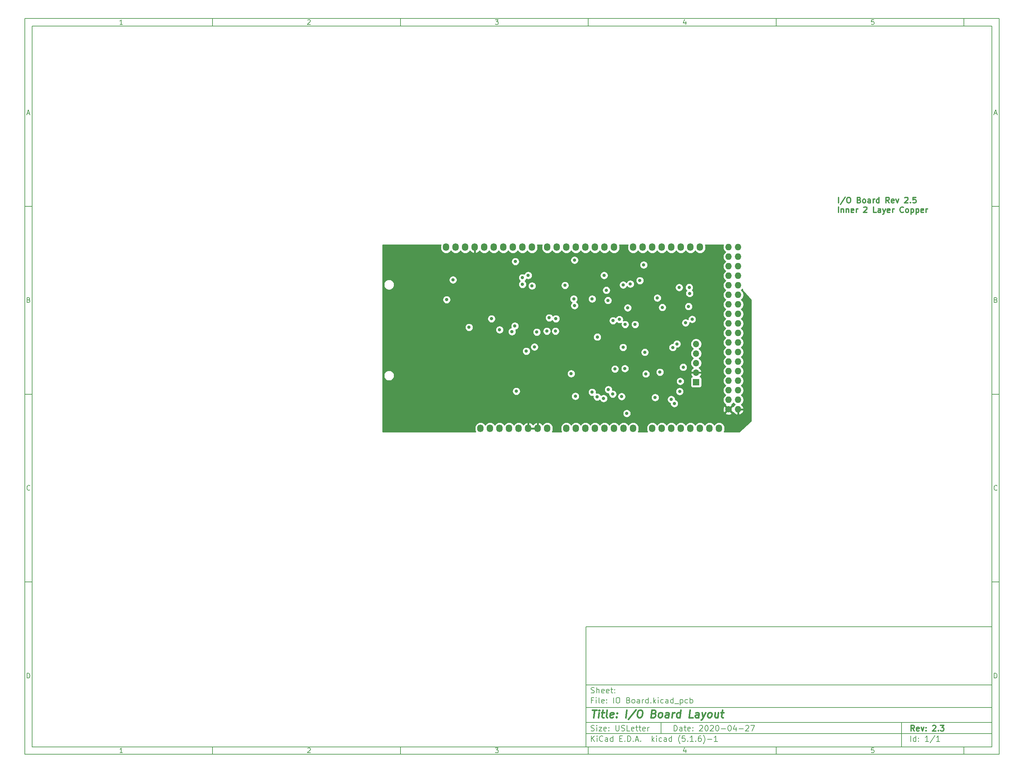
<source format=gbr>
G04 #@! TF.GenerationSoftware,KiCad,Pcbnew,(5.1.6)-1*
G04 #@! TF.CreationDate,2021-01-18T17:04:58-05:00*
G04 #@! TF.ProjectId,IO Board,494f2042-6f61-4726-942e-6b696361645f,2.3*
G04 #@! TF.SameCoordinates,Original*
G04 #@! TF.FileFunction,Copper,L3,Inr*
G04 #@! TF.FilePolarity,Positive*
%FSLAX46Y46*%
G04 Gerber Fmt 4.6, Leading zero omitted, Abs format (unit mm)*
G04 Created by KiCad (PCBNEW (5.1.6)-1) date 2021-01-18 17:04:58*
%MOMM*%
%LPD*%
G01*
G04 APERTURE LIST*
%ADD10C,0.100000*%
%ADD11C,0.150000*%
%ADD12C,0.300000*%
%ADD13C,0.400000*%
G04 #@! TA.AperFunction,NonConductor*
%ADD14C,0.300000*%
G04 #@! TD*
G04 #@! TA.AperFunction,ViaPad*
%ADD15C,1.727200*%
G04 #@! TD*
G04 #@! TA.AperFunction,ViaPad*
%ADD16O,1.727200X1.727200*%
G04 #@! TD*
G04 #@! TA.AperFunction,ViaPad*
%ADD17O,1.727200X2.032000*%
G04 #@! TD*
G04 #@! TA.AperFunction,ViaPad*
%ADD18O,1.700000X1.700000*%
G04 #@! TD*
G04 #@! TA.AperFunction,ViaPad*
%ADD19R,1.700000X1.700000*%
G04 #@! TD*
G04 #@! TA.AperFunction,ViaPad*
%ADD20C,0.889000*%
G04 #@! TD*
G04 #@! TA.AperFunction,Conductor*
%ADD21C,0.254000*%
G04 #@! TD*
G04 APERTURE END LIST*
D10*
D11*
X159400000Y-171900000D02*
X159400000Y-203900000D01*
X267400000Y-203900000D01*
X267400000Y-171900000D01*
X159400000Y-171900000D01*
D10*
D11*
X10000000Y-10000000D02*
X10000000Y-205900000D01*
X269400000Y-205900000D01*
X269400000Y-10000000D01*
X10000000Y-10000000D01*
D10*
D11*
X12000000Y-12000000D02*
X12000000Y-203900000D01*
X267400000Y-203900000D01*
X267400000Y-12000000D01*
X12000000Y-12000000D01*
D10*
D11*
X60000000Y-12000000D02*
X60000000Y-10000000D01*
D10*
D11*
X110000000Y-12000000D02*
X110000000Y-10000000D01*
D10*
D11*
X160000000Y-12000000D02*
X160000000Y-10000000D01*
D10*
D11*
X210000000Y-12000000D02*
X210000000Y-10000000D01*
D10*
D11*
X260000000Y-12000000D02*
X260000000Y-10000000D01*
D10*
D11*
X36065476Y-11588095D02*
X35322619Y-11588095D01*
X35694047Y-11588095D02*
X35694047Y-10288095D01*
X35570238Y-10473809D01*
X35446428Y-10597619D01*
X35322619Y-10659523D01*
D10*
D11*
X85322619Y-10411904D02*
X85384523Y-10350000D01*
X85508333Y-10288095D01*
X85817857Y-10288095D01*
X85941666Y-10350000D01*
X86003571Y-10411904D01*
X86065476Y-10535714D01*
X86065476Y-10659523D01*
X86003571Y-10845238D01*
X85260714Y-11588095D01*
X86065476Y-11588095D01*
D10*
D11*
X135260714Y-10288095D02*
X136065476Y-10288095D01*
X135632142Y-10783333D01*
X135817857Y-10783333D01*
X135941666Y-10845238D01*
X136003571Y-10907142D01*
X136065476Y-11030952D01*
X136065476Y-11340476D01*
X136003571Y-11464285D01*
X135941666Y-11526190D01*
X135817857Y-11588095D01*
X135446428Y-11588095D01*
X135322619Y-11526190D01*
X135260714Y-11464285D01*
D10*
D11*
X185941666Y-10721428D02*
X185941666Y-11588095D01*
X185632142Y-10226190D02*
X185322619Y-11154761D01*
X186127380Y-11154761D01*
D10*
D11*
X236003571Y-10288095D02*
X235384523Y-10288095D01*
X235322619Y-10907142D01*
X235384523Y-10845238D01*
X235508333Y-10783333D01*
X235817857Y-10783333D01*
X235941666Y-10845238D01*
X236003571Y-10907142D01*
X236065476Y-11030952D01*
X236065476Y-11340476D01*
X236003571Y-11464285D01*
X235941666Y-11526190D01*
X235817857Y-11588095D01*
X235508333Y-11588095D01*
X235384523Y-11526190D01*
X235322619Y-11464285D01*
D10*
D11*
X60000000Y-203900000D02*
X60000000Y-205900000D01*
D10*
D11*
X110000000Y-203900000D02*
X110000000Y-205900000D01*
D10*
D11*
X160000000Y-203900000D02*
X160000000Y-205900000D01*
D10*
D11*
X210000000Y-203900000D02*
X210000000Y-205900000D01*
D10*
D11*
X260000000Y-203900000D02*
X260000000Y-205900000D01*
D10*
D11*
X36065476Y-205488095D02*
X35322619Y-205488095D01*
X35694047Y-205488095D02*
X35694047Y-204188095D01*
X35570238Y-204373809D01*
X35446428Y-204497619D01*
X35322619Y-204559523D01*
D10*
D11*
X85322619Y-204311904D02*
X85384523Y-204250000D01*
X85508333Y-204188095D01*
X85817857Y-204188095D01*
X85941666Y-204250000D01*
X86003571Y-204311904D01*
X86065476Y-204435714D01*
X86065476Y-204559523D01*
X86003571Y-204745238D01*
X85260714Y-205488095D01*
X86065476Y-205488095D01*
D10*
D11*
X135260714Y-204188095D02*
X136065476Y-204188095D01*
X135632142Y-204683333D01*
X135817857Y-204683333D01*
X135941666Y-204745238D01*
X136003571Y-204807142D01*
X136065476Y-204930952D01*
X136065476Y-205240476D01*
X136003571Y-205364285D01*
X135941666Y-205426190D01*
X135817857Y-205488095D01*
X135446428Y-205488095D01*
X135322619Y-205426190D01*
X135260714Y-205364285D01*
D10*
D11*
X185941666Y-204621428D02*
X185941666Y-205488095D01*
X185632142Y-204126190D02*
X185322619Y-205054761D01*
X186127380Y-205054761D01*
D10*
D11*
X236003571Y-204188095D02*
X235384523Y-204188095D01*
X235322619Y-204807142D01*
X235384523Y-204745238D01*
X235508333Y-204683333D01*
X235817857Y-204683333D01*
X235941666Y-204745238D01*
X236003571Y-204807142D01*
X236065476Y-204930952D01*
X236065476Y-205240476D01*
X236003571Y-205364285D01*
X235941666Y-205426190D01*
X235817857Y-205488095D01*
X235508333Y-205488095D01*
X235384523Y-205426190D01*
X235322619Y-205364285D01*
D10*
D11*
X10000000Y-60000000D02*
X12000000Y-60000000D01*
D10*
D11*
X10000000Y-110000000D02*
X12000000Y-110000000D01*
D10*
D11*
X10000000Y-160000000D02*
X12000000Y-160000000D01*
D10*
D11*
X10690476Y-35216666D02*
X11309523Y-35216666D01*
X10566666Y-35588095D02*
X11000000Y-34288095D01*
X11433333Y-35588095D01*
D10*
D11*
X11092857Y-84907142D02*
X11278571Y-84969047D01*
X11340476Y-85030952D01*
X11402380Y-85154761D01*
X11402380Y-85340476D01*
X11340476Y-85464285D01*
X11278571Y-85526190D01*
X11154761Y-85588095D01*
X10659523Y-85588095D01*
X10659523Y-84288095D01*
X11092857Y-84288095D01*
X11216666Y-84350000D01*
X11278571Y-84411904D01*
X11340476Y-84535714D01*
X11340476Y-84659523D01*
X11278571Y-84783333D01*
X11216666Y-84845238D01*
X11092857Y-84907142D01*
X10659523Y-84907142D01*
D10*
D11*
X11402380Y-135464285D02*
X11340476Y-135526190D01*
X11154761Y-135588095D01*
X11030952Y-135588095D01*
X10845238Y-135526190D01*
X10721428Y-135402380D01*
X10659523Y-135278571D01*
X10597619Y-135030952D01*
X10597619Y-134845238D01*
X10659523Y-134597619D01*
X10721428Y-134473809D01*
X10845238Y-134350000D01*
X11030952Y-134288095D01*
X11154761Y-134288095D01*
X11340476Y-134350000D01*
X11402380Y-134411904D01*
D10*
D11*
X10659523Y-185588095D02*
X10659523Y-184288095D01*
X10969047Y-184288095D01*
X11154761Y-184350000D01*
X11278571Y-184473809D01*
X11340476Y-184597619D01*
X11402380Y-184845238D01*
X11402380Y-185030952D01*
X11340476Y-185278571D01*
X11278571Y-185402380D01*
X11154761Y-185526190D01*
X10969047Y-185588095D01*
X10659523Y-185588095D01*
D10*
D11*
X269400000Y-60000000D02*
X267400000Y-60000000D01*
D10*
D11*
X269400000Y-110000000D02*
X267400000Y-110000000D01*
D10*
D11*
X269400000Y-160000000D02*
X267400000Y-160000000D01*
D10*
D11*
X268090476Y-35216666D02*
X268709523Y-35216666D01*
X267966666Y-35588095D02*
X268400000Y-34288095D01*
X268833333Y-35588095D01*
D10*
D11*
X268492857Y-84907142D02*
X268678571Y-84969047D01*
X268740476Y-85030952D01*
X268802380Y-85154761D01*
X268802380Y-85340476D01*
X268740476Y-85464285D01*
X268678571Y-85526190D01*
X268554761Y-85588095D01*
X268059523Y-85588095D01*
X268059523Y-84288095D01*
X268492857Y-84288095D01*
X268616666Y-84350000D01*
X268678571Y-84411904D01*
X268740476Y-84535714D01*
X268740476Y-84659523D01*
X268678571Y-84783333D01*
X268616666Y-84845238D01*
X268492857Y-84907142D01*
X268059523Y-84907142D01*
D10*
D11*
X268802380Y-135464285D02*
X268740476Y-135526190D01*
X268554761Y-135588095D01*
X268430952Y-135588095D01*
X268245238Y-135526190D01*
X268121428Y-135402380D01*
X268059523Y-135278571D01*
X267997619Y-135030952D01*
X267997619Y-134845238D01*
X268059523Y-134597619D01*
X268121428Y-134473809D01*
X268245238Y-134350000D01*
X268430952Y-134288095D01*
X268554761Y-134288095D01*
X268740476Y-134350000D01*
X268802380Y-134411904D01*
D10*
D11*
X268059523Y-185588095D02*
X268059523Y-184288095D01*
X268369047Y-184288095D01*
X268554761Y-184350000D01*
X268678571Y-184473809D01*
X268740476Y-184597619D01*
X268802380Y-184845238D01*
X268802380Y-185030952D01*
X268740476Y-185278571D01*
X268678571Y-185402380D01*
X268554761Y-185526190D01*
X268369047Y-185588095D01*
X268059523Y-185588095D01*
D10*
D11*
X182832142Y-199678571D02*
X182832142Y-198178571D01*
X183189285Y-198178571D01*
X183403571Y-198250000D01*
X183546428Y-198392857D01*
X183617857Y-198535714D01*
X183689285Y-198821428D01*
X183689285Y-199035714D01*
X183617857Y-199321428D01*
X183546428Y-199464285D01*
X183403571Y-199607142D01*
X183189285Y-199678571D01*
X182832142Y-199678571D01*
X184975000Y-199678571D02*
X184975000Y-198892857D01*
X184903571Y-198750000D01*
X184760714Y-198678571D01*
X184475000Y-198678571D01*
X184332142Y-198750000D01*
X184975000Y-199607142D02*
X184832142Y-199678571D01*
X184475000Y-199678571D01*
X184332142Y-199607142D01*
X184260714Y-199464285D01*
X184260714Y-199321428D01*
X184332142Y-199178571D01*
X184475000Y-199107142D01*
X184832142Y-199107142D01*
X184975000Y-199035714D01*
X185475000Y-198678571D02*
X186046428Y-198678571D01*
X185689285Y-198178571D02*
X185689285Y-199464285D01*
X185760714Y-199607142D01*
X185903571Y-199678571D01*
X186046428Y-199678571D01*
X187117857Y-199607142D02*
X186975000Y-199678571D01*
X186689285Y-199678571D01*
X186546428Y-199607142D01*
X186475000Y-199464285D01*
X186475000Y-198892857D01*
X186546428Y-198750000D01*
X186689285Y-198678571D01*
X186975000Y-198678571D01*
X187117857Y-198750000D01*
X187189285Y-198892857D01*
X187189285Y-199035714D01*
X186475000Y-199178571D01*
X187832142Y-199535714D02*
X187903571Y-199607142D01*
X187832142Y-199678571D01*
X187760714Y-199607142D01*
X187832142Y-199535714D01*
X187832142Y-199678571D01*
X187832142Y-198750000D02*
X187903571Y-198821428D01*
X187832142Y-198892857D01*
X187760714Y-198821428D01*
X187832142Y-198750000D01*
X187832142Y-198892857D01*
X189617857Y-198321428D02*
X189689285Y-198250000D01*
X189832142Y-198178571D01*
X190189285Y-198178571D01*
X190332142Y-198250000D01*
X190403571Y-198321428D01*
X190475000Y-198464285D01*
X190475000Y-198607142D01*
X190403571Y-198821428D01*
X189546428Y-199678571D01*
X190475000Y-199678571D01*
X191403571Y-198178571D02*
X191546428Y-198178571D01*
X191689285Y-198250000D01*
X191760714Y-198321428D01*
X191832142Y-198464285D01*
X191903571Y-198750000D01*
X191903571Y-199107142D01*
X191832142Y-199392857D01*
X191760714Y-199535714D01*
X191689285Y-199607142D01*
X191546428Y-199678571D01*
X191403571Y-199678571D01*
X191260714Y-199607142D01*
X191189285Y-199535714D01*
X191117857Y-199392857D01*
X191046428Y-199107142D01*
X191046428Y-198750000D01*
X191117857Y-198464285D01*
X191189285Y-198321428D01*
X191260714Y-198250000D01*
X191403571Y-198178571D01*
X192475000Y-198321428D02*
X192546428Y-198250000D01*
X192689285Y-198178571D01*
X193046428Y-198178571D01*
X193189285Y-198250000D01*
X193260714Y-198321428D01*
X193332142Y-198464285D01*
X193332142Y-198607142D01*
X193260714Y-198821428D01*
X192403571Y-199678571D01*
X193332142Y-199678571D01*
X194260714Y-198178571D02*
X194403571Y-198178571D01*
X194546428Y-198250000D01*
X194617857Y-198321428D01*
X194689285Y-198464285D01*
X194760714Y-198750000D01*
X194760714Y-199107142D01*
X194689285Y-199392857D01*
X194617857Y-199535714D01*
X194546428Y-199607142D01*
X194403571Y-199678571D01*
X194260714Y-199678571D01*
X194117857Y-199607142D01*
X194046428Y-199535714D01*
X193975000Y-199392857D01*
X193903571Y-199107142D01*
X193903571Y-198750000D01*
X193975000Y-198464285D01*
X194046428Y-198321428D01*
X194117857Y-198250000D01*
X194260714Y-198178571D01*
X195403571Y-199107142D02*
X196546428Y-199107142D01*
X197546428Y-198178571D02*
X197689285Y-198178571D01*
X197832142Y-198250000D01*
X197903571Y-198321428D01*
X197975000Y-198464285D01*
X198046428Y-198750000D01*
X198046428Y-199107142D01*
X197975000Y-199392857D01*
X197903571Y-199535714D01*
X197832142Y-199607142D01*
X197689285Y-199678571D01*
X197546428Y-199678571D01*
X197403571Y-199607142D01*
X197332142Y-199535714D01*
X197260714Y-199392857D01*
X197189285Y-199107142D01*
X197189285Y-198750000D01*
X197260714Y-198464285D01*
X197332142Y-198321428D01*
X197403571Y-198250000D01*
X197546428Y-198178571D01*
X199332142Y-198678571D02*
X199332142Y-199678571D01*
X198975000Y-198107142D02*
X198617857Y-199178571D01*
X199546428Y-199178571D01*
X200117857Y-199107142D02*
X201260714Y-199107142D01*
X201903571Y-198321428D02*
X201975000Y-198250000D01*
X202117857Y-198178571D01*
X202475000Y-198178571D01*
X202617857Y-198250000D01*
X202689285Y-198321428D01*
X202760714Y-198464285D01*
X202760714Y-198607142D01*
X202689285Y-198821428D01*
X201832142Y-199678571D01*
X202760714Y-199678571D01*
X203260714Y-198178571D02*
X204260714Y-198178571D01*
X203617857Y-199678571D01*
D10*
D11*
X159400000Y-200400000D02*
X267400000Y-200400000D01*
D10*
D11*
X160832142Y-202478571D02*
X160832142Y-200978571D01*
X161689285Y-202478571D02*
X161046428Y-201621428D01*
X161689285Y-200978571D02*
X160832142Y-201835714D01*
X162332142Y-202478571D02*
X162332142Y-201478571D01*
X162332142Y-200978571D02*
X162260714Y-201050000D01*
X162332142Y-201121428D01*
X162403571Y-201050000D01*
X162332142Y-200978571D01*
X162332142Y-201121428D01*
X163903571Y-202335714D02*
X163832142Y-202407142D01*
X163617857Y-202478571D01*
X163475000Y-202478571D01*
X163260714Y-202407142D01*
X163117857Y-202264285D01*
X163046428Y-202121428D01*
X162975000Y-201835714D01*
X162975000Y-201621428D01*
X163046428Y-201335714D01*
X163117857Y-201192857D01*
X163260714Y-201050000D01*
X163475000Y-200978571D01*
X163617857Y-200978571D01*
X163832142Y-201050000D01*
X163903571Y-201121428D01*
X165189285Y-202478571D02*
X165189285Y-201692857D01*
X165117857Y-201550000D01*
X164975000Y-201478571D01*
X164689285Y-201478571D01*
X164546428Y-201550000D01*
X165189285Y-202407142D02*
X165046428Y-202478571D01*
X164689285Y-202478571D01*
X164546428Y-202407142D01*
X164475000Y-202264285D01*
X164475000Y-202121428D01*
X164546428Y-201978571D01*
X164689285Y-201907142D01*
X165046428Y-201907142D01*
X165189285Y-201835714D01*
X166546428Y-202478571D02*
X166546428Y-200978571D01*
X166546428Y-202407142D02*
X166403571Y-202478571D01*
X166117857Y-202478571D01*
X165975000Y-202407142D01*
X165903571Y-202335714D01*
X165832142Y-202192857D01*
X165832142Y-201764285D01*
X165903571Y-201621428D01*
X165975000Y-201550000D01*
X166117857Y-201478571D01*
X166403571Y-201478571D01*
X166546428Y-201550000D01*
X168403571Y-201692857D02*
X168903571Y-201692857D01*
X169117857Y-202478571D02*
X168403571Y-202478571D01*
X168403571Y-200978571D01*
X169117857Y-200978571D01*
X169760714Y-202335714D02*
X169832142Y-202407142D01*
X169760714Y-202478571D01*
X169689285Y-202407142D01*
X169760714Y-202335714D01*
X169760714Y-202478571D01*
X170475000Y-202478571D02*
X170475000Y-200978571D01*
X170832142Y-200978571D01*
X171046428Y-201050000D01*
X171189285Y-201192857D01*
X171260714Y-201335714D01*
X171332142Y-201621428D01*
X171332142Y-201835714D01*
X171260714Y-202121428D01*
X171189285Y-202264285D01*
X171046428Y-202407142D01*
X170832142Y-202478571D01*
X170475000Y-202478571D01*
X171975000Y-202335714D02*
X172046428Y-202407142D01*
X171975000Y-202478571D01*
X171903571Y-202407142D01*
X171975000Y-202335714D01*
X171975000Y-202478571D01*
X172617857Y-202050000D02*
X173332142Y-202050000D01*
X172475000Y-202478571D02*
X172975000Y-200978571D01*
X173475000Y-202478571D01*
X173975000Y-202335714D02*
X174046428Y-202407142D01*
X173975000Y-202478571D01*
X173903571Y-202407142D01*
X173975000Y-202335714D01*
X173975000Y-202478571D01*
X176975000Y-202478571D02*
X176975000Y-200978571D01*
X177117857Y-201907142D02*
X177546428Y-202478571D01*
X177546428Y-201478571D02*
X176975000Y-202050000D01*
X178189285Y-202478571D02*
X178189285Y-201478571D01*
X178189285Y-200978571D02*
X178117857Y-201050000D01*
X178189285Y-201121428D01*
X178260714Y-201050000D01*
X178189285Y-200978571D01*
X178189285Y-201121428D01*
X179546428Y-202407142D02*
X179403571Y-202478571D01*
X179117857Y-202478571D01*
X178975000Y-202407142D01*
X178903571Y-202335714D01*
X178832142Y-202192857D01*
X178832142Y-201764285D01*
X178903571Y-201621428D01*
X178975000Y-201550000D01*
X179117857Y-201478571D01*
X179403571Y-201478571D01*
X179546428Y-201550000D01*
X180832142Y-202478571D02*
X180832142Y-201692857D01*
X180760714Y-201550000D01*
X180617857Y-201478571D01*
X180332142Y-201478571D01*
X180189285Y-201550000D01*
X180832142Y-202407142D02*
X180689285Y-202478571D01*
X180332142Y-202478571D01*
X180189285Y-202407142D01*
X180117857Y-202264285D01*
X180117857Y-202121428D01*
X180189285Y-201978571D01*
X180332142Y-201907142D01*
X180689285Y-201907142D01*
X180832142Y-201835714D01*
X182189285Y-202478571D02*
X182189285Y-200978571D01*
X182189285Y-202407142D02*
X182046428Y-202478571D01*
X181760714Y-202478571D01*
X181617857Y-202407142D01*
X181546428Y-202335714D01*
X181475000Y-202192857D01*
X181475000Y-201764285D01*
X181546428Y-201621428D01*
X181617857Y-201550000D01*
X181760714Y-201478571D01*
X182046428Y-201478571D01*
X182189285Y-201550000D01*
X184475000Y-203050000D02*
X184403571Y-202978571D01*
X184260714Y-202764285D01*
X184189285Y-202621428D01*
X184117857Y-202407142D01*
X184046428Y-202050000D01*
X184046428Y-201764285D01*
X184117857Y-201407142D01*
X184189285Y-201192857D01*
X184260714Y-201050000D01*
X184403571Y-200835714D01*
X184475000Y-200764285D01*
X185760714Y-200978571D02*
X185046428Y-200978571D01*
X184975000Y-201692857D01*
X185046428Y-201621428D01*
X185189285Y-201550000D01*
X185546428Y-201550000D01*
X185689285Y-201621428D01*
X185760714Y-201692857D01*
X185832142Y-201835714D01*
X185832142Y-202192857D01*
X185760714Y-202335714D01*
X185689285Y-202407142D01*
X185546428Y-202478571D01*
X185189285Y-202478571D01*
X185046428Y-202407142D01*
X184975000Y-202335714D01*
X186475000Y-202335714D02*
X186546428Y-202407142D01*
X186475000Y-202478571D01*
X186403571Y-202407142D01*
X186475000Y-202335714D01*
X186475000Y-202478571D01*
X187975000Y-202478571D02*
X187117857Y-202478571D01*
X187546428Y-202478571D02*
X187546428Y-200978571D01*
X187403571Y-201192857D01*
X187260714Y-201335714D01*
X187117857Y-201407142D01*
X188617857Y-202335714D02*
X188689285Y-202407142D01*
X188617857Y-202478571D01*
X188546428Y-202407142D01*
X188617857Y-202335714D01*
X188617857Y-202478571D01*
X189975000Y-200978571D02*
X189689285Y-200978571D01*
X189546428Y-201050000D01*
X189475000Y-201121428D01*
X189332142Y-201335714D01*
X189260714Y-201621428D01*
X189260714Y-202192857D01*
X189332142Y-202335714D01*
X189403571Y-202407142D01*
X189546428Y-202478571D01*
X189832142Y-202478571D01*
X189975000Y-202407142D01*
X190046428Y-202335714D01*
X190117857Y-202192857D01*
X190117857Y-201835714D01*
X190046428Y-201692857D01*
X189975000Y-201621428D01*
X189832142Y-201550000D01*
X189546428Y-201550000D01*
X189403571Y-201621428D01*
X189332142Y-201692857D01*
X189260714Y-201835714D01*
X190617857Y-203050000D02*
X190689285Y-202978571D01*
X190832142Y-202764285D01*
X190903571Y-202621428D01*
X190975000Y-202407142D01*
X191046428Y-202050000D01*
X191046428Y-201764285D01*
X190975000Y-201407142D01*
X190903571Y-201192857D01*
X190832142Y-201050000D01*
X190689285Y-200835714D01*
X190617857Y-200764285D01*
X191760714Y-201907142D02*
X192903571Y-201907142D01*
X194403571Y-202478571D02*
X193546428Y-202478571D01*
X193975000Y-202478571D02*
X193975000Y-200978571D01*
X193832142Y-201192857D01*
X193689285Y-201335714D01*
X193546428Y-201407142D01*
D10*
D11*
X159400000Y-197400000D02*
X267400000Y-197400000D01*
D10*
D12*
X246809285Y-199678571D02*
X246309285Y-198964285D01*
X245952142Y-199678571D02*
X245952142Y-198178571D01*
X246523571Y-198178571D01*
X246666428Y-198250000D01*
X246737857Y-198321428D01*
X246809285Y-198464285D01*
X246809285Y-198678571D01*
X246737857Y-198821428D01*
X246666428Y-198892857D01*
X246523571Y-198964285D01*
X245952142Y-198964285D01*
X248023571Y-199607142D02*
X247880714Y-199678571D01*
X247595000Y-199678571D01*
X247452142Y-199607142D01*
X247380714Y-199464285D01*
X247380714Y-198892857D01*
X247452142Y-198750000D01*
X247595000Y-198678571D01*
X247880714Y-198678571D01*
X248023571Y-198750000D01*
X248095000Y-198892857D01*
X248095000Y-199035714D01*
X247380714Y-199178571D01*
X248595000Y-198678571D02*
X248952142Y-199678571D01*
X249309285Y-198678571D01*
X249880714Y-199535714D02*
X249952142Y-199607142D01*
X249880714Y-199678571D01*
X249809285Y-199607142D01*
X249880714Y-199535714D01*
X249880714Y-199678571D01*
X249880714Y-198750000D02*
X249952142Y-198821428D01*
X249880714Y-198892857D01*
X249809285Y-198821428D01*
X249880714Y-198750000D01*
X249880714Y-198892857D01*
X251666428Y-198321428D02*
X251737857Y-198250000D01*
X251880714Y-198178571D01*
X252237857Y-198178571D01*
X252380714Y-198250000D01*
X252452142Y-198321428D01*
X252523571Y-198464285D01*
X252523571Y-198607142D01*
X252452142Y-198821428D01*
X251595000Y-199678571D01*
X252523571Y-199678571D01*
X253166428Y-199535714D02*
X253237857Y-199607142D01*
X253166428Y-199678571D01*
X253095000Y-199607142D01*
X253166428Y-199535714D01*
X253166428Y-199678571D01*
X253737857Y-198178571D02*
X254666428Y-198178571D01*
X254166428Y-198750000D01*
X254380714Y-198750000D01*
X254523571Y-198821428D01*
X254595000Y-198892857D01*
X254666428Y-199035714D01*
X254666428Y-199392857D01*
X254595000Y-199535714D01*
X254523571Y-199607142D01*
X254380714Y-199678571D01*
X253952142Y-199678571D01*
X253809285Y-199607142D01*
X253737857Y-199535714D01*
D10*
D11*
X160760714Y-199607142D02*
X160975000Y-199678571D01*
X161332142Y-199678571D01*
X161475000Y-199607142D01*
X161546428Y-199535714D01*
X161617857Y-199392857D01*
X161617857Y-199250000D01*
X161546428Y-199107142D01*
X161475000Y-199035714D01*
X161332142Y-198964285D01*
X161046428Y-198892857D01*
X160903571Y-198821428D01*
X160832142Y-198750000D01*
X160760714Y-198607142D01*
X160760714Y-198464285D01*
X160832142Y-198321428D01*
X160903571Y-198250000D01*
X161046428Y-198178571D01*
X161403571Y-198178571D01*
X161617857Y-198250000D01*
X162260714Y-199678571D02*
X162260714Y-198678571D01*
X162260714Y-198178571D02*
X162189285Y-198250000D01*
X162260714Y-198321428D01*
X162332142Y-198250000D01*
X162260714Y-198178571D01*
X162260714Y-198321428D01*
X162832142Y-198678571D02*
X163617857Y-198678571D01*
X162832142Y-199678571D01*
X163617857Y-199678571D01*
X164760714Y-199607142D02*
X164617857Y-199678571D01*
X164332142Y-199678571D01*
X164189285Y-199607142D01*
X164117857Y-199464285D01*
X164117857Y-198892857D01*
X164189285Y-198750000D01*
X164332142Y-198678571D01*
X164617857Y-198678571D01*
X164760714Y-198750000D01*
X164832142Y-198892857D01*
X164832142Y-199035714D01*
X164117857Y-199178571D01*
X165475000Y-199535714D02*
X165546428Y-199607142D01*
X165475000Y-199678571D01*
X165403571Y-199607142D01*
X165475000Y-199535714D01*
X165475000Y-199678571D01*
X165475000Y-198750000D02*
X165546428Y-198821428D01*
X165475000Y-198892857D01*
X165403571Y-198821428D01*
X165475000Y-198750000D01*
X165475000Y-198892857D01*
X167332142Y-198178571D02*
X167332142Y-199392857D01*
X167403571Y-199535714D01*
X167475000Y-199607142D01*
X167617857Y-199678571D01*
X167903571Y-199678571D01*
X168046428Y-199607142D01*
X168117857Y-199535714D01*
X168189285Y-199392857D01*
X168189285Y-198178571D01*
X168832142Y-199607142D02*
X169046428Y-199678571D01*
X169403571Y-199678571D01*
X169546428Y-199607142D01*
X169617857Y-199535714D01*
X169689285Y-199392857D01*
X169689285Y-199250000D01*
X169617857Y-199107142D01*
X169546428Y-199035714D01*
X169403571Y-198964285D01*
X169117857Y-198892857D01*
X168975000Y-198821428D01*
X168903571Y-198750000D01*
X168832142Y-198607142D01*
X168832142Y-198464285D01*
X168903571Y-198321428D01*
X168975000Y-198250000D01*
X169117857Y-198178571D01*
X169475000Y-198178571D01*
X169689285Y-198250000D01*
X171046428Y-199678571D02*
X170332142Y-199678571D01*
X170332142Y-198178571D01*
X172117857Y-199607142D02*
X171975000Y-199678571D01*
X171689285Y-199678571D01*
X171546428Y-199607142D01*
X171475000Y-199464285D01*
X171475000Y-198892857D01*
X171546428Y-198750000D01*
X171689285Y-198678571D01*
X171975000Y-198678571D01*
X172117857Y-198750000D01*
X172189285Y-198892857D01*
X172189285Y-199035714D01*
X171475000Y-199178571D01*
X172617857Y-198678571D02*
X173189285Y-198678571D01*
X172832142Y-198178571D02*
X172832142Y-199464285D01*
X172903571Y-199607142D01*
X173046428Y-199678571D01*
X173189285Y-199678571D01*
X173475000Y-198678571D02*
X174046428Y-198678571D01*
X173689285Y-198178571D02*
X173689285Y-199464285D01*
X173760714Y-199607142D01*
X173903571Y-199678571D01*
X174046428Y-199678571D01*
X175117857Y-199607142D02*
X174975000Y-199678571D01*
X174689285Y-199678571D01*
X174546428Y-199607142D01*
X174475000Y-199464285D01*
X174475000Y-198892857D01*
X174546428Y-198750000D01*
X174689285Y-198678571D01*
X174975000Y-198678571D01*
X175117857Y-198750000D01*
X175189285Y-198892857D01*
X175189285Y-199035714D01*
X174475000Y-199178571D01*
X175832142Y-199678571D02*
X175832142Y-198678571D01*
X175832142Y-198964285D02*
X175903571Y-198821428D01*
X175975000Y-198750000D01*
X176117857Y-198678571D01*
X176260714Y-198678571D01*
D10*
D11*
X245832142Y-202478571D02*
X245832142Y-200978571D01*
X247189285Y-202478571D02*
X247189285Y-200978571D01*
X247189285Y-202407142D02*
X247046428Y-202478571D01*
X246760714Y-202478571D01*
X246617857Y-202407142D01*
X246546428Y-202335714D01*
X246475000Y-202192857D01*
X246475000Y-201764285D01*
X246546428Y-201621428D01*
X246617857Y-201550000D01*
X246760714Y-201478571D01*
X247046428Y-201478571D01*
X247189285Y-201550000D01*
X247903571Y-202335714D02*
X247975000Y-202407142D01*
X247903571Y-202478571D01*
X247832142Y-202407142D01*
X247903571Y-202335714D01*
X247903571Y-202478571D01*
X247903571Y-201550000D02*
X247975000Y-201621428D01*
X247903571Y-201692857D01*
X247832142Y-201621428D01*
X247903571Y-201550000D01*
X247903571Y-201692857D01*
X250546428Y-202478571D02*
X249689285Y-202478571D01*
X250117857Y-202478571D02*
X250117857Y-200978571D01*
X249975000Y-201192857D01*
X249832142Y-201335714D01*
X249689285Y-201407142D01*
X252260714Y-200907142D02*
X250975000Y-202835714D01*
X253546428Y-202478571D02*
X252689285Y-202478571D01*
X253117857Y-202478571D02*
X253117857Y-200978571D01*
X252975000Y-201192857D01*
X252832142Y-201335714D01*
X252689285Y-201407142D01*
D10*
D11*
X159400000Y-193400000D02*
X267400000Y-193400000D01*
D10*
D13*
X161112380Y-194104761D02*
X162255238Y-194104761D01*
X161433809Y-196104761D02*
X161683809Y-194104761D01*
X162671904Y-196104761D02*
X162838571Y-194771428D01*
X162921904Y-194104761D02*
X162814761Y-194200000D01*
X162898095Y-194295238D01*
X163005238Y-194200000D01*
X162921904Y-194104761D01*
X162898095Y-194295238D01*
X163505238Y-194771428D02*
X164267142Y-194771428D01*
X163874285Y-194104761D02*
X163660000Y-195819047D01*
X163731428Y-196009523D01*
X163910000Y-196104761D01*
X164100476Y-196104761D01*
X165052857Y-196104761D02*
X164874285Y-196009523D01*
X164802857Y-195819047D01*
X165017142Y-194104761D01*
X166588571Y-196009523D02*
X166386190Y-196104761D01*
X166005238Y-196104761D01*
X165826666Y-196009523D01*
X165755238Y-195819047D01*
X165850476Y-195057142D01*
X165969523Y-194866666D01*
X166171904Y-194771428D01*
X166552857Y-194771428D01*
X166731428Y-194866666D01*
X166802857Y-195057142D01*
X166779047Y-195247619D01*
X165802857Y-195438095D01*
X167552857Y-195914285D02*
X167636190Y-196009523D01*
X167529047Y-196104761D01*
X167445714Y-196009523D01*
X167552857Y-195914285D01*
X167529047Y-196104761D01*
X167683809Y-194866666D02*
X167767142Y-194961904D01*
X167660000Y-195057142D01*
X167576666Y-194961904D01*
X167683809Y-194866666D01*
X167660000Y-195057142D01*
X170005238Y-196104761D02*
X170255238Y-194104761D01*
X172648095Y-194009523D02*
X170612380Y-196580952D01*
X173683809Y-194104761D02*
X174064761Y-194104761D01*
X174243333Y-194200000D01*
X174410000Y-194390476D01*
X174457619Y-194771428D01*
X174374285Y-195438095D01*
X174231428Y-195819047D01*
X174017142Y-196009523D01*
X173814761Y-196104761D01*
X173433809Y-196104761D01*
X173255238Y-196009523D01*
X173088571Y-195819047D01*
X173040952Y-195438095D01*
X173124285Y-194771428D01*
X173267142Y-194390476D01*
X173481428Y-194200000D01*
X173683809Y-194104761D01*
X177469523Y-195057142D02*
X177743333Y-195152380D01*
X177826666Y-195247619D01*
X177898095Y-195438095D01*
X177862380Y-195723809D01*
X177743333Y-195914285D01*
X177636190Y-196009523D01*
X177433809Y-196104761D01*
X176671904Y-196104761D01*
X176921904Y-194104761D01*
X177588571Y-194104761D01*
X177767142Y-194200000D01*
X177850476Y-194295238D01*
X177921904Y-194485714D01*
X177898095Y-194676190D01*
X177779047Y-194866666D01*
X177671904Y-194961904D01*
X177469523Y-195057142D01*
X176802857Y-195057142D01*
X178957619Y-196104761D02*
X178779047Y-196009523D01*
X178695714Y-195914285D01*
X178624285Y-195723809D01*
X178695714Y-195152380D01*
X178814761Y-194961904D01*
X178921904Y-194866666D01*
X179124285Y-194771428D01*
X179410000Y-194771428D01*
X179588571Y-194866666D01*
X179671904Y-194961904D01*
X179743333Y-195152380D01*
X179671904Y-195723809D01*
X179552857Y-195914285D01*
X179445714Y-196009523D01*
X179243333Y-196104761D01*
X178957619Y-196104761D01*
X181338571Y-196104761D02*
X181469523Y-195057142D01*
X181398095Y-194866666D01*
X181219523Y-194771428D01*
X180838571Y-194771428D01*
X180636190Y-194866666D01*
X181350476Y-196009523D02*
X181148095Y-196104761D01*
X180671904Y-196104761D01*
X180493333Y-196009523D01*
X180421904Y-195819047D01*
X180445714Y-195628571D01*
X180564761Y-195438095D01*
X180767142Y-195342857D01*
X181243333Y-195342857D01*
X181445714Y-195247619D01*
X182290952Y-196104761D02*
X182457619Y-194771428D01*
X182410000Y-195152380D02*
X182529047Y-194961904D01*
X182636190Y-194866666D01*
X182838571Y-194771428D01*
X183029047Y-194771428D01*
X184386190Y-196104761D02*
X184636190Y-194104761D01*
X184398095Y-196009523D02*
X184195714Y-196104761D01*
X183814761Y-196104761D01*
X183636190Y-196009523D01*
X183552857Y-195914285D01*
X183481428Y-195723809D01*
X183552857Y-195152380D01*
X183671904Y-194961904D01*
X183779047Y-194866666D01*
X183981428Y-194771428D01*
X184362380Y-194771428D01*
X184540952Y-194866666D01*
X187814761Y-196104761D02*
X186862380Y-196104761D01*
X187112380Y-194104761D01*
X189338571Y-196104761D02*
X189469523Y-195057142D01*
X189398095Y-194866666D01*
X189219523Y-194771428D01*
X188838571Y-194771428D01*
X188636190Y-194866666D01*
X189350476Y-196009523D02*
X189148095Y-196104761D01*
X188671904Y-196104761D01*
X188493333Y-196009523D01*
X188421904Y-195819047D01*
X188445714Y-195628571D01*
X188564761Y-195438095D01*
X188767142Y-195342857D01*
X189243333Y-195342857D01*
X189445714Y-195247619D01*
X190267142Y-194771428D02*
X190576666Y-196104761D01*
X191219523Y-194771428D02*
X190576666Y-196104761D01*
X190326666Y-196580952D01*
X190219523Y-196676190D01*
X190017142Y-196771428D01*
X192100476Y-196104761D02*
X191921904Y-196009523D01*
X191838571Y-195914285D01*
X191767142Y-195723809D01*
X191838571Y-195152380D01*
X191957619Y-194961904D01*
X192064761Y-194866666D01*
X192267142Y-194771428D01*
X192552857Y-194771428D01*
X192731428Y-194866666D01*
X192814761Y-194961904D01*
X192886190Y-195152380D01*
X192814761Y-195723809D01*
X192695714Y-195914285D01*
X192588571Y-196009523D01*
X192386190Y-196104761D01*
X192100476Y-196104761D01*
X194648095Y-194771428D02*
X194481428Y-196104761D01*
X193790952Y-194771428D02*
X193660000Y-195819047D01*
X193731428Y-196009523D01*
X193910000Y-196104761D01*
X194195714Y-196104761D01*
X194398095Y-196009523D01*
X194505238Y-195914285D01*
X195314761Y-194771428D02*
X196076666Y-194771428D01*
X195683809Y-194104761D02*
X195469523Y-195819047D01*
X195540952Y-196009523D01*
X195719523Y-196104761D01*
X195910000Y-196104761D01*
D10*
D11*
X161332142Y-191492857D02*
X160832142Y-191492857D01*
X160832142Y-192278571D02*
X160832142Y-190778571D01*
X161546428Y-190778571D01*
X162117857Y-192278571D02*
X162117857Y-191278571D01*
X162117857Y-190778571D02*
X162046428Y-190850000D01*
X162117857Y-190921428D01*
X162189285Y-190850000D01*
X162117857Y-190778571D01*
X162117857Y-190921428D01*
X163046428Y-192278571D02*
X162903571Y-192207142D01*
X162832142Y-192064285D01*
X162832142Y-190778571D01*
X164189285Y-192207142D02*
X164046428Y-192278571D01*
X163760714Y-192278571D01*
X163617857Y-192207142D01*
X163546428Y-192064285D01*
X163546428Y-191492857D01*
X163617857Y-191350000D01*
X163760714Y-191278571D01*
X164046428Y-191278571D01*
X164189285Y-191350000D01*
X164260714Y-191492857D01*
X164260714Y-191635714D01*
X163546428Y-191778571D01*
X164903571Y-192135714D02*
X164975000Y-192207142D01*
X164903571Y-192278571D01*
X164832142Y-192207142D01*
X164903571Y-192135714D01*
X164903571Y-192278571D01*
X164903571Y-191350000D02*
X164975000Y-191421428D01*
X164903571Y-191492857D01*
X164832142Y-191421428D01*
X164903571Y-191350000D01*
X164903571Y-191492857D01*
X166760714Y-192278571D02*
X166760714Y-190778571D01*
X167760714Y-190778571D02*
X168046428Y-190778571D01*
X168189285Y-190850000D01*
X168332142Y-190992857D01*
X168403571Y-191278571D01*
X168403571Y-191778571D01*
X168332142Y-192064285D01*
X168189285Y-192207142D01*
X168046428Y-192278571D01*
X167760714Y-192278571D01*
X167617857Y-192207142D01*
X167475000Y-192064285D01*
X167403571Y-191778571D01*
X167403571Y-191278571D01*
X167475000Y-190992857D01*
X167617857Y-190850000D01*
X167760714Y-190778571D01*
X170689285Y-191492857D02*
X170903571Y-191564285D01*
X170975000Y-191635714D01*
X171046428Y-191778571D01*
X171046428Y-191992857D01*
X170975000Y-192135714D01*
X170903571Y-192207142D01*
X170760714Y-192278571D01*
X170189285Y-192278571D01*
X170189285Y-190778571D01*
X170689285Y-190778571D01*
X170832142Y-190850000D01*
X170903571Y-190921428D01*
X170975000Y-191064285D01*
X170975000Y-191207142D01*
X170903571Y-191350000D01*
X170832142Y-191421428D01*
X170689285Y-191492857D01*
X170189285Y-191492857D01*
X171903571Y-192278571D02*
X171760714Y-192207142D01*
X171689285Y-192135714D01*
X171617857Y-191992857D01*
X171617857Y-191564285D01*
X171689285Y-191421428D01*
X171760714Y-191350000D01*
X171903571Y-191278571D01*
X172117857Y-191278571D01*
X172260714Y-191350000D01*
X172332142Y-191421428D01*
X172403571Y-191564285D01*
X172403571Y-191992857D01*
X172332142Y-192135714D01*
X172260714Y-192207142D01*
X172117857Y-192278571D01*
X171903571Y-192278571D01*
X173689285Y-192278571D02*
X173689285Y-191492857D01*
X173617857Y-191350000D01*
X173475000Y-191278571D01*
X173189285Y-191278571D01*
X173046428Y-191350000D01*
X173689285Y-192207142D02*
X173546428Y-192278571D01*
X173189285Y-192278571D01*
X173046428Y-192207142D01*
X172975000Y-192064285D01*
X172975000Y-191921428D01*
X173046428Y-191778571D01*
X173189285Y-191707142D01*
X173546428Y-191707142D01*
X173689285Y-191635714D01*
X174403571Y-192278571D02*
X174403571Y-191278571D01*
X174403571Y-191564285D02*
X174475000Y-191421428D01*
X174546428Y-191350000D01*
X174689285Y-191278571D01*
X174832142Y-191278571D01*
X175975000Y-192278571D02*
X175975000Y-190778571D01*
X175975000Y-192207142D02*
X175832142Y-192278571D01*
X175546428Y-192278571D01*
X175403571Y-192207142D01*
X175332142Y-192135714D01*
X175260714Y-191992857D01*
X175260714Y-191564285D01*
X175332142Y-191421428D01*
X175403571Y-191350000D01*
X175546428Y-191278571D01*
X175832142Y-191278571D01*
X175975000Y-191350000D01*
X176689285Y-192135714D02*
X176760714Y-192207142D01*
X176689285Y-192278571D01*
X176617857Y-192207142D01*
X176689285Y-192135714D01*
X176689285Y-192278571D01*
X177403571Y-192278571D02*
X177403571Y-190778571D01*
X177546428Y-191707142D02*
X177975000Y-192278571D01*
X177975000Y-191278571D02*
X177403571Y-191850000D01*
X178617857Y-192278571D02*
X178617857Y-191278571D01*
X178617857Y-190778571D02*
X178546428Y-190850000D01*
X178617857Y-190921428D01*
X178689285Y-190850000D01*
X178617857Y-190778571D01*
X178617857Y-190921428D01*
X179975000Y-192207142D02*
X179832142Y-192278571D01*
X179546428Y-192278571D01*
X179403571Y-192207142D01*
X179332142Y-192135714D01*
X179260714Y-191992857D01*
X179260714Y-191564285D01*
X179332142Y-191421428D01*
X179403571Y-191350000D01*
X179546428Y-191278571D01*
X179832142Y-191278571D01*
X179975000Y-191350000D01*
X181260714Y-192278571D02*
X181260714Y-191492857D01*
X181189285Y-191350000D01*
X181046428Y-191278571D01*
X180760714Y-191278571D01*
X180617857Y-191350000D01*
X181260714Y-192207142D02*
X181117857Y-192278571D01*
X180760714Y-192278571D01*
X180617857Y-192207142D01*
X180546428Y-192064285D01*
X180546428Y-191921428D01*
X180617857Y-191778571D01*
X180760714Y-191707142D01*
X181117857Y-191707142D01*
X181260714Y-191635714D01*
X182617857Y-192278571D02*
X182617857Y-190778571D01*
X182617857Y-192207142D02*
X182475000Y-192278571D01*
X182189285Y-192278571D01*
X182046428Y-192207142D01*
X181975000Y-192135714D01*
X181903571Y-191992857D01*
X181903571Y-191564285D01*
X181975000Y-191421428D01*
X182046428Y-191350000D01*
X182189285Y-191278571D01*
X182475000Y-191278571D01*
X182617857Y-191350000D01*
X182975000Y-192421428D02*
X184117857Y-192421428D01*
X184475000Y-191278571D02*
X184475000Y-192778571D01*
X184475000Y-191350000D02*
X184617857Y-191278571D01*
X184903571Y-191278571D01*
X185046428Y-191350000D01*
X185117857Y-191421428D01*
X185189285Y-191564285D01*
X185189285Y-191992857D01*
X185117857Y-192135714D01*
X185046428Y-192207142D01*
X184903571Y-192278571D01*
X184617857Y-192278571D01*
X184475000Y-192207142D01*
X186475000Y-192207142D02*
X186332142Y-192278571D01*
X186046428Y-192278571D01*
X185903571Y-192207142D01*
X185832142Y-192135714D01*
X185760714Y-191992857D01*
X185760714Y-191564285D01*
X185832142Y-191421428D01*
X185903571Y-191350000D01*
X186046428Y-191278571D01*
X186332142Y-191278571D01*
X186475000Y-191350000D01*
X187117857Y-192278571D02*
X187117857Y-190778571D01*
X187117857Y-191350000D02*
X187260714Y-191278571D01*
X187546428Y-191278571D01*
X187689285Y-191350000D01*
X187760714Y-191421428D01*
X187832142Y-191564285D01*
X187832142Y-191992857D01*
X187760714Y-192135714D01*
X187689285Y-192207142D01*
X187546428Y-192278571D01*
X187260714Y-192278571D01*
X187117857Y-192207142D01*
D10*
D11*
X159400000Y-187400000D02*
X267400000Y-187400000D01*
D10*
D11*
X160760714Y-189507142D02*
X160975000Y-189578571D01*
X161332142Y-189578571D01*
X161475000Y-189507142D01*
X161546428Y-189435714D01*
X161617857Y-189292857D01*
X161617857Y-189150000D01*
X161546428Y-189007142D01*
X161475000Y-188935714D01*
X161332142Y-188864285D01*
X161046428Y-188792857D01*
X160903571Y-188721428D01*
X160832142Y-188650000D01*
X160760714Y-188507142D01*
X160760714Y-188364285D01*
X160832142Y-188221428D01*
X160903571Y-188150000D01*
X161046428Y-188078571D01*
X161403571Y-188078571D01*
X161617857Y-188150000D01*
X162260714Y-189578571D02*
X162260714Y-188078571D01*
X162903571Y-189578571D02*
X162903571Y-188792857D01*
X162832142Y-188650000D01*
X162689285Y-188578571D01*
X162475000Y-188578571D01*
X162332142Y-188650000D01*
X162260714Y-188721428D01*
X164189285Y-189507142D02*
X164046428Y-189578571D01*
X163760714Y-189578571D01*
X163617857Y-189507142D01*
X163546428Y-189364285D01*
X163546428Y-188792857D01*
X163617857Y-188650000D01*
X163760714Y-188578571D01*
X164046428Y-188578571D01*
X164189285Y-188650000D01*
X164260714Y-188792857D01*
X164260714Y-188935714D01*
X163546428Y-189078571D01*
X165475000Y-189507142D02*
X165332142Y-189578571D01*
X165046428Y-189578571D01*
X164903571Y-189507142D01*
X164832142Y-189364285D01*
X164832142Y-188792857D01*
X164903571Y-188650000D01*
X165046428Y-188578571D01*
X165332142Y-188578571D01*
X165475000Y-188650000D01*
X165546428Y-188792857D01*
X165546428Y-188935714D01*
X164832142Y-189078571D01*
X165975000Y-188578571D02*
X166546428Y-188578571D01*
X166189285Y-188078571D02*
X166189285Y-189364285D01*
X166260714Y-189507142D01*
X166403571Y-189578571D01*
X166546428Y-189578571D01*
X167046428Y-189435714D02*
X167117857Y-189507142D01*
X167046428Y-189578571D01*
X166975000Y-189507142D01*
X167046428Y-189435714D01*
X167046428Y-189578571D01*
X167046428Y-188650000D02*
X167117857Y-188721428D01*
X167046428Y-188792857D01*
X166975000Y-188721428D01*
X167046428Y-188650000D01*
X167046428Y-188792857D01*
D10*
D11*
X179400000Y-197400000D02*
X179400000Y-200400000D01*
D10*
D11*
X243400000Y-197400000D02*
X243400000Y-203900000D01*
D14*
X226612142Y-59093571D02*
X226612142Y-57593571D01*
X228397857Y-57522142D02*
X227112142Y-59450714D01*
X229183571Y-57593571D02*
X229469285Y-57593571D01*
X229612142Y-57665000D01*
X229755000Y-57807857D01*
X229826428Y-58093571D01*
X229826428Y-58593571D01*
X229755000Y-58879285D01*
X229612142Y-59022142D01*
X229469285Y-59093571D01*
X229183571Y-59093571D01*
X229040714Y-59022142D01*
X228897857Y-58879285D01*
X228826428Y-58593571D01*
X228826428Y-58093571D01*
X228897857Y-57807857D01*
X229040714Y-57665000D01*
X229183571Y-57593571D01*
X232112142Y-58307857D02*
X232326428Y-58379285D01*
X232397857Y-58450714D01*
X232469285Y-58593571D01*
X232469285Y-58807857D01*
X232397857Y-58950714D01*
X232326428Y-59022142D01*
X232183571Y-59093571D01*
X231612142Y-59093571D01*
X231612142Y-57593571D01*
X232112142Y-57593571D01*
X232255000Y-57665000D01*
X232326428Y-57736428D01*
X232397857Y-57879285D01*
X232397857Y-58022142D01*
X232326428Y-58165000D01*
X232255000Y-58236428D01*
X232112142Y-58307857D01*
X231612142Y-58307857D01*
X233326428Y-59093571D02*
X233183571Y-59022142D01*
X233112142Y-58950714D01*
X233040714Y-58807857D01*
X233040714Y-58379285D01*
X233112142Y-58236428D01*
X233183571Y-58165000D01*
X233326428Y-58093571D01*
X233540714Y-58093571D01*
X233683571Y-58165000D01*
X233755000Y-58236428D01*
X233826428Y-58379285D01*
X233826428Y-58807857D01*
X233755000Y-58950714D01*
X233683571Y-59022142D01*
X233540714Y-59093571D01*
X233326428Y-59093571D01*
X235112142Y-59093571D02*
X235112142Y-58307857D01*
X235040714Y-58165000D01*
X234897857Y-58093571D01*
X234612142Y-58093571D01*
X234469285Y-58165000D01*
X235112142Y-59022142D02*
X234969285Y-59093571D01*
X234612142Y-59093571D01*
X234469285Y-59022142D01*
X234397857Y-58879285D01*
X234397857Y-58736428D01*
X234469285Y-58593571D01*
X234612142Y-58522142D01*
X234969285Y-58522142D01*
X235112142Y-58450714D01*
X235826428Y-59093571D02*
X235826428Y-58093571D01*
X235826428Y-58379285D02*
X235897857Y-58236428D01*
X235969285Y-58165000D01*
X236112142Y-58093571D01*
X236255000Y-58093571D01*
X237397857Y-59093571D02*
X237397857Y-57593571D01*
X237397857Y-59022142D02*
X237255000Y-59093571D01*
X236969285Y-59093571D01*
X236826428Y-59022142D01*
X236755000Y-58950714D01*
X236683571Y-58807857D01*
X236683571Y-58379285D01*
X236755000Y-58236428D01*
X236826428Y-58165000D01*
X236969285Y-58093571D01*
X237255000Y-58093571D01*
X237397857Y-58165000D01*
X240112142Y-59093571D02*
X239612142Y-58379285D01*
X239255000Y-59093571D02*
X239255000Y-57593571D01*
X239826428Y-57593571D01*
X239969285Y-57665000D01*
X240040714Y-57736428D01*
X240112142Y-57879285D01*
X240112142Y-58093571D01*
X240040714Y-58236428D01*
X239969285Y-58307857D01*
X239826428Y-58379285D01*
X239255000Y-58379285D01*
X241326428Y-59022142D02*
X241183571Y-59093571D01*
X240897857Y-59093571D01*
X240755000Y-59022142D01*
X240683571Y-58879285D01*
X240683571Y-58307857D01*
X240755000Y-58165000D01*
X240897857Y-58093571D01*
X241183571Y-58093571D01*
X241326428Y-58165000D01*
X241397857Y-58307857D01*
X241397857Y-58450714D01*
X240683571Y-58593571D01*
X241897857Y-58093571D02*
X242255000Y-59093571D01*
X242612142Y-58093571D01*
X244255000Y-57736428D02*
X244326428Y-57665000D01*
X244469285Y-57593571D01*
X244826428Y-57593571D01*
X244969285Y-57665000D01*
X245040714Y-57736428D01*
X245112142Y-57879285D01*
X245112142Y-58022142D01*
X245040714Y-58236428D01*
X244183571Y-59093571D01*
X245112142Y-59093571D01*
X245755000Y-58950714D02*
X245826428Y-59022142D01*
X245755000Y-59093571D01*
X245683571Y-59022142D01*
X245755000Y-58950714D01*
X245755000Y-59093571D01*
X247183571Y-57593571D02*
X246469285Y-57593571D01*
X246397857Y-58307857D01*
X246469285Y-58236428D01*
X246612142Y-58165000D01*
X246969285Y-58165000D01*
X247112142Y-58236428D01*
X247183571Y-58307857D01*
X247255000Y-58450714D01*
X247255000Y-58807857D01*
X247183571Y-58950714D01*
X247112142Y-59022142D01*
X246969285Y-59093571D01*
X246612142Y-59093571D01*
X246469285Y-59022142D01*
X246397857Y-58950714D01*
X226612142Y-61643571D02*
X226612142Y-60143571D01*
X227326428Y-60643571D02*
X227326428Y-61643571D01*
X227326428Y-60786428D02*
X227397857Y-60715000D01*
X227540714Y-60643571D01*
X227755000Y-60643571D01*
X227897857Y-60715000D01*
X227969285Y-60857857D01*
X227969285Y-61643571D01*
X228683571Y-60643571D02*
X228683571Y-61643571D01*
X228683571Y-60786428D02*
X228755000Y-60715000D01*
X228897857Y-60643571D01*
X229112142Y-60643571D01*
X229255000Y-60715000D01*
X229326428Y-60857857D01*
X229326428Y-61643571D01*
X230612142Y-61572142D02*
X230469285Y-61643571D01*
X230183571Y-61643571D01*
X230040714Y-61572142D01*
X229969285Y-61429285D01*
X229969285Y-60857857D01*
X230040714Y-60715000D01*
X230183571Y-60643571D01*
X230469285Y-60643571D01*
X230612142Y-60715000D01*
X230683571Y-60857857D01*
X230683571Y-61000714D01*
X229969285Y-61143571D01*
X231326428Y-61643571D02*
X231326428Y-60643571D01*
X231326428Y-60929285D02*
X231397857Y-60786428D01*
X231469285Y-60715000D01*
X231612142Y-60643571D01*
X231755000Y-60643571D01*
X233326428Y-60286428D02*
X233397857Y-60215000D01*
X233540714Y-60143571D01*
X233897857Y-60143571D01*
X234040714Y-60215000D01*
X234112142Y-60286428D01*
X234183571Y-60429285D01*
X234183571Y-60572142D01*
X234112142Y-60786428D01*
X233255000Y-61643571D01*
X234183571Y-61643571D01*
X236683571Y-61643571D02*
X235969285Y-61643571D01*
X235969285Y-60143571D01*
X237826428Y-61643571D02*
X237826428Y-60857857D01*
X237755000Y-60715000D01*
X237612142Y-60643571D01*
X237326428Y-60643571D01*
X237183571Y-60715000D01*
X237826428Y-61572142D02*
X237683571Y-61643571D01*
X237326428Y-61643571D01*
X237183571Y-61572142D01*
X237112142Y-61429285D01*
X237112142Y-61286428D01*
X237183571Y-61143571D01*
X237326428Y-61072142D01*
X237683571Y-61072142D01*
X237826428Y-61000714D01*
X238397857Y-60643571D02*
X238755000Y-61643571D01*
X239112142Y-60643571D02*
X238755000Y-61643571D01*
X238612142Y-62000714D01*
X238540714Y-62072142D01*
X238397857Y-62143571D01*
X240255000Y-61572142D02*
X240112142Y-61643571D01*
X239826428Y-61643571D01*
X239683571Y-61572142D01*
X239612142Y-61429285D01*
X239612142Y-60857857D01*
X239683571Y-60715000D01*
X239826428Y-60643571D01*
X240112142Y-60643571D01*
X240255000Y-60715000D01*
X240326428Y-60857857D01*
X240326428Y-61000714D01*
X239612142Y-61143571D01*
X240969285Y-61643571D02*
X240969285Y-60643571D01*
X240969285Y-60929285D02*
X241040714Y-60786428D01*
X241112142Y-60715000D01*
X241255000Y-60643571D01*
X241397857Y-60643571D01*
X243897857Y-61500714D02*
X243826428Y-61572142D01*
X243612142Y-61643571D01*
X243469285Y-61643571D01*
X243255000Y-61572142D01*
X243112142Y-61429285D01*
X243040714Y-61286428D01*
X242969285Y-61000714D01*
X242969285Y-60786428D01*
X243040714Y-60500714D01*
X243112142Y-60357857D01*
X243255000Y-60215000D01*
X243469285Y-60143571D01*
X243612142Y-60143571D01*
X243826428Y-60215000D01*
X243897857Y-60286428D01*
X244755000Y-61643571D02*
X244612142Y-61572142D01*
X244540714Y-61500714D01*
X244469285Y-61357857D01*
X244469285Y-60929285D01*
X244540714Y-60786428D01*
X244612142Y-60715000D01*
X244755000Y-60643571D01*
X244969285Y-60643571D01*
X245112142Y-60715000D01*
X245183571Y-60786428D01*
X245255000Y-60929285D01*
X245255000Y-61357857D01*
X245183571Y-61500714D01*
X245112142Y-61572142D01*
X244969285Y-61643571D01*
X244755000Y-61643571D01*
X245897857Y-60643571D02*
X245897857Y-62143571D01*
X245897857Y-60715000D02*
X246040714Y-60643571D01*
X246326428Y-60643571D01*
X246469285Y-60715000D01*
X246540714Y-60786428D01*
X246612142Y-60929285D01*
X246612142Y-61357857D01*
X246540714Y-61500714D01*
X246469285Y-61572142D01*
X246326428Y-61643571D01*
X246040714Y-61643571D01*
X245897857Y-61572142D01*
X247255000Y-60643571D02*
X247255000Y-62143571D01*
X247255000Y-60715000D02*
X247397857Y-60643571D01*
X247683571Y-60643571D01*
X247826428Y-60715000D01*
X247897857Y-60786428D01*
X247969285Y-60929285D01*
X247969285Y-61357857D01*
X247897857Y-61500714D01*
X247826428Y-61572142D01*
X247683571Y-61643571D01*
X247397857Y-61643571D01*
X247255000Y-61572142D01*
X249183571Y-61572142D02*
X249040714Y-61643571D01*
X248755000Y-61643571D01*
X248612142Y-61572142D01*
X248540714Y-61429285D01*
X248540714Y-60857857D01*
X248612142Y-60715000D01*
X248755000Y-60643571D01*
X249040714Y-60643571D01*
X249183571Y-60715000D01*
X249255000Y-60857857D01*
X249255000Y-61000714D01*
X248540714Y-61143571D01*
X249897857Y-61643571D02*
X249897857Y-60643571D01*
X249897857Y-60929285D02*
X249969285Y-60786428D01*
X250040714Y-60715000D01*
X250183571Y-60643571D01*
X250326428Y-60643571D01*
D15*
X197358000Y-114046000D03*
D16*
X199898000Y-114046000D03*
X197358000Y-111506000D03*
X199898000Y-111506000D03*
X197358000Y-108966000D03*
X199898000Y-108966000D03*
X197358000Y-106426000D03*
X199898000Y-106426000D03*
X197358000Y-103886000D03*
X199898000Y-103886000D03*
X197358000Y-101346000D03*
X199898000Y-101346000D03*
X197358000Y-98806000D03*
X199898000Y-98806000D03*
X197358000Y-96266000D03*
X199898000Y-96266000D03*
X197358000Y-93726000D03*
X199898000Y-93726000D03*
X197358000Y-91186000D03*
X199898000Y-91186000D03*
X197358000Y-88646000D03*
X199898000Y-88646000D03*
X197358000Y-86106000D03*
X199898000Y-86106000D03*
X197358000Y-83566000D03*
X199898000Y-83566000D03*
X197358000Y-81026000D03*
X199898000Y-81026000D03*
X197358000Y-78486000D03*
X199898000Y-78486000D03*
X197358000Y-75946000D03*
X199898000Y-75946000D03*
X197358000Y-73406000D03*
X199898000Y-73406000D03*
X197358000Y-70866000D03*
X199898000Y-70866000D03*
D17*
X131318000Y-119126000D03*
X133858000Y-119126000D03*
X136398000Y-119126000D03*
X138938000Y-119126000D03*
X141478000Y-119126000D03*
X144018000Y-119126000D03*
X146558000Y-119126000D03*
X149098000Y-119126000D03*
X154178000Y-119126000D03*
X156718000Y-119126000D03*
X159258000Y-119126000D03*
X161798000Y-119126000D03*
X164338000Y-119126000D03*
X166878000Y-119126000D03*
X169418000Y-119126000D03*
X171958000Y-119126000D03*
X177038000Y-119126000D03*
X179578000Y-119126000D03*
X182118000Y-119126000D03*
X184658000Y-119126000D03*
X187198000Y-119126000D03*
X189738000Y-119126000D03*
X192278000Y-119126000D03*
X194818000Y-119126000D03*
X122174000Y-70866000D03*
X124714000Y-70866000D03*
X127254000Y-70866000D03*
X129794000Y-70866000D03*
X132334000Y-70866000D03*
X134874000Y-70866000D03*
X137414000Y-70866000D03*
X139954000Y-70866000D03*
X142494000Y-70866000D03*
X145034000Y-70866000D03*
X149098000Y-70866000D03*
X151638000Y-70866000D03*
X154178000Y-70866000D03*
X156718000Y-70866000D03*
X159258000Y-70866000D03*
X161798000Y-70866000D03*
X164338000Y-70866000D03*
X166878000Y-70866000D03*
X171958000Y-70866000D03*
X174498000Y-70866000D03*
X177038000Y-70866000D03*
X179578000Y-70866000D03*
X182118000Y-70866000D03*
X184658000Y-70866000D03*
X187198000Y-70866000D03*
X189738000Y-70866000D03*
D18*
X188700000Y-96640000D03*
X188700000Y-99180000D03*
X188700000Y-101720000D03*
X188700000Y-104260000D03*
D19*
X188700000Y-106800000D03*
D20*
X179070000Y-90170000D03*
X128651000Y-94742000D03*
X111887000Y-104013000D03*
X110363000Y-81788000D03*
X155321000Y-78359000D03*
X150241000Y-84074000D03*
X182499000Y-104648000D03*
X143891000Y-92329000D03*
X151892000Y-95504000D03*
X128270000Y-87630000D03*
X180212517Y-92099917D03*
X193243200Y-73888600D03*
X174523404Y-110388400D03*
X172516800Y-99060000D03*
X167640000Y-98323400D03*
X162560000Y-87630000D03*
X155448000Y-104521000D03*
X164211000Y-78359000D03*
X169291000Y-80899000D03*
X174752000Y-75565000D03*
X149606000Y-89662000D03*
X140589000Y-74676000D03*
X156337000Y-74295000D03*
X179070000Y-104140000D03*
X124002800Y-79552800D03*
X169748200Y-103174800D03*
X186690000Y-86639400D03*
X182485166Y-97560025D03*
X153797000Y-81026000D03*
X148971000Y-93218000D03*
X151384000Y-89916000D03*
X142494000Y-78994000D03*
X145034000Y-81153000D03*
X162356800Y-110744000D03*
X175336200Y-104597200D03*
X183616600Y-96621600D03*
X165353998Y-108762800D03*
X185267600Y-102819200D03*
X162407600Y-94767400D03*
X184327800Y-109270800D03*
X184480200Y-106578400D03*
X156133800Y-84632800D03*
X165252400Y-85039200D03*
X182100000Y-111400000D03*
X164084000Y-111125000D03*
X166497000Y-109982000D03*
X169799000Y-91440000D03*
X184200800Y-81584800D03*
X172466000Y-91440000D03*
X186969400Y-83159598D03*
X173736000Y-79756000D03*
X171196000Y-80645000D03*
X161035998Y-84632800D03*
X164820600Y-82321400D03*
X151257000Y-93218000D03*
X168275000Y-90093800D03*
X134239000Y-89916000D03*
X139700000Y-93345000D03*
X122301000Y-84836000D03*
X140843000Y-109220000D03*
X161036000Y-109474000D03*
X145669000Y-97409000D03*
X170256200Y-115138200D03*
X143510000Y-98552000D03*
X140462000Y-91821000D03*
X146304000Y-93472000D03*
X136398000Y-92837000D03*
X128270000Y-92202000D03*
X142494000Y-80772000D03*
X170500000Y-87000000D03*
X144018000Y-78359000D03*
X156362400Y-86410800D03*
X187640000Y-90058200D03*
X186867800Y-81559400D03*
X178384200Y-84404200D03*
X169265600Y-97536000D03*
X179704998Y-86893400D03*
X166598600Y-90424000D03*
X185896200Y-91008200D03*
X156565600Y-110540800D03*
X167106600Y-103301800D03*
X168884600Y-110617000D03*
X177800000Y-110900000D03*
X182900000Y-112500000D03*
X175056800Y-98831400D03*
D21*
G36*
X120697084Y-70419824D02*
G01*
X120675400Y-70639982D01*
X120675400Y-71092019D01*
X120697084Y-71312177D01*
X120782775Y-71594664D01*
X120921931Y-71855006D01*
X121109203Y-72083197D01*
X121337395Y-72270469D01*
X121597737Y-72409625D01*
X121880224Y-72495316D01*
X122174000Y-72524251D01*
X122467777Y-72495316D01*
X122750264Y-72409625D01*
X123010606Y-72270469D01*
X123238797Y-72083197D01*
X123426069Y-71855006D01*
X123444000Y-71821459D01*
X123461931Y-71855006D01*
X123649203Y-72083197D01*
X123877395Y-72270469D01*
X124137737Y-72409625D01*
X124420224Y-72495316D01*
X124714000Y-72524251D01*
X125007777Y-72495316D01*
X125290264Y-72409625D01*
X125550606Y-72270469D01*
X125778797Y-72083197D01*
X125966069Y-71855006D01*
X125984000Y-71821459D01*
X126001931Y-71855006D01*
X126189203Y-72083197D01*
X126417395Y-72270469D01*
X126677737Y-72409625D01*
X126960224Y-72495316D01*
X127254000Y-72524251D01*
X127547777Y-72495316D01*
X127830264Y-72409625D01*
X128090606Y-72270469D01*
X128318797Y-72083197D01*
X128506069Y-71855006D01*
X128527424Y-71815053D01*
X128675514Y-72017729D01*
X128891965Y-72216733D01*
X129143081Y-72369686D01*
X129419211Y-72470709D01*
X129434974Y-72473358D01*
X129667000Y-72352217D01*
X129667000Y-70993000D01*
X129647000Y-70993000D01*
X129647000Y-70739000D01*
X129667000Y-70739000D01*
X129667000Y-70719000D01*
X129921000Y-70719000D01*
X129921000Y-70739000D01*
X129941000Y-70739000D01*
X129941000Y-70993000D01*
X129921000Y-70993000D01*
X129921000Y-72352217D01*
X130153026Y-72473358D01*
X130168789Y-72470709D01*
X130444919Y-72369686D01*
X130696035Y-72216733D01*
X130912486Y-72017729D01*
X131060576Y-71815053D01*
X131081931Y-71855006D01*
X131269203Y-72083197D01*
X131497395Y-72270469D01*
X131757737Y-72409625D01*
X132040224Y-72495316D01*
X132334000Y-72524251D01*
X132627777Y-72495316D01*
X132910264Y-72409625D01*
X133170606Y-72270469D01*
X133398797Y-72083197D01*
X133586069Y-71855006D01*
X133604000Y-71821459D01*
X133621931Y-71855006D01*
X133809203Y-72083197D01*
X134037395Y-72270469D01*
X134297737Y-72409625D01*
X134580224Y-72495316D01*
X134874000Y-72524251D01*
X135167777Y-72495316D01*
X135450264Y-72409625D01*
X135710606Y-72270469D01*
X135938797Y-72083197D01*
X136126069Y-71855006D01*
X136144000Y-71821459D01*
X136161931Y-71855006D01*
X136349203Y-72083197D01*
X136577395Y-72270469D01*
X136837737Y-72409625D01*
X137120224Y-72495316D01*
X137414000Y-72524251D01*
X137707777Y-72495316D01*
X137990264Y-72409625D01*
X138250606Y-72270469D01*
X138478797Y-72083197D01*
X138666069Y-71855006D01*
X138684000Y-71821459D01*
X138701931Y-71855006D01*
X138889203Y-72083197D01*
X139117395Y-72270469D01*
X139377737Y-72409625D01*
X139660224Y-72495316D01*
X139954000Y-72524251D01*
X140247777Y-72495316D01*
X140530264Y-72409625D01*
X140790606Y-72270469D01*
X141018797Y-72083197D01*
X141206069Y-71855006D01*
X141224000Y-71821459D01*
X141241931Y-71855006D01*
X141429203Y-72083197D01*
X141657395Y-72270469D01*
X141917737Y-72409625D01*
X142200224Y-72495316D01*
X142494000Y-72524251D01*
X142787777Y-72495316D01*
X143070264Y-72409625D01*
X143330606Y-72270469D01*
X143558797Y-72083197D01*
X143746069Y-71855006D01*
X143764000Y-71821459D01*
X143781931Y-71855006D01*
X143969203Y-72083197D01*
X144197395Y-72270469D01*
X144457737Y-72409625D01*
X144740224Y-72495316D01*
X145034000Y-72524251D01*
X145327777Y-72495316D01*
X145610264Y-72409625D01*
X145870606Y-72270469D01*
X146098797Y-72083197D01*
X146286069Y-71855006D01*
X146425225Y-71594663D01*
X146510916Y-71312176D01*
X146532600Y-71092018D01*
X146532600Y-70639981D01*
X146510916Y-70419823D01*
X146453637Y-70231000D01*
X147678363Y-70231000D01*
X147621084Y-70419824D01*
X147599400Y-70639982D01*
X147599400Y-71092019D01*
X147621084Y-71312177D01*
X147706775Y-71594664D01*
X147845931Y-71855006D01*
X148033203Y-72083197D01*
X148261395Y-72270469D01*
X148521737Y-72409625D01*
X148804224Y-72495316D01*
X149098000Y-72524251D01*
X149391777Y-72495316D01*
X149674264Y-72409625D01*
X149934606Y-72270469D01*
X150162797Y-72083197D01*
X150350069Y-71855006D01*
X150368000Y-71821459D01*
X150385931Y-71855006D01*
X150573203Y-72083197D01*
X150801395Y-72270469D01*
X151061737Y-72409625D01*
X151344224Y-72495316D01*
X151638000Y-72524251D01*
X151931777Y-72495316D01*
X152214264Y-72409625D01*
X152474606Y-72270469D01*
X152702797Y-72083197D01*
X152890069Y-71855006D01*
X152908000Y-71821459D01*
X152925931Y-71855006D01*
X153113203Y-72083197D01*
X153341395Y-72270469D01*
X153601737Y-72409625D01*
X153884224Y-72495316D01*
X154178000Y-72524251D01*
X154471777Y-72495316D01*
X154754264Y-72409625D01*
X155014606Y-72270469D01*
X155242797Y-72083197D01*
X155430069Y-71855006D01*
X155448000Y-71821459D01*
X155465931Y-71855006D01*
X155653203Y-72083197D01*
X155881395Y-72270469D01*
X156141737Y-72409625D01*
X156424224Y-72495316D01*
X156718000Y-72524251D01*
X157011777Y-72495316D01*
X157294264Y-72409625D01*
X157554606Y-72270469D01*
X157782797Y-72083197D01*
X157970069Y-71855006D01*
X157988000Y-71821459D01*
X158005931Y-71855006D01*
X158193203Y-72083197D01*
X158421395Y-72270469D01*
X158681737Y-72409625D01*
X158964224Y-72495316D01*
X159258000Y-72524251D01*
X159551777Y-72495316D01*
X159834264Y-72409625D01*
X160094606Y-72270469D01*
X160322797Y-72083197D01*
X160510069Y-71855006D01*
X160528000Y-71821459D01*
X160545931Y-71855006D01*
X160733203Y-72083197D01*
X160961395Y-72270469D01*
X161221737Y-72409625D01*
X161504224Y-72495316D01*
X161798000Y-72524251D01*
X162091777Y-72495316D01*
X162374264Y-72409625D01*
X162634606Y-72270469D01*
X162862797Y-72083197D01*
X163050069Y-71855006D01*
X163068000Y-71821459D01*
X163085931Y-71855006D01*
X163273203Y-72083197D01*
X163501395Y-72270469D01*
X163761737Y-72409625D01*
X164044224Y-72495316D01*
X164338000Y-72524251D01*
X164631777Y-72495316D01*
X164914264Y-72409625D01*
X165174606Y-72270469D01*
X165402797Y-72083197D01*
X165590069Y-71855006D01*
X165608000Y-71821459D01*
X165625931Y-71855006D01*
X165813203Y-72083197D01*
X166041395Y-72270469D01*
X166301737Y-72409625D01*
X166584224Y-72495316D01*
X166878000Y-72524251D01*
X167171777Y-72495316D01*
X167454264Y-72409625D01*
X167714606Y-72270469D01*
X167942797Y-72083197D01*
X168130069Y-71855006D01*
X168269225Y-71594663D01*
X168354916Y-71312176D01*
X168376600Y-71092018D01*
X168376600Y-70639981D01*
X168354916Y-70419823D01*
X168297637Y-70231000D01*
X170538363Y-70231000D01*
X170481084Y-70419824D01*
X170459400Y-70639982D01*
X170459400Y-71092019D01*
X170481084Y-71312177D01*
X170566775Y-71594664D01*
X170705931Y-71855006D01*
X170893203Y-72083197D01*
X171121395Y-72270469D01*
X171381737Y-72409625D01*
X171664224Y-72495316D01*
X171958000Y-72524251D01*
X172251777Y-72495316D01*
X172534264Y-72409625D01*
X172794606Y-72270469D01*
X173022797Y-72083197D01*
X173210069Y-71855006D01*
X173228000Y-71821459D01*
X173245931Y-71855006D01*
X173433203Y-72083197D01*
X173661395Y-72270469D01*
X173921737Y-72409625D01*
X174204224Y-72495316D01*
X174498000Y-72524251D01*
X174791777Y-72495316D01*
X175074264Y-72409625D01*
X175334606Y-72270469D01*
X175562797Y-72083197D01*
X175750069Y-71855006D01*
X175768000Y-71821459D01*
X175785931Y-71855006D01*
X175973203Y-72083197D01*
X176201395Y-72270469D01*
X176461737Y-72409625D01*
X176744224Y-72495316D01*
X177038000Y-72524251D01*
X177331777Y-72495316D01*
X177614264Y-72409625D01*
X177874606Y-72270469D01*
X178102797Y-72083197D01*
X178290069Y-71855006D01*
X178308000Y-71821459D01*
X178325931Y-71855006D01*
X178513203Y-72083197D01*
X178741395Y-72270469D01*
X179001737Y-72409625D01*
X179284224Y-72495316D01*
X179578000Y-72524251D01*
X179871777Y-72495316D01*
X180154264Y-72409625D01*
X180414606Y-72270469D01*
X180642797Y-72083197D01*
X180830069Y-71855006D01*
X180848000Y-71821459D01*
X180865931Y-71855006D01*
X181053203Y-72083197D01*
X181281395Y-72270469D01*
X181541737Y-72409625D01*
X181824224Y-72495316D01*
X182118000Y-72524251D01*
X182411777Y-72495316D01*
X182694264Y-72409625D01*
X182954606Y-72270469D01*
X183182797Y-72083197D01*
X183370069Y-71855006D01*
X183388000Y-71821459D01*
X183405931Y-71855006D01*
X183593203Y-72083197D01*
X183821395Y-72270469D01*
X184081737Y-72409625D01*
X184364224Y-72495316D01*
X184658000Y-72524251D01*
X184951777Y-72495316D01*
X185234264Y-72409625D01*
X185494606Y-72270469D01*
X185722797Y-72083197D01*
X185910069Y-71855006D01*
X185928000Y-71821459D01*
X185945931Y-71855006D01*
X186133203Y-72083197D01*
X186361395Y-72270469D01*
X186621737Y-72409625D01*
X186904224Y-72495316D01*
X187198000Y-72524251D01*
X187491777Y-72495316D01*
X187774264Y-72409625D01*
X188034606Y-72270469D01*
X188262797Y-72083197D01*
X188450069Y-71855006D01*
X188468000Y-71821459D01*
X188485931Y-71855006D01*
X188673203Y-72083197D01*
X188901395Y-72270469D01*
X189161737Y-72409625D01*
X189444224Y-72495316D01*
X189738000Y-72524251D01*
X190031777Y-72495316D01*
X190314264Y-72409625D01*
X190574606Y-72270469D01*
X190802797Y-72083197D01*
X190990069Y-71855006D01*
X191129225Y-71594663D01*
X191214916Y-71312176D01*
X191236600Y-71092018D01*
X191236600Y-70639981D01*
X191214916Y-70419823D01*
X191157637Y-70231000D01*
X195998953Y-70231000D01*
X195916990Y-70428875D01*
X195859400Y-70718401D01*
X195859400Y-71013599D01*
X195916990Y-71303125D01*
X196029958Y-71575853D01*
X196193961Y-71821302D01*
X196402698Y-72030039D01*
X196561281Y-72136000D01*
X196402698Y-72241961D01*
X196193961Y-72450698D01*
X196029958Y-72696147D01*
X195916990Y-72968875D01*
X195859400Y-73258401D01*
X195859400Y-73553599D01*
X195916990Y-73843125D01*
X196029958Y-74115853D01*
X196193961Y-74361302D01*
X196402698Y-74570039D01*
X196561281Y-74676000D01*
X196402698Y-74781961D01*
X196193961Y-74990698D01*
X196029958Y-75236147D01*
X195916990Y-75508875D01*
X195859400Y-75798401D01*
X195859400Y-76093599D01*
X195916990Y-76383125D01*
X196029958Y-76655853D01*
X196193961Y-76901302D01*
X196402698Y-77110039D01*
X196561281Y-77216000D01*
X196402698Y-77321961D01*
X196193961Y-77530698D01*
X196029958Y-77776147D01*
X195916990Y-78048875D01*
X195859400Y-78338401D01*
X195859400Y-78633599D01*
X195916990Y-78923125D01*
X196029958Y-79195853D01*
X196193961Y-79441302D01*
X196402698Y-79650039D01*
X196561281Y-79756000D01*
X196402698Y-79861961D01*
X196193961Y-80070698D01*
X196029958Y-80316147D01*
X195916990Y-80588875D01*
X195859400Y-80878401D01*
X195859400Y-81173599D01*
X195916990Y-81463125D01*
X196029958Y-81735853D01*
X196193961Y-81981302D01*
X196402698Y-82190039D01*
X196561281Y-82296000D01*
X196402698Y-82401961D01*
X196193961Y-82610698D01*
X196029958Y-82856147D01*
X195916990Y-83128875D01*
X195859400Y-83418401D01*
X195859400Y-83713599D01*
X195916990Y-84003125D01*
X196029958Y-84275853D01*
X196193961Y-84521302D01*
X196402698Y-84730039D01*
X196561281Y-84836000D01*
X196402698Y-84941961D01*
X196193961Y-85150698D01*
X196029958Y-85396147D01*
X195916990Y-85668875D01*
X195859400Y-85958401D01*
X195859400Y-86253599D01*
X195916990Y-86543125D01*
X196029958Y-86815853D01*
X196193961Y-87061302D01*
X196402698Y-87270039D01*
X196561281Y-87376000D01*
X196402698Y-87481961D01*
X196193961Y-87690698D01*
X196029958Y-87936147D01*
X195916990Y-88208875D01*
X195859400Y-88498401D01*
X195859400Y-88793599D01*
X195916990Y-89083125D01*
X196029958Y-89355853D01*
X196193961Y-89601302D01*
X196402698Y-89810039D01*
X196561281Y-89916000D01*
X196402698Y-90021961D01*
X196193961Y-90230698D01*
X196029958Y-90476147D01*
X195916990Y-90748875D01*
X195859400Y-91038401D01*
X195859400Y-91333599D01*
X195916990Y-91623125D01*
X196029958Y-91895853D01*
X196193961Y-92141302D01*
X196402698Y-92350039D01*
X196561281Y-92456000D01*
X196402698Y-92561961D01*
X196193961Y-92770698D01*
X196029958Y-93016147D01*
X195916990Y-93288875D01*
X195859400Y-93578401D01*
X195859400Y-93873599D01*
X195916990Y-94163125D01*
X196029958Y-94435853D01*
X196193961Y-94681302D01*
X196402698Y-94890039D01*
X196561281Y-94996000D01*
X196402698Y-95101961D01*
X196193961Y-95310698D01*
X196029958Y-95556147D01*
X195916990Y-95828875D01*
X195859400Y-96118401D01*
X195859400Y-96413599D01*
X195916990Y-96703125D01*
X196029958Y-96975853D01*
X196193961Y-97221302D01*
X196402698Y-97430039D01*
X196561281Y-97536000D01*
X196402698Y-97641961D01*
X196193961Y-97850698D01*
X196029958Y-98096147D01*
X195916990Y-98368875D01*
X195859400Y-98658401D01*
X195859400Y-98953599D01*
X195916990Y-99243125D01*
X196029958Y-99515853D01*
X196193961Y-99761302D01*
X196402698Y-99970039D01*
X196561281Y-100076000D01*
X196402698Y-100181961D01*
X196193961Y-100390698D01*
X196029958Y-100636147D01*
X195916990Y-100908875D01*
X195859400Y-101198401D01*
X195859400Y-101493599D01*
X195916990Y-101783125D01*
X196029958Y-102055853D01*
X196193961Y-102301302D01*
X196402698Y-102510039D01*
X196561281Y-102616000D01*
X196402698Y-102721961D01*
X196193961Y-102930698D01*
X196029958Y-103176147D01*
X195916990Y-103448875D01*
X195859400Y-103738401D01*
X195859400Y-104033599D01*
X195916990Y-104323125D01*
X196029958Y-104595853D01*
X196193961Y-104841302D01*
X196402698Y-105050039D01*
X196561281Y-105156000D01*
X196402698Y-105261961D01*
X196193961Y-105470698D01*
X196029958Y-105716147D01*
X195916990Y-105988875D01*
X195859400Y-106278401D01*
X195859400Y-106573599D01*
X195916990Y-106863125D01*
X196029958Y-107135853D01*
X196193961Y-107381302D01*
X196402698Y-107590039D01*
X196561281Y-107696000D01*
X196402698Y-107801961D01*
X196193961Y-108010698D01*
X196029958Y-108256147D01*
X195916990Y-108528875D01*
X195859400Y-108818401D01*
X195859400Y-109113599D01*
X195916990Y-109403125D01*
X196029958Y-109675853D01*
X196193961Y-109921302D01*
X196402698Y-110130039D01*
X196561281Y-110236000D01*
X196402698Y-110341961D01*
X196193961Y-110550698D01*
X196029958Y-110796147D01*
X195916990Y-111068875D01*
X195859400Y-111358401D01*
X195859400Y-111653599D01*
X195916990Y-111943125D01*
X196029958Y-112215853D01*
X196193961Y-112461302D01*
X196402698Y-112670039D01*
X196570875Y-112782411D01*
X196499501Y-113007896D01*
X197358000Y-113866395D01*
X198216499Y-113007896D01*
X198145125Y-112782411D01*
X198313302Y-112670039D01*
X198522039Y-112461302D01*
X198628000Y-112302719D01*
X198733961Y-112461302D01*
X198942698Y-112670039D01*
X199103813Y-112777692D01*
X198887707Y-112939146D01*
X198691183Y-113157512D01*
X198629434Y-113261359D01*
X198396104Y-113187501D01*
X197537605Y-114046000D01*
X198396104Y-114904499D01*
X198629434Y-114830641D01*
X198691183Y-114934488D01*
X198887707Y-115152854D01*
X199123056Y-115328684D01*
X199388186Y-115455222D01*
X199538974Y-115500958D01*
X199771000Y-115379817D01*
X199771000Y-114173000D01*
X200025000Y-114173000D01*
X200025000Y-115379817D01*
X200257026Y-115500958D01*
X200407814Y-115455222D01*
X200672944Y-115328684D01*
X200908293Y-115152854D01*
X201104817Y-114934488D01*
X201254964Y-114681978D01*
X201352963Y-114405027D01*
X201232464Y-114173000D01*
X200025000Y-114173000D01*
X199771000Y-114173000D01*
X199751000Y-114173000D01*
X199751000Y-113919000D01*
X199771000Y-113919000D01*
X199771000Y-113899000D01*
X200025000Y-113899000D01*
X200025000Y-113919000D01*
X201232464Y-113919000D01*
X201352963Y-113686973D01*
X201254964Y-113410022D01*
X201104817Y-113157512D01*
X200908293Y-112939146D01*
X200692187Y-112777692D01*
X200853302Y-112670039D01*
X201062039Y-112461302D01*
X201226042Y-112215853D01*
X201339010Y-111943125D01*
X201396600Y-111653599D01*
X201396600Y-111358401D01*
X201339010Y-111068875D01*
X201226042Y-110796147D01*
X201062039Y-110550698D01*
X200853302Y-110341961D01*
X200694719Y-110236000D01*
X200853302Y-110130039D01*
X201062039Y-109921302D01*
X201226042Y-109675853D01*
X201339010Y-109403125D01*
X201396600Y-109113599D01*
X201396600Y-108818401D01*
X201339010Y-108528875D01*
X201226042Y-108256147D01*
X201062039Y-108010698D01*
X200853302Y-107801961D01*
X200694719Y-107696000D01*
X200853302Y-107590039D01*
X201062039Y-107381302D01*
X201226042Y-107135853D01*
X201339010Y-106863125D01*
X201396600Y-106573599D01*
X201396600Y-106278401D01*
X201339010Y-105988875D01*
X201226042Y-105716147D01*
X201062039Y-105470698D01*
X200853302Y-105261961D01*
X200694719Y-105156000D01*
X200853302Y-105050039D01*
X201062039Y-104841302D01*
X201226042Y-104595853D01*
X201339010Y-104323125D01*
X201396600Y-104033599D01*
X201396600Y-103738401D01*
X201339010Y-103448875D01*
X201226042Y-103176147D01*
X201062039Y-102930698D01*
X200853302Y-102721961D01*
X200694719Y-102616000D01*
X200853302Y-102510039D01*
X201062039Y-102301302D01*
X201226042Y-102055853D01*
X201339010Y-101783125D01*
X201396600Y-101493599D01*
X201396600Y-101198401D01*
X201339010Y-100908875D01*
X201226042Y-100636147D01*
X201062039Y-100390698D01*
X200853302Y-100181961D01*
X200694719Y-100076000D01*
X200853302Y-99970039D01*
X201062039Y-99761302D01*
X201226042Y-99515853D01*
X201339010Y-99243125D01*
X201396600Y-98953599D01*
X201396600Y-98658401D01*
X201339010Y-98368875D01*
X201226042Y-98096147D01*
X201062039Y-97850698D01*
X200853302Y-97641961D01*
X200694719Y-97536000D01*
X200853302Y-97430039D01*
X201062039Y-97221302D01*
X201226042Y-96975853D01*
X201339010Y-96703125D01*
X201396600Y-96413599D01*
X201396600Y-96118401D01*
X201339010Y-95828875D01*
X201226042Y-95556147D01*
X201062039Y-95310698D01*
X200853302Y-95101961D01*
X200694719Y-94996000D01*
X200853302Y-94890039D01*
X201062039Y-94681302D01*
X201226042Y-94435853D01*
X201339010Y-94163125D01*
X201396600Y-93873599D01*
X201396600Y-93578401D01*
X201339010Y-93288875D01*
X201226042Y-93016147D01*
X201062039Y-92770698D01*
X200853302Y-92561961D01*
X200694719Y-92456000D01*
X200853302Y-92350039D01*
X201062039Y-92141302D01*
X201226042Y-91895853D01*
X201339010Y-91623125D01*
X201396600Y-91333599D01*
X201396600Y-91038401D01*
X201339010Y-90748875D01*
X201226042Y-90476147D01*
X201062039Y-90230698D01*
X200853302Y-90021961D01*
X200694719Y-89916000D01*
X200853302Y-89810039D01*
X201062039Y-89601302D01*
X201226042Y-89355853D01*
X201339010Y-89083125D01*
X201396600Y-88793599D01*
X201396600Y-88498401D01*
X201339010Y-88208875D01*
X201226042Y-87936147D01*
X201062039Y-87690698D01*
X200853302Y-87481961D01*
X200694719Y-87376000D01*
X200853302Y-87270039D01*
X201062039Y-87061302D01*
X201226042Y-86815853D01*
X201339010Y-86543125D01*
X201396600Y-86253599D01*
X201396600Y-85958401D01*
X201339010Y-85668875D01*
X201226042Y-85396147D01*
X201062039Y-85150698D01*
X200853302Y-84941961D01*
X200694719Y-84836000D01*
X200853302Y-84730039D01*
X201062039Y-84521302D01*
X201226042Y-84275853D01*
X201339010Y-84003125D01*
X201396600Y-83713599D01*
X201396600Y-83418401D01*
X201339010Y-83128875D01*
X201226042Y-82856147D01*
X201062039Y-82610698D01*
X200853302Y-82401961D01*
X200694719Y-82296000D01*
X200853302Y-82190039D01*
X201041000Y-82002341D01*
X201041000Y-82296000D01*
X201043440Y-82320776D01*
X201050667Y-82344601D01*
X201062403Y-82366557D01*
X201073602Y-82380959D01*
X203327000Y-84884735D01*
X203327000Y-117165270D01*
X200229467Y-120015000D01*
X196123523Y-120015000D01*
X196209225Y-119854663D01*
X196294916Y-119572176D01*
X196316600Y-119352018D01*
X196316600Y-118899981D01*
X196294916Y-118679823D01*
X196209225Y-118397336D01*
X196070069Y-118136994D01*
X195882797Y-117908803D01*
X195654605Y-117721531D01*
X195394263Y-117582375D01*
X195111776Y-117496684D01*
X194818000Y-117467749D01*
X194524223Y-117496684D01*
X194241736Y-117582375D01*
X193981394Y-117721531D01*
X193753203Y-117908803D01*
X193565931Y-118136995D01*
X193548000Y-118170541D01*
X193530069Y-118136994D01*
X193342797Y-117908803D01*
X193114605Y-117721531D01*
X192854263Y-117582375D01*
X192571776Y-117496684D01*
X192278000Y-117467749D01*
X191984223Y-117496684D01*
X191701736Y-117582375D01*
X191441394Y-117721531D01*
X191213203Y-117908803D01*
X191025931Y-118136995D01*
X191008000Y-118170541D01*
X190990069Y-118136994D01*
X190802797Y-117908803D01*
X190574605Y-117721531D01*
X190314263Y-117582375D01*
X190031776Y-117496684D01*
X189738000Y-117467749D01*
X189444223Y-117496684D01*
X189161736Y-117582375D01*
X188901394Y-117721531D01*
X188673203Y-117908803D01*
X188485931Y-118136995D01*
X188468000Y-118170541D01*
X188450069Y-118136994D01*
X188262797Y-117908803D01*
X188034605Y-117721531D01*
X187774263Y-117582375D01*
X187491776Y-117496684D01*
X187198000Y-117467749D01*
X186904223Y-117496684D01*
X186621736Y-117582375D01*
X186361394Y-117721531D01*
X186133203Y-117908803D01*
X185945931Y-118136995D01*
X185928000Y-118170541D01*
X185910069Y-118136994D01*
X185722797Y-117908803D01*
X185494605Y-117721531D01*
X185234263Y-117582375D01*
X184951776Y-117496684D01*
X184658000Y-117467749D01*
X184364223Y-117496684D01*
X184081736Y-117582375D01*
X183821394Y-117721531D01*
X183593203Y-117908803D01*
X183405931Y-118136995D01*
X183388000Y-118170541D01*
X183370069Y-118136994D01*
X183182797Y-117908803D01*
X182954605Y-117721531D01*
X182694263Y-117582375D01*
X182411776Y-117496684D01*
X182118000Y-117467749D01*
X181824223Y-117496684D01*
X181541736Y-117582375D01*
X181281394Y-117721531D01*
X181053203Y-117908803D01*
X180865931Y-118136995D01*
X180848000Y-118170541D01*
X180830069Y-118136994D01*
X180642797Y-117908803D01*
X180414605Y-117721531D01*
X180154263Y-117582375D01*
X179871776Y-117496684D01*
X179578000Y-117467749D01*
X179284223Y-117496684D01*
X179001736Y-117582375D01*
X178741394Y-117721531D01*
X178513203Y-117908803D01*
X178325931Y-118136995D01*
X178308000Y-118170541D01*
X178290069Y-118136994D01*
X178102797Y-117908803D01*
X177874605Y-117721531D01*
X177614263Y-117582375D01*
X177331776Y-117496684D01*
X177038000Y-117467749D01*
X176744223Y-117496684D01*
X176461736Y-117582375D01*
X176201394Y-117721531D01*
X175973203Y-117908803D01*
X175785931Y-118136995D01*
X175646775Y-118397337D01*
X175561084Y-118679824D01*
X175539400Y-118899982D01*
X175539400Y-119352019D01*
X175561084Y-119572177D01*
X175646775Y-119854664D01*
X175732477Y-120015000D01*
X173263523Y-120015000D01*
X173349225Y-119854663D01*
X173434916Y-119572176D01*
X173456600Y-119352018D01*
X173456600Y-118899981D01*
X173434916Y-118679823D01*
X173349225Y-118397336D01*
X173210069Y-118136994D01*
X173022797Y-117908803D01*
X172794605Y-117721531D01*
X172534263Y-117582375D01*
X172251776Y-117496684D01*
X171958000Y-117467749D01*
X171664223Y-117496684D01*
X171381736Y-117582375D01*
X171121394Y-117721531D01*
X170893203Y-117908803D01*
X170705931Y-118136995D01*
X170688000Y-118170541D01*
X170670069Y-118136994D01*
X170482797Y-117908803D01*
X170254605Y-117721531D01*
X169994263Y-117582375D01*
X169711776Y-117496684D01*
X169418000Y-117467749D01*
X169124223Y-117496684D01*
X168841736Y-117582375D01*
X168581394Y-117721531D01*
X168353203Y-117908803D01*
X168165931Y-118136995D01*
X168148000Y-118170541D01*
X168130069Y-118136994D01*
X167942797Y-117908803D01*
X167714605Y-117721531D01*
X167454263Y-117582375D01*
X167171776Y-117496684D01*
X166878000Y-117467749D01*
X166584223Y-117496684D01*
X166301736Y-117582375D01*
X166041394Y-117721531D01*
X165813203Y-117908803D01*
X165625931Y-118136995D01*
X165608000Y-118170541D01*
X165590069Y-118136994D01*
X165402797Y-117908803D01*
X165174605Y-117721531D01*
X164914263Y-117582375D01*
X164631776Y-117496684D01*
X164338000Y-117467749D01*
X164044223Y-117496684D01*
X163761736Y-117582375D01*
X163501394Y-117721531D01*
X163273203Y-117908803D01*
X163085931Y-118136995D01*
X163068000Y-118170541D01*
X163050069Y-118136994D01*
X162862797Y-117908803D01*
X162634605Y-117721531D01*
X162374263Y-117582375D01*
X162091776Y-117496684D01*
X161798000Y-117467749D01*
X161504223Y-117496684D01*
X161221736Y-117582375D01*
X160961394Y-117721531D01*
X160733203Y-117908803D01*
X160545931Y-118136995D01*
X160528000Y-118170541D01*
X160510069Y-118136994D01*
X160322797Y-117908803D01*
X160094605Y-117721531D01*
X159834263Y-117582375D01*
X159551776Y-117496684D01*
X159258000Y-117467749D01*
X158964223Y-117496684D01*
X158681736Y-117582375D01*
X158421394Y-117721531D01*
X158193203Y-117908803D01*
X158005931Y-118136995D01*
X157988000Y-118170541D01*
X157970069Y-118136994D01*
X157782797Y-117908803D01*
X157554605Y-117721531D01*
X157294263Y-117582375D01*
X157011776Y-117496684D01*
X156718000Y-117467749D01*
X156424223Y-117496684D01*
X156141736Y-117582375D01*
X155881394Y-117721531D01*
X155653203Y-117908803D01*
X155465931Y-118136995D01*
X155448000Y-118170541D01*
X155430069Y-118136994D01*
X155242797Y-117908803D01*
X155014605Y-117721531D01*
X154754263Y-117582375D01*
X154471776Y-117496684D01*
X154178000Y-117467749D01*
X153884223Y-117496684D01*
X153601736Y-117582375D01*
X153341394Y-117721531D01*
X153113203Y-117908803D01*
X152925931Y-118136995D01*
X152786775Y-118397337D01*
X152701084Y-118679824D01*
X152679400Y-118899982D01*
X152679400Y-119352019D01*
X152701084Y-119572177D01*
X152786775Y-119854664D01*
X152872477Y-120015000D01*
X150403523Y-120015000D01*
X150489225Y-119854663D01*
X150574916Y-119572176D01*
X150596600Y-119352018D01*
X150596600Y-118899981D01*
X150574916Y-118679823D01*
X150489225Y-118397336D01*
X150350069Y-118136994D01*
X150162797Y-117908803D01*
X149934605Y-117721531D01*
X149674263Y-117582375D01*
X149391776Y-117496684D01*
X149098000Y-117467749D01*
X148804223Y-117496684D01*
X148521736Y-117582375D01*
X148261394Y-117721531D01*
X148033203Y-117908803D01*
X147845931Y-118136995D01*
X147824576Y-118176947D01*
X147676486Y-117974271D01*
X147460035Y-117775267D01*
X147208919Y-117622314D01*
X146932789Y-117521291D01*
X146917026Y-117518642D01*
X146685000Y-117639783D01*
X146685000Y-118999000D01*
X146705000Y-118999000D01*
X146705000Y-119253000D01*
X146685000Y-119253000D01*
X146685000Y-119273000D01*
X146431000Y-119273000D01*
X146431000Y-119253000D01*
X144145000Y-119253000D01*
X144145000Y-119273000D01*
X143891000Y-119273000D01*
X143891000Y-119253000D01*
X143871000Y-119253000D01*
X143871000Y-118999000D01*
X143891000Y-118999000D01*
X143891000Y-117639783D01*
X144145000Y-117639783D01*
X144145000Y-118999000D01*
X146431000Y-118999000D01*
X146431000Y-117639783D01*
X146198974Y-117518642D01*
X146183211Y-117521291D01*
X145907081Y-117622314D01*
X145655965Y-117775267D01*
X145439514Y-117974271D01*
X145288000Y-118181633D01*
X145136486Y-117974271D01*
X144920035Y-117775267D01*
X144668919Y-117622314D01*
X144392789Y-117521291D01*
X144377026Y-117518642D01*
X144145000Y-117639783D01*
X143891000Y-117639783D01*
X143658974Y-117518642D01*
X143643211Y-117521291D01*
X143367081Y-117622314D01*
X143115965Y-117775267D01*
X142899514Y-117974271D01*
X142751424Y-118176947D01*
X142730069Y-118136994D01*
X142542797Y-117908803D01*
X142314605Y-117721531D01*
X142054263Y-117582375D01*
X141771776Y-117496684D01*
X141478000Y-117467749D01*
X141184223Y-117496684D01*
X140901736Y-117582375D01*
X140641394Y-117721531D01*
X140413203Y-117908803D01*
X140225931Y-118136995D01*
X140208000Y-118170541D01*
X140190069Y-118136994D01*
X140002797Y-117908803D01*
X139774605Y-117721531D01*
X139514263Y-117582375D01*
X139231776Y-117496684D01*
X138938000Y-117467749D01*
X138644223Y-117496684D01*
X138361736Y-117582375D01*
X138101394Y-117721531D01*
X137873203Y-117908803D01*
X137685931Y-118136995D01*
X137668000Y-118170541D01*
X137650069Y-118136994D01*
X137462797Y-117908803D01*
X137234605Y-117721531D01*
X136974263Y-117582375D01*
X136691776Y-117496684D01*
X136398000Y-117467749D01*
X136104223Y-117496684D01*
X135821736Y-117582375D01*
X135561394Y-117721531D01*
X135333203Y-117908803D01*
X135145931Y-118136995D01*
X135128000Y-118170541D01*
X135110069Y-118136994D01*
X134922797Y-117908803D01*
X134694605Y-117721531D01*
X134434263Y-117582375D01*
X134151776Y-117496684D01*
X133858000Y-117467749D01*
X133564223Y-117496684D01*
X133281736Y-117582375D01*
X133021394Y-117721531D01*
X132793203Y-117908803D01*
X132605931Y-118136995D01*
X132588000Y-118170541D01*
X132570069Y-118136994D01*
X132382797Y-117908803D01*
X132154605Y-117721531D01*
X131894263Y-117582375D01*
X131611776Y-117496684D01*
X131318000Y-117467749D01*
X131024223Y-117496684D01*
X130741736Y-117582375D01*
X130481394Y-117721531D01*
X130253203Y-117908803D01*
X130065931Y-118136995D01*
X129926775Y-118397337D01*
X129841084Y-118679824D01*
X129819400Y-118899982D01*
X129819400Y-119352019D01*
X129841084Y-119572177D01*
X129926775Y-119854664D01*
X130012477Y-120015000D01*
X105283000Y-120015000D01*
X105283000Y-115031879D01*
X169176700Y-115031879D01*
X169176700Y-115244521D01*
X169218185Y-115453078D01*
X169299560Y-115649535D01*
X169417698Y-115826341D01*
X169568059Y-115976702D01*
X169744865Y-116094840D01*
X169941322Y-116176215D01*
X170149879Y-116217700D01*
X170362521Y-116217700D01*
X170571078Y-116176215D01*
X170767535Y-116094840D01*
X170944341Y-115976702D01*
X171094702Y-115826341D01*
X171212840Y-115649535D01*
X171294215Y-115453078D01*
X171335700Y-115244521D01*
X171335700Y-115084104D01*
X196499501Y-115084104D01*
X196578782Y-115334567D01*
X196845141Y-115461826D01*
X197131210Y-115534675D01*
X197425993Y-115550315D01*
X197718164Y-115508145D01*
X197996493Y-115409786D01*
X198137218Y-115334567D01*
X198216499Y-115084104D01*
X197358000Y-114225605D01*
X196499501Y-115084104D01*
X171335700Y-115084104D01*
X171335700Y-115031879D01*
X171294215Y-114823322D01*
X171212840Y-114626865D01*
X171094702Y-114450059D01*
X170944341Y-114299698D01*
X170767535Y-114181560D01*
X170604414Y-114113993D01*
X195853685Y-114113993D01*
X195895855Y-114406164D01*
X195994214Y-114684493D01*
X196069433Y-114825218D01*
X196319896Y-114904499D01*
X197178395Y-114046000D01*
X196319896Y-113187501D01*
X196069433Y-113266782D01*
X195942174Y-113533141D01*
X195869325Y-113819210D01*
X195853685Y-114113993D01*
X170604414Y-114113993D01*
X170571078Y-114100185D01*
X170362521Y-114058700D01*
X170149879Y-114058700D01*
X169941322Y-114100185D01*
X169744865Y-114181560D01*
X169568059Y-114299698D01*
X169417698Y-114450059D01*
X169299560Y-114626865D01*
X169218185Y-114823322D01*
X169176700Y-115031879D01*
X105283000Y-115031879D01*
X105283000Y-110434479D01*
X155486100Y-110434479D01*
X155486100Y-110647121D01*
X155527585Y-110855678D01*
X155608960Y-111052135D01*
X155727098Y-111228941D01*
X155877459Y-111379302D01*
X156054265Y-111497440D01*
X156250722Y-111578815D01*
X156459279Y-111620300D01*
X156671921Y-111620300D01*
X156880478Y-111578815D01*
X157076935Y-111497440D01*
X157253741Y-111379302D01*
X157404102Y-111228941D01*
X157522240Y-111052135D01*
X157603615Y-110855678D01*
X157645100Y-110647121D01*
X157645100Y-110434479D01*
X157603615Y-110225922D01*
X157522240Y-110029465D01*
X157404102Y-109852659D01*
X157253741Y-109702298D01*
X157076935Y-109584160D01*
X156880478Y-109502785D01*
X156671921Y-109461300D01*
X156459279Y-109461300D01*
X156250722Y-109502785D01*
X156054265Y-109584160D01*
X155877459Y-109702298D01*
X155727098Y-109852659D01*
X155608960Y-110029465D01*
X155527585Y-110225922D01*
X155486100Y-110434479D01*
X105283000Y-110434479D01*
X105283000Y-109113679D01*
X139763500Y-109113679D01*
X139763500Y-109326321D01*
X139804985Y-109534878D01*
X139886360Y-109731335D01*
X140004498Y-109908141D01*
X140154859Y-110058502D01*
X140331665Y-110176640D01*
X140528122Y-110258015D01*
X140736679Y-110299500D01*
X140949321Y-110299500D01*
X141157878Y-110258015D01*
X141354335Y-110176640D01*
X141531141Y-110058502D01*
X141681502Y-109908141D01*
X141799640Y-109731335D01*
X141881015Y-109534878D01*
X141914273Y-109367679D01*
X159956500Y-109367679D01*
X159956500Y-109580321D01*
X159997985Y-109788878D01*
X160079360Y-109985335D01*
X160197498Y-110162141D01*
X160347859Y-110312502D01*
X160524665Y-110430640D01*
X160721122Y-110512015D01*
X160929679Y-110553500D01*
X161142321Y-110553500D01*
X161300295Y-110522077D01*
X161277300Y-110637679D01*
X161277300Y-110850321D01*
X161318785Y-111058878D01*
X161400160Y-111255335D01*
X161518298Y-111432141D01*
X161668659Y-111582502D01*
X161845465Y-111700640D01*
X162041922Y-111782015D01*
X162250479Y-111823500D01*
X162463121Y-111823500D01*
X162671678Y-111782015D01*
X162868135Y-111700640D01*
X163044941Y-111582502D01*
X163087453Y-111539990D01*
X163127360Y-111636335D01*
X163245498Y-111813141D01*
X163395859Y-111963502D01*
X163572665Y-112081640D01*
X163769122Y-112163015D01*
X163977679Y-112204500D01*
X164190321Y-112204500D01*
X164398878Y-112163015D01*
X164595335Y-112081640D01*
X164772141Y-111963502D01*
X164922502Y-111813141D01*
X165040640Y-111636335D01*
X165122015Y-111439878D01*
X165163500Y-111231321D01*
X165163500Y-111018679D01*
X165122015Y-110810122D01*
X165040640Y-110613665D01*
X164922502Y-110436859D01*
X164772141Y-110286498D01*
X164595335Y-110168360D01*
X164398878Y-110086985D01*
X164190321Y-110045500D01*
X163977679Y-110045500D01*
X163769122Y-110086985D01*
X163572665Y-110168360D01*
X163395859Y-110286498D01*
X163353347Y-110329010D01*
X163313440Y-110232665D01*
X163195302Y-110055859D01*
X163044941Y-109905498D01*
X162868135Y-109787360D01*
X162671678Y-109705985D01*
X162463121Y-109664500D01*
X162250479Y-109664500D01*
X162092505Y-109695923D01*
X162115500Y-109580321D01*
X162115500Y-109367679D01*
X162074015Y-109159122D01*
X161992640Y-108962665D01*
X161874502Y-108785859D01*
X161745122Y-108656479D01*
X164274498Y-108656479D01*
X164274498Y-108869121D01*
X164315983Y-109077678D01*
X164397358Y-109274135D01*
X164515496Y-109450941D01*
X164665857Y-109601302D01*
X164842663Y-109719440D01*
X165039120Y-109800815D01*
X165247677Y-109842300D01*
X165424140Y-109842300D01*
X165417500Y-109875679D01*
X165417500Y-110088321D01*
X165458985Y-110296878D01*
X165540360Y-110493335D01*
X165658498Y-110670141D01*
X165808859Y-110820502D01*
X165985665Y-110938640D01*
X166182122Y-111020015D01*
X166390679Y-111061500D01*
X166603321Y-111061500D01*
X166811878Y-111020015D01*
X167008335Y-110938640D01*
X167185141Y-110820502D01*
X167335502Y-110670141D01*
X167442051Y-110510679D01*
X167805100Y-110510679D01*
X167805100Y-110723321D01*
X167846585Y-110931878D01*
X167927960Y-111128335D01*
X168046098Y-111305141D01*
X168196459Y-111455502D01*
X168373265Y-111573640D01*
X168569722Y-111655015D01*
X168778279Y-111696500D01*
X168990921Y-111696500D01*
X169199478Y-111655015D01*
X169395935Y-111573640D01*
X169572741Y-111455502D01*
X169723102Y-111305141D01*
X169841240Y-111128335D01*
X169922615Y-110931878D01*
X169950104Y-110793679D01*
X176720500Y-110793679D01*
X176720500Y-111006321D01*
X176761985Y-111214878D01*
X176843360Y-111411335D01*
X176961498Y-111588141D01*
X177111859Y-111738502D01*
X177288665Y-111856640D01*
X177485122Y-111938015D01*
X177693679Y-111979500D01*
X177906321Y-111979500D01*
X178114878Y-111938015D01*
X178311335Y-111856640D01*
X178488141Y-111738502D01*
X178638502Y-111588141D01*
X178756640Y-111411335D01*
X178805374Y-111293679D01*
X181020500Y-111293679D01*
X181020500Y-111506321D01*
X181061985Y-111714878D01*
X181143360Y-111911335D01*
X181261498Y-112088141D01*
X181411859Y-112238502D01*
X181588665Y-112356640D01*
X181785122Y-112438015D01*
X181820500Y-112445052D01*
X181820500Y-112606321D01*
X181861985Y-112814878D01*
X181943360Y-113011335D01*
X182061498Y-113188141D01*
X182211859Y-113338502D01*
X182388665Y-113456640D01*
X182585122Y-113538015D01*
X182793679Y-113579500D01*
X183006321Y-113579500D01*
X183214878Y-113538015D01*
X183411335Y-113456640D01*
X183588141Y-113338502D01*
X183738502Y-113188141D01*
X183856640Y-113011335D01*
X183938015Y-112814878D01*
X183979500Y-112606321D01*
X183979500Y-112393679D01*
X183938015Y-112185122D01*
X183856640Y-111988665D01*
X183738502Y-111811859D01*
X183588141Y-111661498D01*
X183411335Y-111543360D01*
X183214878Y-111461985D01*
X183179500Y-111454948D01*
X183179500Y-111293679D01*
X183138015Y-111085122D01*
X183056640Y-110888665D01*
X182938502Y-110711859D01*
X182788141Y-110561498D01*
X182611335Y-110443360D01*
X182414878Y-110361985D01*
X182206321Y-110320500D01*
X181993679Y-110320500D01*
X181785122Y-110361985D01*
X181588665Y-110443360D01*
X181411859Y-110561498D01*
X181261498Y-110711859D01*
X181143360Y-110888665D01*
X181061985Y-111085122D01*
X181020500Y-111293679D01*
X178805374Y-111293679D01*
X178838015Y-111214878D01*
X178879500Y-111006321D01*
X178879500Y-110793679D01*
X178838015Y-110585122D01*
X178756640Y-110388665D01*
X178638502Y-110211859D01*
X178488141Y-110061498D01*
X178311335Y-109943360D01*
X178114878Y-109861985D01*
X177906321Y-109820500D01*
X177693679Y-109820500D01*
X177485122Y-109861985D01*
X177288665Y-109943360D01*
X177111859Y-110061498D01*
X176961498Y-110211859D01*
X176843360Y-110388665D01*
X176761985Y-110585122D01*
X176720500Y-110793679D01*
X169950104Y-110793679D01*
X169964100Y-110723321D01*
X169964100Y-110510679D01*
X169922615Y-110302122D01*
X169841240Y-110105665D01*
X169723102Y-109928859D01*
X169572741Y-109778498D01*
X169395935Y-109660360D01*
X169199478Y-109578985D01*
X168990921Y-109537500D01*
X168778279Y-109537500D01*
X168569722Y-109578985D01*
X168373265Y-109660360D01*
X168196459Y-109778498D01*
X168046098Y-109928859D01*
X167927960Y-110105665D01*
X167846585Y-110302122D01*
X167805100Y-110510679D01*
X167442051Y-110510679D01*
X167453640Y-110493335D01*
X167535015Y-110296878D01*
X167576500Y-110088321D01*
X167576500Y-109875679D01*
X167535015Y-109667122D01*
X167453640Y-109470665D01*
X167335502Y-109293859D01*
X167206122Y-109164479D01*
X183248300Y-109164479D01*
X183248300Y-109377121D01*
X183289785Y-109585678D01*
X183371160Y-109782135D01*
X183489298Y-109958941D01*
X183639659Y-110109302D01*
X183816465Y-110227440D01*
X184012922Y-110308815D01*
X184221479Y-110350300D01*
X184434121Y-110350300D01*
X184642678Y-110308815D01*
X184839135Y-110227440D01*
X185015941Y-110109302D01*
X185166302Y-109958941D01*
X185284440Y-109782135D01*
X185365815Y-109585678D01*
X185407300Y-109377121D01*
X185407300Y-109164479D01*
X185365815Y-108955922D01*
X185284440Y-108759465D01*
X185166302Y-108582659D01*
X185015941Y-108432298D01*
X184839135Y-108314160D01*
X184642678Y-108232785D01*
X184434121Y-108191300D01*
X184221479Y-108191300D01*
X184012922Y-108232785D01*
X183816465Y-108314160D01*
X183639659Y-108432298D01*
X183489298Y-108582659D01*
X183371160Y-108759465D01*
X183289785Y-108955922D01*
X183248300Y-109164479D01*
X167206122Y-109164479D01*
X167185141Y-109143498D01*
X167008335Y-109025360D01*
X166811878Y-108943985D01*
X166603321Y-108902500D01*
X166426858Y-108902500D01*
X166433498Y-108869121D01*
X166433498Y-108656479D01*
X166392013Y-108447922D01*
X166310638Y-108251465D01*
X166192500Y-108074659D01*
X166042139Y-107924298D01*
X165865333Y-107806160D01*
X165668876Y-107724785D01*
X165460319Y-107683300D01*
X165247677Y-107683300D01*
X165039120Y-107724785D01*
X164842663Y-107806160D01*
X164665857Y-107924298D01*
X164515496Y-108074659D01*
X164397358Y-108251465D01*
X164315983Y-108447922D01*
X164274498Y-108656479D01*
X161745122Y-108656479D01*
X161724141Y-108635498D01*
X161547335Y-108517360D01*
X161350878Y-108435985D01*
X161142321Y-108394500D01*
X160929679Y-108394500D01*
X160721122Y-108435985D01*
X160524665Y-108517360D01*
X160347859Y-108635498D01*
X160197498Y-108785859D01*
X160079360Y-108962665D01*
X159997985Y-109159122D01*
X159956500Y-109367679D01*
X141914273Y-109367679D01*
X141922500Y-109326321D01*
X141922500Y-109113679D01*
X141881015Y-108905122D01*
X141799640Y-108708665D01*
X141681502Y-108531859D01*
X141531141Y-108381498D01*
X141354335Y-108263360D01*
X141157878Y-108181985D01*
X140949321Y-108140500D01*
X140736679Y-108140500D01*
X140528122Y-108181985D01*
X140331665Y-108263360D01*
X140154859Y-108381498D01*
X140004498Y-108531859D01*
X139886360Y-108708665D01*
X139804985Y-108905122D01*
X139763500Y-109113679D01*
X105283000Y-109113679D01*
X105283000Y-106472079D01*
X183400700Y-106472079D01*
X183400700Y-106684721D01*
X183442185Y-106893278D01*
X183523560Y-107089735D01*
X183641698Y-107266541D01*
X183792059Y-107416902D01*
X183968865Y-107535040D01*
X184165322Y-107616415D01*
X184373879Y-107657900D01*
X184586521Y-107657900D01*
X184795078Y-107616415D01*
X184991535Y-107535040D01*
X185168341Y-107416902D01*
X185318702Y-107266541D01*
X185436840Y-107089735D01*
X185518215Y-106893278D01*
X185559700Y-106684721D01*
X185559700Y-106472079D01*
X185518215Y-106263522D01*
X185436840Y-106067065D01*
X185358620Y-105950000D01*
X187211928Y-105950000D01*
X187211928Y-107650000D01*
X187224188Y-107774482D01*
X187260498Y-107894180D01*
X187319463Y-108004494D01*
X187398815Y-108101185D01*
X187495506Y-108180537D01*
X187605820Y-108239502D01*
X187725518Y-108275812D01*
X187850000Y-108288072D01*
X189550000Y-108288072D01*
X189674482Y-108275812D01*
X189794180Y-108239502D01*
X189904494Y-108180537D01*
X190001185Y-108101185D01*
X190080537Y-108004494D01*
X190139502Y-107894180D01*
X190175812Y-107774482D01*
X190188072Y-107650000D01*
X190188072Y-105950000D01*
X190175812Y-105825518D01*
X190139502Y-105705820D01*
X190080537Y-105595506D01*
X190001185Y-105498815D01*
X189904494Y-105419463D01*
X189794180Y-105360498D01*
X189713534Y-105336034D01*
X189797588Y-105260269D01*
X189971641Y-105026920D01*
X190096825Y-104764099D01*
X190141476Y-104616890D01*
X190020155Y-104387000D01*
X188827000Y-104387000D01*
X188827000Y-104407000D01*
X188573000Y-104407000D01*
X188573000Y-104387000D01*
X187379845Y-104387000D01*
X187258524Y-104616890D01*
X187303175Y-104764099D01*
X187428359Y-105026920D01*
X187602412Y-105260269D01*
X187686466Y-105336034D01*
X187605820Y-105360498D01*
X187495506Y-105419463D01*
X187398815Y-105498815D01*
X187319463Y-105595506D01*
X187260498Y-105705820D01*
X187224188Y-105825518D01*
X187211928Y-105950000D01*
X185358620Y-105950000D01*
X185318702Y-105890259D01*
X185168341Y-105739898D01*
X184991535Y-105621760D01*
X184795078Y-105540385D01*
X184586521Y-105498900D01*
X184373879Y-105498900D01*
X184165322Y-105540385D01*
X183968865Y-105621760D01*
X183792059Y-105739898D01*
X183641698Y-105890259D01*
X183523560Y-106067065D01*
X183442185Y-106263522D01*
X183400700Y-106472079D01*
X105283000Y-106472079D01*
X105283000Y-104908589D01*
X105591000Y-104908589D01*
X105591000Y-105181411D01*
X105644225Y-105448989D01*
X105748629Y-105701043D01*
X105900201Y-105927886D01*
X106093114Y-106120799D01*
X106319957Y-106272371D01*
X106572011Y-106376775D01*
X106839589Y-106430000D01*
X107112411Y-106430000D01*
X107379989Y-106376775D01*
X107632043Y-106272371D01*
X107858886Y-106120799D01*
X108051799Y-105927886D01*
X108203371Y-105701043D01*
X108307775Y-105448989D01*
X108361000Y-105181411D01*
X108361000Y-104908589D01*
X108307775Y-104641011D01*
X108214026Y-104414679D01*
X154368500Y-104414679D01*
X154368500Y-104627321D01*
X154409985Y-104835878D01*
X154491360Y-105032335D01*
X154609498Y-105209141D01*
X154759859Y-105359502D01*
X154936665Y-105477640D01*
X155133122Y-105559015D01*
X155341679Y-105600500D01*
X155554321Y-105600500D01*
X155762878Y-105559015D01*
X155959335Y-105477640D01*
X156136141Y-105359502D01*
X156286502Y-105209141D01*
X156404640Y-105032335D01*
X156486015Y-104835878D01*
X156527500Y-104627321D01*
X156527500Y-104490879D01*
X174256700Y-104490879D01*
X174256700Y-104703521D01*
X174298185Y-104912078D01*
X174379560Y-105108535D01*
X174497698Y-105285341D01*
X174648059Y-105435702D01*
X174824865Y-105553840D01*
X175021322Y-105635215D01*
X175229879Y-105676700D01*
X175442521Y-105676700D01*
X175651078Y-105635215D01*
X175847535Y-105553840D01*
X176024341Y-105435702D01*
X176174702Y-105285341D01*
X176292840Y-105108535D01*
X176374215Y-104912078D01*
X176415700Y-104703521D01*
X176415700Y-104490879D01*
X176374215Y-104282322D01*
X176292840Y-104085865D01*
X176257971Y-104033679D01*
X177990500Y-104033679D01*
X177990500Y-104246321D01*
X178031985Y-104454878D01*
X178113360Y-104651335D01*
X178231498Y-104828141D01*
X178381859Y-104978502D01*
X178558665Y-105096640D01*
X178755122Y-105178015D01*
X178963679Y-105219500D01*
X179176321Y-105219500D01*
X179384878Y-105178015D01*
X179581335Y-105096640D01*
X179758141Y-104978502D01*
X179908502Y-104828141D01*
X180026640Y-104651335D01*
X180108015Y-104454878D01*
X180149500Y-104246321D01*
X180149500Y-104033679D01*
X180108015Y-103825122D01*
X180026640Y-103628665D01*
X179908502Y-103451859D01*
X179758141Y-103301498D01*
X179581335Y-103183360D01*
X179384878Y-103101985D01*
X179176321Y-103060500D01*
X178963679Y-103060500D01*
X178755122Y-103101985D01*
X178558665Y-103183360D01*
X178381859Y-103301498D01*
X178231498Y-103451859D01*
X178113360Y-103628665D01*
X178031985Y-103825122D01*
X177990500Y-104033679D01*
X176257971Y-104033679D01*
X176174702Y-103909059D01*
X176024341Y-103758698D01*
X175847535Y-103640560D01*
X175651078Y-103559185D01*
X175442521Y-103517700D01*
X175229879Y-103517700D01*
X175021322Y-103559185D01*
X174824865Y-103640560D01*
X174648059Y-103758698D01*
X174497698Y-103909059D01*
X174379560Y-104085865D01*
X174298185Y-104282322D01*
X174256700Y-104490879D01*
X156527500Y-104490879D01*
X156527500Y-104414679D01*
X156486015Y-104206122D01*
X156404640Y-104009665D01*
X156286502Y-103832859D01*
X156136141Y-103682498D01*
X155959335Y-103564360D01*
X155762878Y-103482985D01*
X155554321Y-103441500D01*
X155341679Y-103441500D01*
X155133122Y-103482985D01*
X154936665Y-103564360D01*
X154759859Y-103682498D01*
X154609498Y-103832859D01*
X154491360Y-104009665D01*
X154409985Y-104206122D01*
X154368500Y-104414679D01*
X108214026Y-104414679D01*
X108203371Y-104388957D01*
X108051799Y-104162114D01*
X107858886Y-103969201D01*
X107632043Y-103817629D01*
X107379989Y-103713225D01*
X107112411Y-103660000D01*
X106839589Y-103660000D01*
X106572011Y-103713225D01*
X106319957Y-103817629D01*
X106093114Y-103969201D01*
X105900201Y-104162114D01*
X105748629Y-104388957D01*
X105644225Y-104641011D01*
X105591000Y-104908589D01*
X105283000Y-104908589D01*
X105283000Y-103195479D01*
X166027100Y-103195479D01*
X166027100Y-103408121D01*
X166068585Y-103616678D01*
X166149960Y-103813135D01*
X166268098Y-103989941D01*
X166418459Y-104140302D01*
X166595265Y-104258440D01*
X166791722Y-104339815D01*
X167000279Y-104381300D01*
X167212921Y-104381300D01*
X167421478Y-104339815D01*
X167617935Y-104258440D01*
X167794741Y-104140302D01*
X167945102Y-103989941D01*
X168063240Y-103813135D01*
X168144615Y-103616678D01*
X168186100Y-103408121D01*
X168186100Y-103195479D01*
X168160838Y-103068479D01*
X168668700Y-103068479D01*
X168668700Y-103281121D01*
X168710185Y-103489678D01*
X168791560Y-103686135D01*
X168909698Y-103862941D01*
X169060059Y-104013302D01*
X169236865Y-104131440D01*
X169433322Y-104212815D01*
X169641879Y-104254300D01*
X169854521Y-104254300D01*
X170063078Y-104212815D01*
X170259535Y-104131440D01*
X170436341Y-104013302D01*
X170586702Y-103862941D01*
X170704840Y-103686135D01*
X170786215Y-103489678D01*
X170827700Y-103281121D01*
X170827700Y-103068479D01*
X170786215Y-102859922D01*
X170725308Y-102712879D01*
X184188100Y-102712879D01*
X184188100Y-102925521D01*
X184229585Y-103134078D01*
X184310960Y-103330535D01*
X184429098Y-103507341D01*
X184579459Y-103657702D01*
X184756265Y-103775840D01*
X184952722Y-103857215D01*
X185161279Y-103898700D01*
X185373921Y-103898700D01*
X185582478Y-103857215D01*
X185778935Y-103775840D01*
X185955741Y-103657702D01*
X186106102Y-103507341D01*
X186224240Y-103330535D01*
X186305615Y-103134078D01*
X186347100Y-102925521D01*
X186347100Y-102712879D01*
X186305615Y-102504322D01*
X186224240Y-102307865D01*
X186106102Y-102131059D01*
X185955741Y-101980698D01*
X185778935Y-101862560D01*
X185582478Y-101781185D01*
X185373921Y-101739700D01*
X185161279Y-101739700D01*
X184952722Y-101781185D01*
X184756265Y-101862560D01*
X184579459Y-101980698D01*
X184429098Y-102131059D01*
X184310960Y-102307865D01*
X184229585Y-102504322D01*
X184188100Y-102712879D01*
X170725308Y-102712879D01*
X170704840Y-102663465D01*
X170586702Y-102486659D01*
X170436341Y-102336298D01*
X170259535Y-102218160D01*
X170063078Y-102136785D01*
X169854521Y-102095300D01*
X169641879Y-102095300D01*
X169433322Y-102136785D01*
X169236865Y-102218160D01*
X169060059Y-102336298D01*
X168909698Y-102486659D01*
X168791560Y-102663465D01*
X168710185Y-102859922D01*
X168668700Y-103068479D01*
X168160838Y-103068479D01*
X168144615Y-102986922D01*
X168063240Y-102790465D01*
X167945102Y-102613659D01*
X167794741Y-102463298D01*
X167617935Y-102345160D01*
X167421478Y-102263785D01*
X167212921Y-102222300D01*
X167000279Y-102222300D01*
X166791722Y-102263785D01*
X166595265Y-102345160D01*
X166418459Y-102463298D01*
X166268098Y-102613659D01*
X166149960Y-102790465D01*
X166068585Y-102986922D01*
X166027100Y-103195479D01*
X105283000Y-103195479D01*
X105283000Y-98445679D01*
X142430500Y-98445679D01*
X142430500Y-98658321D01*
X142471985Y-98866878D01*
X142553360Y-99063335D01*
X142671498Y-99240141D01*
X142821859Y-99390502D01*
X142998665Y-99508640D01*
X143195122Y-99590015D01*
X143403679Y-99631500D01*
X143616321Y-99631500D01*
X143824878Y-99590015D01*
X144021335Y-99508640D01*
X144198141Y-99390502D01*
X144348502Y-99240141D01*
X144466640Y-99063335D01*
X144548015Y-98866878D01*
X144576220Y-98725079D01*
X173977300Y-98725079D01*
X173977300Y-98937721D01*
X174018785Y-99146278D01*
X174100160Y-99342735D01*
X174218298Y-99519541D01*
X174368659Y-99669902D01*
X174545465Y-99788040D01*
X174741922Y-99869415D01*
X174950479Y-99910900D01*
X175163121Y-99910900D01*
X175371678Y-99869415D01*
X175568135Y-99788040D01*
X175744941Y-99669902D01*
X175895302Y-99519541D01*
X176013440Y-99342735D01*
X176094815Y-99146278D01*
X176136300Y-98937721D01*
X176136300Y-98725079D01*
X176094815Y-98516522D01*
X176013440Y-98320065D01*
X175895302Y-98143259D01*
X175744941Y-97992898D01*
X175568135Y-97874760D01*
X175371678Y-97793385D01*
X175163121Y-97751900D01*
X174950479Y-97751900D01*
X174741922Y-97793385D01*
X174545465Y-97874760D01*
X174368659Y-97992898D01*
X174218298Y-98143259D01*
X174100160Y-98320065D01*
X174018785Y-98516522D01*
X173977300Y-98725079D01*
X144576220Y-98725079D01*
X144589500Y-98658321D01*
X144589500Y-98445679D01*
X144548015Y-98237122D01*
X144466640Y-98040665D01*
X144348502Y-97863859D01*
X144198141Y-97713498D01*
X144021335Y-97595360D01*
X143824878Y-97513985D01*
X143616321Y-97472500D01*
X143403679Y-97472500D01*
X143195122Y-97513985D01*
X142998665Y-97595360D01*
X142821859Y-97713498D01*
X142671498Y-97863859D01*
X142553360Y-98040665D01*
X142471985Y-98237122D01*
X142430500Y-98445679D01*
X105283000Y-98445679D01*
X105283000Y-97302679D01*
X144589500Y-97302679D01*
X144589500Y-97515321D01*
X144630985Y-97723878D01*
X144712360Y-97920335D01*
X144830498Y-98097141D01*
X144980859Y-98247502D01*
X145157665Y-98365640D01*
X145354122Y-98447015D01*
X145562679Y-98488500D01*
X145775321Y-98488500D01*
X145983878Y-98447015D01*
X146180335Y-98365640D01*
X146357141Y-98247502D01*
X146507502Y-98097141D01*
X146625640Y-97920335D01*
X146707015Y-97723878D01*
X146748500Y-97515321D01*
X146748500Y-97429679D01*
X168186100Y-97429679D01*
X168186100Y-97642321D01*
X168227585Y-97850878D01*
X168308960Y-98047335D01*
X168427098Y-98224141D01*
X168577459Y-98374502D01*
X168754265Y-98492640D01*
X168950722Y-98574015D01*
X169159279Y-98615500D01*
X169371921Y-98615500D01*
X169580478Y-98574015D01*
X169776935Y-98492640D01*
X169953741Y-98374502D01*
X170104102Y-98224141D01*
X170222240Y-98047335D01*
X170303615Y-97850878D01*
X170345100Y-97642321D01*
X170345100Y-97453704D01*
X181405666Y-97453704D01*
X181405666Y-97666346D01*
X181447151Y-97874903D01*
X181528526Y-98071360D01*
X181646664Y-98248166D01*
X181797025Y-98398527D01*
X181973831Y-98516665D01*
X182170288Y-98598040D01*
X182378845Y-98639525D01*
X182591487Y-98639525D01*
X182800044Y-98598040D01*
X182996501Y-98516665D01*
X183173307Y-98398527D01*
X183323668Y-98248166D01*
X183441806Y-98071360D01*
X183523181Y-97874903D01*
X183557753Y-97701100D01*
X183722921Y-97701100D01*
X183931478Y-97659615D01*
X184127935Y-97578240D01*
X184304741Y-97460102D01*
X184455102Y-97309741D01*
X184573240Y-97132935D01*
X184654615Y-96936478D01*
X184696100Y-96727921D01*
X184696100Y-96515279D01*
X184691816Y-96493740D01*
X187215000Y-96493740D01*
X187215000Y-96786260D01*
X187272068Y-97073158D01*
X187384010Y-97343411D01*
X187546525Y-97586632D01*
X187753368Y-97793475D01*
X187927760Y-97910000D01*
X187753368Y-98026525D01*
X187546525Y-98233368D01*
X187384010Y-98476589D01*
X187272068Y-98746842D01*
X187215000Y-99033740D01*
X187215000Y-99326260D01*
X187272068Y-99613158D01*
X187384010Y-99883411D01*
X187546525Y-100126632D01*
X187753368Y-100333475D01*
X187927760Y-100450000D01*
X187753368Y-100566525D01*
X187546525Y-100773368D01*
X187384010Y-101016589D01*
X187272068Y-101286842D01*
X187215000Y-101573740D01*
X187215000Y-101866260D01*
X187272068Y-102153158D01*
X187384010Y-102423411D01*
X187546525Y-102666632D01*
X187753368Y-102873475D01*
X187935534Y-102995195D01*
X187818645Y-103064822D01*
X187602412Y-103259731D01*
X187428359Y-103493080D01*
X187303175Y-103755901D01*
X187258524Y-103903110D01*
X187379845Y-104133000D01*
X188573000Y-104133000D01*
X188573000Y-104113000D01*
X188827000Y-104113000D01*
X188827000Y-104133000D01*
X190020155Y-104133000D01*
X190141476Y-103903110D01*
X190096825Y-103755901D01*
X189971641Y-103493080D01*
X189797588Y-103259731D01*
X189581355Y-103064822D01*
X189464466Y-102995195D01*
X189646632Y-102873475D01*
X189853475Y-102666632D01*
X190015990Y-102423411D01*
X190127932Y-102153158D01*
X190185000Y-101866260D01*
X190185000Y-101573740D01*
X190127932Y-101286842D01*
X190015990Y-101016589D01*
X189853475Y-100773368D01*
X189646632Y-100566525D01*
X189472240Y-100450000D01*
X189646632Y-100333475D01*
X189853475Y-100126632D01*
X190015990Y-99883411D01*
X190127932Y-99613158D01*
X190185000Y-99326260D01*
X190185000Y-99033740D01*
X190127932Y-98746842D01*
X190015990Y-98476589D01*
X189853475Y-98233368D01*
X189646632Y-98026525D01*
X189472240Y-97910000D01*
X189646632Y-97793475D01*
X189853475Y-97586632D01*
X190015990Y-97343411D01*
X190127932Y-97073158D01*
X190185000Y-96786260D01*
X190185000Y-96493740D01*
X190127932Y-96206842D01*
X190015990Y-95936589D01*
X189853475Y-95693368D01*
X189646632Y-95486525D01*
X189403411Y-95324010D01*
X189133158Y-95212068D01*
X188846260Y-95155000D01*
X188553740Y-95155000D01*
X188266842Y-95212068D01*
X187996589Y-95324010D01*
X187753368Y-95486525D01*
X187546525Y-95693368D01*
X187384010Y-95936589D01*
X187272068Y-96206842D01*
X187215000Y-96493740D01*
X184691816Y-96493740D01*
X184654615Y-96306722D01*
X184573240Y-96110265D01*
X184455102Y-95933459D01*
X184304741Y-95783098D01*
X184127935Y-95664960D01*
X183931478Y-95583585D01*
X183722921Y-95542100D01*
X183510279Y-95542100D01*
X183301722Y-95583585D01*
X183105265Y-95664960D01*
X182928459Y-95783098D01*
X182778098Y-95933459D01*
X182659960Y-96110265D01*
X182578585Y-96306722D01*
X182544013Y-96480525D01*
X182378845Y-96480525D01*
X182170288Y-96522010D01*
X181973831Y-96603385D01*
X181797025Y-96721523D01*
X181646664Y-96871884D01*
X181528526Y-97048690D01*
X181447151Y-97245147D01*
X181405666Y-97453704D01*
X170345100Y-97453704D01*
X170345100Y-97429679D01*
X170303615Y-97221122D01*
X170222240Y-97024665D01*
X170104102Y-96847859D01*
X169953741Y-96697498D01*
X169776935Y-96579360D01*
X169580478Y-96497985D01*
X169371921Y-96456500D01*
X169159279Y-96456500D01*
X168950722Y-96497985D01*
X168754265Y-96579360D01*
X168577459Y-96697498D01*
X168427098Y-96847859D01*
X168308960Y-97024665D01*
X168227585Y-97221122D01*
X168186100Y-97429679D01*
X146748500Y-97429679D01*
X146748500Y-97302679D01*
X146707015Y-97094122D01*
X146625640Y-96897665D01*
X146507502Y-96720859D01*
X146357141Y-96570498D01*
X146180335Y-96452360D01*
X145983878Y-96370985D01*
X145775321Y-96329500D01*
X145562679Y-96329500D01*
X145354122Y-96370985D01*
X145157665Y-96452360D01*
X144980859Y-96570498D01*
X144830498Y-96720859D01*
X144712360Y-96897665D01*
X144630985Y-97094122D01*
X144589500Y-97302679D01*
X105283000Y-97302679D01*
X105283000Y-94661079D01*
X161328100Y-94661079D01*
X161328100Y-94873721D01*
X161369585Y-95082278D01*
X161450960Y-95278735D01*
X161569098Y-95455541D01*
X161719459Y-95605902D01*
X161896265Y-95724040D01*
X162092722Y-95805415D01*
X162301279Y-95846900D01*
X162513921Y-95846900D01*
X162722478Y-95805415D01*
X162918935Y-95724040D01*
X163095741Y-95605902D01*
X163246102Y-95455541D01*
X163364240Y-95278735D01*
X163445615Y-95082278D01*
X163487100Y-94873721D01*
X163487100Y-94661079D01*
X163445615Y-94452522D01*
X163364240Y-94256065D01*
X163246102Y-94079259D01*
X163095741Y-93928898D01*
X162918935Y-93810760D01*
X162722478Y-93729385D01*
X162513921Y-93687900D01*
X162301279Y-93687900D01*
X162092722Y-93729385D01*
X161896265Y-93810760D01*
X161719459Y-93928898D01*
X161569098Y-94079259D01*
X161450960Y-94256065D01*
X161369585Y-94452522D01*
X161328100Y-94661079D01*
X105283000Y-94661079D01*
X105283000Y-92095679D01*
X127190500Y-92095679D01*
X127190500Y-92308321D01*
X127231985Y-92516878D01*
X127313360Y-92713335D01*
X127431498Y-92890141D01*
X127581859Y-93040502D01*
X127758665Y-93158640D01*
X127955122Y-93240015D01*
X128163679Y-93281500D01*
X128376321Y-93281500D01*
X128584878Y-93240015D01*
X128781335Y-93158640D01*
X128958141Y-93040502D01*
X129108502Y-92890141D01*
X129215051Y-92730679D01*
X135318500Y-92730679D01*
X135318500Y-92943321D01*
X135359985Y-93151878D01*
X135441360Y-93348335D01*
X135559498Y-93525141D01*
X135709859Y-93675502D01*
X135886665Y-93793640D01*
X136083122Y-93875015D01*
X136291679Y-93916500D01*
X136504321Y-93916500D01*
X136712878Y-93875015D01*
X136909335Y-93793640D01*
X137086141Y-93675502D01*
X137236502Y-93525141D01*
X137354640Y-93348335D01*
X137400060Y-93238679D01*
X138620500Y-93238679D01*
X138620500Y-93451321D01*
X138661985Y-93659878D01*
X138743360Y-93856335D01*
X138861498Y-94033141D01*
X139011859Y-94183502D01*
X139188665Y-94301640D01*
X139385122Y-94383015D01*
X139593679Y-94424500D01*
X139806321Y-94424500D01*
X140014878Y-94383015D01*
X140211335Y-94301640D01*
X140388141Y-94183502D01*
X140538502Y-94033141D01*
X140656640Y-93856335D01*
X140738015Y-93659878D01*
X140779500Y-93451321D01*
X140779500Y-93365679D01*
X145224500Y-93365679D01*
X145224500Y-93578321D01*
X145265985Y-93786878D01*
X145347360Y-93983335D01*
X145465498Y-94160141D01*
X145615859Y-94310502D01*
X145792665Y-94428640D01*
X145989122Y-94510015D01*
X146197679Y-94551500D01*
X146410321Y-94551500D01*
X146618878Y-94510015D01*
X146815335Y-94428640D01*
X146992141Y-94310502D01*
X147142502Y-94160141D01*
X147260640Y-93983335D01*
X147342015Y-93786878D01*
X147383500Y-93578321D01*
X147383500Y-93365679D01*
X147342015Y-93157122D01*
X147323192Y-93111679D01*
X147891500Y-93111679D01*
X147891500Y-93324321D01*
X147932985Y-93532878D01*
X148014360Y-93729335D01*
X148132498Y-93906141D01*
X148282859Y-94056502D01*
X148459665Y-94174640D01*
X148656122Y-94256015D01*
X148864679Y-94297500D01*
X149077321Y-94297500D01*
X149285878Y-94256015D01*
X149482335Y-94174640D01*
X149659141Y-94056502D01*
X149809502Y-93906141D01*
X149927640Y-93729335D01*
X150009015Y-93532878D01*
X150050500Y-93324321D01*
X150050500Y-93111679D01*
X150177500Y-93111679D01*
X150177500Y-93324321D01*
X150218985Y-93532878D01*
X150300360Y-93729335D01*
X150418498Y-93906141D01*
X150568859Y-94056502D01*
X150745665Y-94174640D01*
X150942122Y-94256015D01*
X151150679Y-94297500D01*
X151363321Y-94297500D01*
X151571878Y-94256015D01*
X151768335Y-94174640D01*
X151945141Y-94056502D01*
X152095502Y-93906141D01*
X152213640Y-93729335D01*
X152295015Y-93532878D01*
X152336500Y-93324321D01*
X152336500Y-93111679D01*
X152295015Y-92903122D01*
X152213640Y-92706665D01*
X152095502Y-92529859D01*
X151945141Y-92379498D01*
X151768335Y-92261360D01*
X151571878Y-92179985D01*
X151363321Y-92138500D01*
X151150679Y-92138500D01*
X150942122Y-92179985D01*
X150745665Y-92261360D01*
X150568859Y-92379498D01*
X150418498Y-92529859D01*
X150300360Y-92706665D01*
X150218985Y-92903122D01*
X150177500Y-93111679D01*
X150050500Y-93111679D01*
X150009015Y-92903122D01*
X149927640Y-92706665D01*
X149809502Y-92529859D01*
X149659141Y-92379498D01*
X149482335Y-92261360D01*
X149285878Y-92179985D01*
X149077321Y-92138500D01*
X148864679Y-92138500D01*
X148656122Y-92179985D01*
X148459665Y-92261360D01*
X148282859Y-92379498D01*
X148132498Y-92529859D01*
X148014360Y-92706665D01*
X147932985Y-92903122D01*
X147891500Y-93111679D01*
X147323192Y-93111679D01*
X147260640Y-92960665D01*
X147142502Y-92783859D01*
X146992141Y-92633498D01*
X146815335Y-92515360D01*
X146618878Y-92433985D01*
X146410321Y-92392500D01*
X146197679Y-92392500D01*
X145989122Y-92433985D01*
X145792665Y-92515360D01*
X145615859Y-92633498D01*
X145465498Y-92783859D01*
X145347360Y-92960665D01*
X145265985Y-93157122D01*
X145224500Y-93365679D01*
X140779500Y-93365679D01*
X140779500Y-93238679D01*
X140738015Y-93030122D01*
X140675494Y-92879182D01*
X140776878Y-92859015D01*
X140973335Y-92777640D01*
X141150141Y-92659502D01*
X141300502Y-92509141D01*
X141418640Y-92332335D01*
X141500015Y-92135878D01*
X141541500Y-91927321D01*
X141541500Y-91714679D01*
X141500015Y-91506122D01*
X141418640Y-91309665D01*
X141300502Y-91132859D01*
X141150141Y-90982498D01*
X140973335Y-90864360D01*
X140776878Y-90782985D01*
X140568321Y-90741500D01*
X140355679Y-90741500D01*
X140147122Y-90782985D01*
X139950665Y-90864360D01*
X139773859Y-90982498D01*
X139623498Y-91132859D01*
X139505360Y-91309665D01*
X139423985Y-91506122D01*
X139382500Y-91714679D01*
X139382500Y-91927321D01*
X139423985Y-92135878D01*
X139486506Y-92286818D01*
X139385122Y-92306985D01*
X139188665Y-92388360D01*
X139011859Y-92506498D01*
X138861498Y-92656859D01*
X138743360Y-92833665D01*
X138661985Y-93030122D01*
X138620500Y-93238679D01*
X137400060Y-93238679D01*
X137436015Y-93151878D01*
X137477500Y-92943321D01*
X137477500Y-92730679D01*
X137436015Y-92522122D01*
X137354640Y-92325665D01*
X137236502Y-92148859D01*
X137086141Y-91998498D01*
X136909335Y-91880360D01*
X136712878Y-91798985D01*
X136504321Y-91757500D01*
X136291679Y-91757500D01*
X136083122Y-91798985D01*
X135886665Y-91880360D01*
X135709859Y-91998498D01*
X135559498Y-92148859D01*
X135441360Y-92325665D01*
X135359985Y-92522122D01*
X135318500Y-92730679D01*
X129215051Y-92730679D01*
X129226640Y-92713335D01*
X129308015Y-92516878D01*
X129349500Y-92308321D01*
X129349500Y-92095679D01*
X129308015Y-91887122D01*
X129226640Y-91690665D01*
X129108502Y-91513859D01*
X128958141Y-91363498D01*
X128781335Y-91245360D01*
X128584878Y-91163985D01*
X128376321Y-91122500D01*
X128163679Y-91122500D01*
X127955122Y-91163985D01*
X127758665Y-91245360D01*
X127581859Y-91363498D01*
X127431498Y-91513859D01*
X127313360Y-91690665D01*
X127231985Y-91887122D01*
X127190500Y-92095679D01*
X105283000Y-92095679D01*
X105283000Y-89809679D01*
X133159500Y-89809679D01*
X133159500Y-90022321D01*
X133200985Y-90230878D01*
X133282360Y-90427335D01*
X133400498Y-90604141D01*
X133550859Y-90754502D01*
X133727665Y-90872640D01*
X133924122Y-90954015D01*
X134132679Y-90995500D01*
X134345321Y-90995500D01*
X134553878Y-90954015D01*
X134750335Y-90872640D01*
X134927141Y-90754502D01*
X135077502Y-90604141D01*
X135195640Y-90427335D01*
X135277015Y-90230878D01*
X135318500Y-90022321D01*
X135318500Y-89809679D01*
X135277015Y-89601122D01*
X135258192Y-89555679D01*
X148526500Y-89555679D01*
X148526500Y-89768321D01*
X148567985Y-89976878D01*
X148649360Y-90173335D01*
X148767498Y-90350141D01*
X148917859Y-90500502D01*
X149094665Y-90618640D01*
X149291122Y-90700015D01*
X149499679Y-90741500D01*
X149712321Y-90741500D01*
X149920878Y-90700015D01*
X150117335Y-90618640D01*
X150294141Y-90500502D01*
X150409771Y-90384872D01*
X150427360Y-90427335D01*
X150545498Y-90604141D01*
X150695859Y-90754502D01*
X150872665Y-90872640D01*
X151069122Y-90954015D01*
X151277679Y-90995500D01*
X151490321Y-90995500D01*
X151698878Y-90954015D01*
X151895335Y-90872640D01*
X152072141Y-90754502D01*
X152222502Y-90604141D01*
X152340640Y-90427335D01*
X152386060Y-90317679D01*
X165519100Y-90317679D01*
X165519100Y-90530321D01*
X165560585Y-90738878D01*
X165641960Y-90935335D01*
X165760098Y-91112141D01*
X165910459Y-91262502D01*
X166087265Y-91380640D01*
X166283722Y-91462015D01*
X166492279Y-91503500D01*
X166704921Y-91503500D01*
X166913478Y-91462015D01*
X167109935Y-91380640D01*
X167286741Y-91262502D01*
X167437102Y-91112141D01*
X167555240Y-90935335D01*
X167565389Y-90910832D01*
X167586859Y-90932302D01*
X167763665Y-91050440D01*
X167960122Y-91131815D01*
X168168679Y-91173300D01*
X168381321Y-91173300D01*
X168589878Y-91131815D01*
X168786335Y-91050440D01*
X168794056Y-91045281D01*
X168760985Y-91125122D01*
X168719500Y-91333679D01*
X168719500Y-91546321D01*
X168760985Y-91754878D01*
X168842360Y-91951335D01*
X168960498Y-92128141D01*
X169110859Y-92278502D01*
X169287665Y-92396640D01*
X169484122Y-92478015D01*
X169692679Y-92519500D01*
X169905321Y-92519500D01*
X170113878Y-92478015D01*
X170310335Y-92396640D01*
X170487141Y-92278502D01*
X170637502Y-92128141D01*
X170755640Y-91951335D01*
X170837015Y-91754878D01*
X170878500Y-91546321D01*
X170878500Y-91333679D01*
X171386500Y-91333679D01*
X171386500Y-91546321D01*
X171427985Y-91754878D01*
X171509360Y-91951335D01*
X171627498Y-92128141D01*
X171777859Y-92278502D01*
X171954665Y-92396640D01*
X172151122Y-92478015D01*
X172359679Y-92519500D01*
X172572321Y-92519500D01*
X172780878Y-92478015D01*
X172977335Y-92396640D01*
X173154141Y-92278502D01*
X173304502Y-92128141D01*
X173422640Y-91951335D01*
X173504015Y-91754878D01*
X173545500Y-91546321D01*
X173545500Y-91333679D01*
X173504015Y-91125122D01*
X173422640Y-90928665D01*
X173404743Y-90901879D01*
X184816700Y-90901879D01*
X184816700Y-91114521D01*
X184858185Y-91323078D01*
X184939560Y-91519535D01*
X185057698Y-91696341D01*
X185208059Y-91846702D01*
X185384865Y-91964840D01*
X185581322Y-92046215D01*
X185789879Y-92087700D01*
X186002521Y-92087700D01*
X186211078Y-92046215D01*
X186407535Y-91964840D01*
X186584341Y-91846702D01*
X186734702Y-91696341D01*
X186852840Y-91519535D01*
X186934215Y-91323078D01*
X186975700Y-91114521D01*
X186975700Y-90912632D01*
X187128665Y-91014840D01*
X187325122Y-91096215D01*
X187533679Y-91137700D01*
X187746321Y-91137700D01*
X187954878Y-91096215D01*
X188151335Y-91014840D01*
X188328141Y-90896702D01*
X188478502Y-90746341D01*
X188596640Y-90569535D01*
X188678015Y-90373078D01*
X188719500Y-90164521D01*
X188719500Y-89951879D01*
X188678015Y-89743322D01*
X188596640Y-89546865D01*
X188478502Y-89370059D01*
X188328141Y-89219698D01*
X188151335Y-89101560D01*
X187954878Y-89020185D01*
X187746321Y-88978700D01*
X187533679Y-88978700D01*
X187325122Y-89020185D01*
X187128665Y-89101560D01*
X186951859Y-89219698D01*
X186801498Y-89370059D01*
X186683360Y-89546865D01*
X186601985Y-89743322D01*
X186560500Y-89951879D01*
X186560500Y-90153768D01*
X186407535Y-90051560D01*
X186211078Y-89970185D01*
X186002521Y-89928700D01*
X185789879Y-89928700D01*
X185581322Y-89970185D01*
X185384865Y-90051560D01*
X185208059Y-90169698D01*
X185057698Y-90320059D01*
X184939560Y-90496865D01*
X184858185Y-90693322D01*
X184816700Y-90901879D01*
X173404743Y-90901879D01*
X173304502Y-90751859D01*
X173154141Y-90601498D01*
X172977335Y-90483360D01*
X172780878Y-90401985D01*
X172572321Y-90360500D01*
X172359679Y-90360500D01*
X172151122Y-90401985D01*
X171954665Y-90483360D01*
X171777859Y-90601498D01*
X171627498Y-90751859D01*
X171509360Y-90928665D01*
X171427985Y-91125122D01*
X171386500Y-91333679D01*
X170878500Y-91333679D01*
X170837015Y-91125122D01*
X170755640Y-90928665D01*
X170637502Y-90751859D01*
X170487141Y-90601498D01*
X170310335Y-90483360D01*
X170113878Y-90401985D01*
X169905321Y-90360500D01*
X169692679Y-90360500D01*
X169484122Y-90401985D01*
X169287665Y-90483360D01*
X169279944Y-90488519D01*
X169313015Y-90408678D01*
X169354500Y-90200121D01*
X169354500Y-89987479D01*
X169313015Y-89778922D01*
X169231640Y-89582465D01*
X169113502Y-89405659D01*
X168963141Y-89255298D01*
X168786335Y-89137160D01*
X168589878Y-89055785D01*
X168381321Y-89014300D01*
X168168679Y-89014300D01*
X167960122Y-89055785D01*
X167763665Y-89137160D01*
X167586859Y-89255298D01*
X167436498Y-89405659D01*
X167318360Y-89582465D01*
X167308211Y-89606968D01*
X167286741Y-89585498D01*
X167109935Y-89467360D01*
X166913478Y-89385985D01*
X166704921Y-89344500D01*
X166492279Y-89344500D01*
X166283722Y-89385985D01*
X166087265Y-89467360D01*
X165910459Y-89585498D01*
X165760098Y-89735859D01*
X165641960Y-89912665D01*
X165560585Y-90109122D01*
X165519100Y-90317679D01*
X152386060Y-90317679D01*
X152422015Y-90230878D01*
X152463500Y-90022321D01*
X152463500Y-89809679D01*
X152422015Y-89601122D01*
X152340640Y-89404665D01*
X152222502Y-89227859D01*
X152072141Y-89077498D01*
X151895335Y-88959360D01*
X151698878Y-88877985D01*
X151490321Y-88836500D01*
X151277679Y-88836500D01*
X151069122Y-88877985D01*
X150872665Y-88959360D01*
X150695859Y-89077498D01*
X150580229Y-89193128D01*
X150562640Y-89150665D01*
X150444502Y-88973859D01*
X150294141Y-88823498D01*
X150117335Y-88705360D01*
X149920878Y-88623985D01*
X149712321Y-88582500D01*
X149499679Y-88582500D01*
X149291122Y-88623985D01*
X149094665Y-88705360D01*
X148917859Y-88823498D01*
X148767498Y-88973859D01*
X148649360Y-89150665D01*
X148567985Y-89347122D01*
X148526500Y-89555679D01*
X135258192Y-89555679D01*
X135195640Y-89404665D01*
X135077502Y-89227859D01*
X134927141Y-89077498D01*
X134750335Y-88959360D01*
X134553878Y-88877985D01*
X134345321Y-88836500D01*
X134132679Y-88836500D01*
X133924122Y-88877985D01*
X133727665Y-88959360D01*
X133550859Y-89077498D01*
X133400498Y-89227859D01*
X133282360Y-89404665D01*
X133200985Y-89601122D01*
X133159500Y-89809679D01*
X105283000Y-89809679D01*
X105283000Y-84729679D01*
X121221500Y-84729679D01*
X121221500Y-84942321D01*
X121262985Y-85150878D01*
X121344360Y-85347335D01*
X121462498Y-85524141D01*
X121612859Y-85674502D01*
X121789665Y-85792640D01*
X121986122Y-85874015D01*
X122194679Y-85915500D01*
X122407321Y-85915500D01*
X122615878Y-85874015D01*
X122812335Y-85792640D01*
X122989141Y-85674502D01*
X123139502Y-85524141D01*
X123257640Y-85347335D01*
X123339015Y-85150878D01*
X123380500Y-84942321D01*
X123380500Y-84729679D01*
X123340081Y-84526479D01*
X155054300Y-84526479D01*
X155054300Y-84739121D01*
X155095785Y-84947678D01*
X155177160Y-85144135D01*
X155295298Y-85320941D01*
X155445659Y-85471302D01*
X155622465Y-85589440D01*
X155646968Y-85599589D01*
X155523898Y-85722659D01*
X155405760Y-85899465D01*
X155324385Y-86095922D01*
X155282900Y-86304479D01*
X155282900Y-86517121D01*
X155324385Y-86725678D01*
X155405760Y-86922135D01*
X155523898Y-87098941D01*
X155674259Y-87249302D01*
X155851065Y-87367440D01*
X156047522Y-87448815D01*
X156256079Y-87490300D01*
X156468721Y-87490300D01*
X156677278Y-87448815D01*
X156873735Y-87367440D01*
X157050541Y-87249302D01*
X157200902Y-87098941D01*
X157319040Y-86922135D01*
X157330826Y-86893679D01*
X169420500Y-86893679D01*
X169420500Y-87106321D01*
X169461985Y-87314878D01*
X169543360Y-87511335D01*
X169661498Y-87688141D01*
X169811859Y-87838502D01*
X169988665Y-87956640D01*
X170185122Y-88038015D01*
X170393679Y-88079500D01*
X170606321Y-88079500D01*
X170814878Y-88038015D01*
X171011335Y-87956640D01*
X171188141Y-87838502D01*
X171338502Y-87688141D01*
X171456640Y-87511335D01*
X171538015Y-87314878D01*
X171579500Y-87106321D01*
X171579500Y-86893679D01*
X171558296Y-86787079D01*
X178625498Y-86787079D01*
X178625498Y-86999721D01*
X178666983Y-87208278D01*
X178748358Y-87404735D01*
X178866496Y-87581541D01*
X179016857Y-87731902D01*
X179193663Y-87850040D01*
X179390120Y-87931415D01*
X179598677Y-87972900D01*
X179811319Y-87972900D01*
X180019876Y-87931415D01*
X180216333Y-87850040D01*
X180393139Y-87731902D01*
X180543500Y-87581541D01*
X180661638Y-87404735D01*
X180743013Y-87208278D01*
X180784498Y-86999721D01*
X180784498Y-86787079D01*
X180743013Y-86578522D01*
X180724190Y-86533079D01*
X185610500Y-86533079D01*
X185610500Y-86745721D01*
X185651985Y-86954278D01*
X185733360Y-87150735D01*
X185851498Y-87327541D01*
X186001859Y-87477902D01*
X186178665Y-87596040D01*
X186375122Y-87677415D01*
X186583679Y-87718900D01*
X186796321Y-87718900D01*
X187004878Y-87677415D01*
X187201335Y-87596040D01*
X187378141Y-87477902D01*
X187528502Y-87327541D01*
X187646640Y-87150735D01*
X187728015Y-86954278D01*
X187769500Y-86745721D01*
X187769500Y-86533079D01*
X187728015Y-86324522D01*
X187646640Y-86128065D01*
X187528502Y-85951259D01*
X187378141Y-85800898D01*
X187201335Y-85682760D01*
X187004878Y-85601385D01*
X186796321Y-85559900D01*
X186583679Y-85559900D01*
X186375122Y-85601385D01*
X186178665Y-85682760D01*
X186001859Y-85800898D01*
X185851498Y-85951259D01*
X185733360Y-86128065D01*
X185651985Y-86324522D01*
X185610500Y-86533079D01*
X180724190Y-86533079D01*
X180661638Y-86382065D01*
X180543500Y-86205259D01*
X180393139Y-86054898D01*
X180216333Y-85936760D01*
X180019876Y-85855385D01*
X179811319Y-85813900D01*
X179598677Y-85813900D01*
X179390120Y-85855385D01*
X179193663Y-85936760D01*
X179016857Y-86054898D01*
X178866496Y-86205259D01*
X178748358Y-86382065D01*
X178666983Y-86578522D01*
X178625498Y-86787079D01*
X171558296Y-86787079D01*
X171538015Y-86685122D01*
X171456640Y-86488665D01*
X171338502Y-86311859D01*
X171188141Y-86161498D01*
X171011335Y-86043360D01*
X170814878Y-85961985D01*
X170606321Y-85920500D01*
X170393679Y-85920500D01*
X170185122Y-85961985D01*
X169988665Y-86043360D01*
X169811859Y-86161498D01*
X169661498Y-86311859D01*
X169543360Y-86488665D01*
X169461985Y-86685122D01*
X169420500Y-86893679D01*
X157330826Y-86893679D01*
X157400415Y-86725678D01*
X157441900Y-86517121D01*
X157441900Y-86304479D01*
X157400415Y-86095922D01*
X157319040Y-85899465D01*
X157200902Y-85722659D01*
X157050541Y-85572298D01*
X156873735Y-85454160D01*
X156849232Y-85444011D01*
X156972302Y-85320941D01*
X157090440Y-85144135D01*
X157171815Y-84947678D01*
X157213300Y-84739121D01*
X157213300Y-84526479D01*
X159956498Y-84526479D01*
X159956498Y-84739121D01*
X159997983Y-84947678D01*
X160079358Y-85144135D01*
X160197496Y-85320941D01*
X160347857Y-85471302D01*
X160524663Y-85589440D01*
X160721120Y-85670815D01*
X160929677Y-85712300D01*
X161142319Y-85712300D01*
X161350876Y-85670815D01*
X161547333Y-85589440D01*
X161724139Y-85471302D01*
X161874500Y-85320941D01*
X161992638Y-85144135D01*
X162074013Y-84947678D01*
X162076956Y-84932879D01*
X164172900Y-84932879D01*
X164172900Y-85145521D01*
X164214385Y-85354078D01*
X164295760Y-85550535D01*
X164413898Y-85727341D01*
X164564259Y-85877702D01*
X164741065Y-85995840D01*
X164937522Y-86077215D01*
X165146079Y-86118700D01*
X165358721Y-86118700D01*
X165567278Y-86077215D01*
X165763735Y-85995840D01*
X165940541Y-85877702D01*
X166090902Y-85727341D01*
X166209040Y-85550535D01*
X166290415Y-85354078D01*
X166331900Y-85145521D01*
X166331900Y-84932879D01*
X166290415Y-84724322D01*
X166209040Y-84527865D01*
X166090902Y-84351059D01*
X166037722Y-84297879D01*
X177304700Y-84297879D01*
X177304700Y-84510521D01*
X177346185Y-84719078D01*
X177427560Y-84915535D01*
X177545698Y-85092341D01*
X177696059Y-85242702D01*
X177872865Y-85360840D01*
X178069322Y-85442215D01*
X178277879Y-85483700D01*
X178490521Y-85483700D01*
X178699078Y-85442215D01*
X178895535Y-85360840D01*
X179072341Y-85242702D01*
X179222702Y-85092341D01*
X179340840Y-84915535D01*
X179422215Y-84719078D01*
X179463700Y-84510521D01*
X179463700Y-84297879D01*
X179422215Y-84089322D01*
X179340840Y-83892865D01*
X179222702Y-83716059D01*
X179072341Y-83565698D01*
X178895535Y-83447560D01*
X178699078Y-83366185D01*
X178490521Y-83324700D01*
X178277879Y-83324700D01*
X178069322Y-83366185D01*
X177872865Y-83447560D01*
X177696059Y-83565698D01*
X177545698Y-83716059D01*
X177427560Y-83892865D01*
X177346185Y-84089322D01*
X177304700Y-84297879D01*
X166037722Y-84297879D01*
X165940541Y-84200698D01*
X165763735Y-84082560D01*
X165567278Y-84001185D01*
X165358721Y-83959700D01*
X165146079Y-83959700D01*
X164937522Y-84001185D01*
X164741065Y-84082560D01*
X164564259Y-84200698D01*
X164413898Y-84351059D01*
X164295760Y-84527865D01*
X164214385Y-84724322D01*
X164172900Y-84932879D01*
X162076956Y-84932879D01*
X162115498Y-84739121D01*
X162115498Y-84526479D01*
X162074013Y-84317922D01*
X161992638Y-84121465D01*
X161874500Y-83944659D01*
X161724139Y-83794298D01*
X161547333Y-83676160D01*
X161350876Y-83594785D01*
X161142319Y-83553300D01*
X160929677Y-83553300D01*
X160721120Y-83594785D01*
X160524663Y-83676160D01*
X160347857Y-83794298D01*
X160197496Y-83944659D01*
X160079358Y-84121465D01*
X159997983Y-84317922D01*
X159956498Y-84526479D01*
X157213300Y-84526479D01*
X157171815Y-84317922D01*
X157090440Y-84121465D01*
X156972302Y-83944659D01*
X156821941Y-83794298D01*
X156645135Y-83676160D01*
X156448678Y-83594785D01*
X156240121Y-83553300D01*
X156027479Y-83553300D01*
X155818922Y-83594785D01*
X155622465Y-83676160D01*
X155445659Y-83794298D01*
X155295298Y-83944659D01*
X155177160Y-84121465D01*
X155095785Y-84317922D01*
X155054300Y-84526479D01*
X123340081Y-84526479D01*
X123339015Y-84521122D01*
X123257640Y-84324665D01*
X123139502Y-84147859D01*
X122989141Y-83997498D01*
X122812335Y-83879360D01*
X122615878Y-83797985D01*
X122407321Y-83756500D01*
X122194679Y-83756500D01*
X121986122Y-83797985D01*
X121789665Y-83879360D01*
X121612859Y-83997498D01*
X121462498Y-84147859D01*
X121344360Y-84324665D01*
X121262985Y-84521122D01*
X121221500Y-84729679D01*
X105283000Y-84729679D01*
X105283000Y-80708589D01*
X105591000Y-80708589D01*
X105591000Y-80981411D01*
X105644225Y-81248989D01*
X105748629Y-81501043D01*
X105900201Y-81727886D01*
X106093114Y-81920799D01*
X106319957Y-82072371D01*
X106572011Y-82176775D01*
X106839589Y-82230000D01*
X107112411Y-82230000D01*
X107379989Y-82176775D01*
X107632043Y-82072371D01*
X107858886Y-81920799D01*
X108051799Y-81727886D01*
X108203371Y-81501043D01*
X108307775Y-81248989D01*
X108361000Y-80981411D01*
X108361000Y-80708589D01*
X108307775Y-80441011D01*
X108203371Y-80188957D01*
X108051799Y-79962114D01*
X107858886Y-79769201D01*
X107632043Y-79617629D01*
X107379989Y-79513225D01*
X107112411Y-79460000D01*
X106839589Y-79460000D01*
X106572011Y-79513225D01*
X106319957Y-79617629D01*
X106093114Y-79769201D01*
X105900201Y-79962114D01*
X105748629Y-80188957D01*
X105644225Y-80441011D01*
X105591000Y-80708589D01*
X105283000Y-80708589D01*
X105283000Y-79446479D01*
X122923300Y-79446479D01*
X122923300Y-79659121D01*
X122964785Y-79867678D01*
X123046160Y-80064135D01*
X123164298Y-80240941D01*
X123314659Y-80391302D01*
X123491465Y-80509440D01*
X123687922Y-80590815D01*
X123896479Y-80632300D01*
X124109121Y-80632300D01*
X124317678Y-80590815D01*
X124514135Y-80509440D01*
X124690941Y-80391302D01*
X124841302Y-80240941D01*
X124959440Y-80064135D01*
X125040815Y-79867678D01*
X125082300Y-79659121D01*
X125082300Y-79446479D01*
X125040815Y-79237922D01*
X124959440Y-79041465D01*
X124856684Y-78887679D01*
X141414500Y-78887679D01*
X141414500Y-79100321D01*
X141455985Y-79308878D01*
X141537360Y-79505335D01*
X141655498Y-79682141D01*
X141805859Y-79832502D01*
X141881435Y-79883000D01*
X141805859Y-79933498D01*
X141655498Y-80083859D01*
X141537360Y-80260665D01*
X141455985Y-80457122D01*
X141414500Y-80665679D01*
X141414500Y-80878321D01*
X141455985Y-81086878D01*
X141537360Y-81283335D01*
X141655498Y-81460141D01*
X141805859Y-81610502D01*
X141982665Y-81728640D01*
X142179122Y-81810015D01*
X142387679Y-81851500D01*
X142600321Y-81851500D01*
X142808878Y-81810015D01*
X143005335Y-81728640D01*
X143182141Y-81610502D01*
X143332502Y-81460141D01*
X143450640Y-81283335D01*
X143532015Y-81086878D01*
X143540011Y-81046679D01*
X143954500Y-81046679D01*
X143954500Y-81259321D01*
X143995985Y-81467878D01*
X144077360Y-81664335D01*
X144195498Y-81841141D01*
X144345859Y-81991502D01*
X144522665Y-82109640D01*
X144719122Y-82191015D01*
X144927679Y-82232500D01*
X145140321Y-82232500D01*
X145227901Y-82215079D01*
X163741100Y-82215079D01*
X163741100Y-82427721D01*
X163782585Y-82636278D01*
X163863960Y-82832735D01*
X163982098Y-83009541D01*
X164132459Y-83159902D01*
X164309265Y-83278040D01*
X164505722Y-83359415D01*
X164714279Y-83400900D01*
X164926921Y-83400900D01*
X165135478Y-83359415D01*
X165331935Y-83278040D01*
X165508741Y-83159902D01*
X165659102Y-83009541D01*
X165777240Y-82832735D01*
X165858615Y-82636278D01*
X165900100Y-82427721D01*
X165900100Y-82215079D01*
X165858615Y-82006522D01*
X165777240Y-81810065D01*
X165659102Y-81633259D01*
X165508741Y-81482898D01*
X165331935Y-81364760D01*
X165135478Y-81283385D01*
X164926921Y-81241900D01*
X164714279Y-81241900D01*
X164505722Y-81283385D01*
X164309265Y-81364760D01*
X164132459Y-81482898D01*
X163982098Y-81633259D01*
X163863960Y-81810065D01*
X163782585Y-82006522D01*
X163741100Y-82215079D01*
X145227901Y-82215079D01*
X145348878Y-82191015D01*
X145545335Y-82109640D01*
X145722141Y-81991502D01*
X145872502Y-81841141D01*
X145990640Y-81664335D01*
X146072015Y-81467878D01*
X146113500Y-81259321D01*
X146113500Y-81046679D01*
X146088238Y-80919679D01*
X152717500Y-80919679D01*
X152717500Y-81132321D01*
X152758985Y-81340878D01*
X152840360Y-81537335D01*
X152958498Y-81714141D01*
X153108859Y-81864502D01*
X153285665Y-81982640D01*
X153482122Y-82064015D01*
X153690679Y-82105500D01*
X153903321Y-82105500D01*
X154111878Y-82064015D01*
X154308335Y-81982640D01*
X154485141Y-81864502D01*
X154635502Y-81714141D01*
X154753640Y-81537335D01*
X154835015Y-81340878D01*
X154876500Y-81132321D01*
X154876500Y-80919679D01*
X154851238Y-80792679D01*
X168211500Y-80792679D01*
X168211500Y-81005321D01*
X168252985Y-81213878D01*
X168334360Y-81410335D01*
X168452498Y-81587141D01*
X168602859Y-81737502D01*
X168779665Y-81855640D01*
X168976122Y-81937015D01*
X169184679Y-81978500D01*
X169397321Y-81978500D01*
X169605878Y-81937015D01*
X169802335Y-81855640D01*
X169979141Y-81737502D01*
X170129502Y-81587141D01*
X170247640Y-81410335D01*
X170309419Y-81261186D01*
X170357498Y-81333141D01*
X170507859Y-81483502D01*
X170684665Y-81601640D01*
X170881122Y-81683015D01*
X171089679Y-81724500D01*
X171302321Y-81724500D01*
X171510878Y-81683015D01*
X171707335Y-81601640D01*
X171884141Y-81483502D01*
X171889164Y-81478479D01*
X183121300Y-81478479D01*
X183121300Y-81691121D01*
X183162785Y-81899678D01*
X183244160Y-82096135D01*
X183362298Y-82272941D01*
X183512659Y-82423302D01*
X183689465Y-82541440D01*
X183885922Y-82622815D01*
X184094479Y-82664300D01*
X184307121Y-82664300D01*
X184515678Y-82622815D01*
X184712135Y-82541440D01*
X184888941Y-82423302D01*
X185039302Y-82272941D01*
X185157440Y-82096135D01*
X185238815Y-81899678D01*
X185280300Y-81691121D01*
X185280300Y-81478479D01*
X185275248Y-81453079D01*
X185788300Y-81453079D01*
X185788300Y-81665721D01*
X185829785Y-81874278D01*
X185911160Y-82070735D01*
X186029298Y-82247541D01*
X186179659Y-82397902D01*
X186194522Y-82407833D01*
X186130898Y-82471457D01*
X186012760Y-82648263D01*
X185931385Y-82844720D01*
X185889900Y-83053277D01*
X185889900Y-83265919D01*
X185931385Y-83474476D01*
X186012760Y-83670933D01*
X186130898Y-83847739D01*
X186281259Y-83998100D01*
X186458065Y-84116238D01*
X186654522Y-84197613D01*
X186863079Y-84239098D01*
X187075721Y-84239098D01*
X187284278Y-84197613D01*
X187480735Y-84116238D01*
X187657541Y-83998100D01*
X187807902Y-83847739D01*
X187926040Y-83670933D01*
X188007415Y-83474476D01*
X188048900Y-83265919D01*
X188048900Y-83053277D01*
X188007415Y-82844720D01*
X187926040Y-82648263D01*
X187807902Y-82471457D01*
X187657541Y-82321096D01*
X187642678Y-82311165D01*
X187706302Y-82247541D01*
X187824440Y-82070735D01*
X187905815Y-81874278D01*
X187947300Y-81665721D01*
X187947300Y-81453079D01*
X187905815Y-81244522D01*
X187824440Y-81048065D01*
X187706302Y-80871259D01*
X187555941Y-80720898D01*
X187379135Y-80602760D01*
X187182678Y-80521385D01*
X186974121Y-80479900D01*
X186761479Y-80479900D01*
X186552922Y-80521385D01*
X186356465Y-80602760D01*
X186179659Y-80720898D01*
X186029298Y-80871259D01*
X185911160Y-81048065D01*
X185829785Y-81244522D01*
X185788300Y-81453079D01*
X185275248Y-81453079D01*
X185238815Y-81269922D01*
X185157440Y-81073465D01*
X185039302Y-80896659D01*
X184888941Y-80746298D01*
X184712135Y-80628160D01*
X184515678Y-80546785D01*
X184307121Y-80505300D01*
X184094479Y-80505300D01*
X183885922Y-80546785D01*
X183689465Y-80628160D01*
X183512659Y-80746298D01*
X183362298Y-80896659D01*
X183244160Y-81073465D01*
X183162785Y-81269922D01*
X183121300Y-81478479D01*
X171889164Y-81478479D01*
X172034502Y-81333141D01*
X172152640Y-81156335D01*
X172234015Y-80959878D01*
X172275500Y-80751321D01*
X172275500Y-80538679D01*
X172234015Y-80330122D01*
X172152640Y-80133665D01*
X172034502Y-79956859D01*
X171884141Y-79806498D01*
X171707335Y-79688360D01*
X171613951Y-79649679D01*
X172656500Y-79649679D01*
X172656500Y-79862321D01*
X172697985Y-80070878D01*
X172779360Y-80267335D01*
X172897498Y-80444141D01*
X173047859Y-80594502D01*
X173224665Y-80712640D01*
X173421122Y-80794015D01*
X173629679Y-80835500D01*
X173842321Y-80835500D01*
X174050878Y-80794015D01*
X174247335Y-80712640D01*
X174424141Y-80594502D01*
X174574502Y-80444141D01*
X174692640Y-80267335D01*
X174774015Y-80070878D01*
X174815500Y-79862321D01*
X174815500Y-79649679D01*
X174774015Y-79441122D01*
X174692640Y-79244665D01*
X174574502Y-79067859D01*
X174424141Y-78917498D01*
X174247335Y-78799360D01*
X174050878Y-78717985D01*
X173842321Y-78676500D01*
X173629679Y-78676500D01*
X173421122Y-78717985D01*
X173224665Y-78799360D01*
X173047859Y-78917498D01*
X172897498Y-79067859D01*
X172779360Y-79244665D01*
X172697985Y-79441122D01*
X172656500Y-79649679D01*
X171613951Y-79649679D01*
X171510878Y-79606985D01*
X171302321Y-79565500D01*
X171089679Y-79565500D01*
X170881122Y-79606985D01*
X170684665Y-79688360D01*
X170507859Y-79806498D01*
X170357498Y-79956859D01*
X170239360Y-80133665D01*
X170177581Y-80282814D01*
X170129502Y-80210859D01*
X169979141Y-80060498D01*
X169802335Y-79942360D01*
X169605878Y-79860985D01*
X169397321Y-79819500D01*
X169184679Y-79819500D01*
X168976122Y-79860985D01*
X168779665Y-79942360D01*
X168602859Y-80060498D01*
X168452498Y-80210859D01*
X168334360Y-80387665D01*
X168252985Y-80584122D01*
X168211500Y-80792679D01*
X154851238Y-80792679D01*
X154835015Y-80711122D01*
X154753640Y-80514665D01*
X154635502Y-80337859D01*
X154485141Y-80187498D01*
X154308335Y-80069360D01*
X154111878Y-79987985D01*
X153903321Y-79946500D01*
X153690679Y-79946500D01*
X153482122Y-79987985D01*
X153285665Y-80069360D01*
X153108859Y-80187498D01*
X152958498Y-80337859D01*
X152840360Y-80514665D01*
X152758985Y-80711122D01*
X152717500Y-80919679D01*
X146088238Y-80919679D01*
X146072015Y-80838122D01*
X145990640Y-80641665D01*
X145872502Y-80464859D01*
X145722141Y-80314498D01*
X145545335Y-80196360D01*
X145348878Y-80114985D01*
X145140321Y-80073500D01*
X144927679Y-80073500D01*
X144719122Y-80114985D01*
X144522665Y-80196360D01*
X144345859Y-80314498D01*
X144195498Y-80464859D01*
X144077360Y-80641665D01*
X143995985Y-80838122D01*
X143954500Y-81046679D01*
X143540011Y-81046679D01*
X143573500Y-80878321D01*
X143573500Y-80665679D01*
X143532015Y-80457122D01*
X143450640Y-80260665D01*
X143332502Y-80083859D01*
X143182141Y-79933498D01*
X143106565Y-79883000D01*
X143182141Y-79832502D01*
X143332502Y-79682141D01*
X143450640Y-79505335D01*
X143525912Y-79323612D01*
X143703122Y-79397015D01*
X143911679Y-79438500D01*
X144124321Y-79438500D01*
X144332878Y-79397015D01*
X144529335Y-79315640D01*
X144706141Y-79197502D01*
X144856502Y-79047141D01*
X144974640Y-78870335D01*
X145056015Y-78673878D01*
X145097500Y-78465321D01*
X145097500Y-78252679D01*
X163131500Y-78252679D01*
X163131500Y-78465321D01*
X163172985Y-78673878D01*
X163254360Y-78870335D01*
X163372498Y-79047141D01*
X163522859Y-79197502D01*
X163699665Y-79315640D01*
X163896122Y-79397015D01*
X164104679Y-79438500D01*
X164317321Y-79438500D01*
X164525878Y-79397015D01*
X164722335Y-79315640D01*
X164899141Y-79197502D01*
X165049502Y-79047141D01*
X165167640Y-78870335D01*
X165249015Y-78673878D01*
X165290500Y-78465321D01*
X165290500Y-78252679D01*
X165249015Y-78044122D01*
X165167640Y-77847665D01*
X165049502Y-77670859D01*
X164899141Y-77520498D01*
X164722335Y-77402360D01*
X164525878Y-77320985D01*
X164317321Y-77279500D01*
X164104679Y-77279500D01*
X163896122Y-77320985D01*
X163699665Y-77402360D01*
X163522859Y-77520498D01*
X163372498Y-77670859D01*
X163254360Y-77847665D01*
X163172985Y-78044122D01*
X163131500Y-78252679D01*
X145097500Y-78252679D01*
X145056015Y-78044122D01*
X144974640Y-77847665D01*
X144856502Y-77670859D01*
X144706141Y-77520498D01*
X144529335Y-77402360D01*
X144332878Y-77320985D01*
X144124321Y-77279500D01*
X143911679Y-77279500D01*
X143703122Y-77320985D01*
X143506665Y-77402360D01*
X143329859Y-77520498D01*
X143179498Y-77670859D01*
X143061360Y-77847665D01*
X142986088Y-78029388D01*
X142808878Y-77955985D01*
X142600321Y-77914500D01*
X142387679Y-77914500D01*
X142179122Y-77955985D01*
X141982665Y-78037360D01*
X141805859Y-78155498D01*
X141655498Y-78305859D01*
X141537360Y-78482665D01*
X141455985Y-78679122D01*
X141414500Y-78887679D01*
X124856684Y-78887679D01*
X124841302Y-78864659D01*
X124690941Y-78714298D01*
X124514135Y-78596160D01*
X124317678Y-78514785D01*
X124109121Y-78473300D01*
X123896479Y-78473300D01*
X123687922Y-78514785D01*
X123491465Y-78596160D01*
X123314659Y-78714298D01*
X123164298Y-78864659D01*
X123046160Y-79041465D01*
X122964785Y-79237922D01*
X122923300Y-79446479D01*
X105283000Y-79446479D01*
X105283000Y-74569679D01*
X139509500Y-74569679D01*
X139509500Y-74782321D01*
X139550985Y-74990878D01*
X139632360Y-75187335D01*
X139750498Y-75364141D01*
X139900859Y-75514502D01*
X140077665Y-75632640D01*
X140274122Y-75714015D01*
X140482679Y-75755500D01*
X140695321Y-75755500D01*
X140903878Y-75714015D01*
X141100335Y-75632640D01*
X141277141Y-75514502D01*
X141332964Y-75458679D01*
X173672500Y-75458679D01*
X173672500Y-75671321D01*
X173713985Y-75879878D01*
X173795360Y-76076335D01*
X173913498Y-76253141D01*
X174063859Y-76403502D01*
X174240665Y-76521640D01*
X174437122Y-76603015D01*
X174645679Y-76644500D01*
X174858321Y-76644500D01*
X175066878Y-76603015D01*
X175263335Y-76521640D01*
X175440141Y-76403502D01*
X175590502Y-76253141D01*
X175708640Y-76076335D01*
X175790015Y-75879878D01*
X175831500Y-75671321D01*
X175831500Y-75458679D01*
X175790015Y-75250122D01*
X175708640Y-75053665D01*
X175590502Y-74876859D01*
X175440141Y-74726498D01*
X175263335Y-74608360D01*
X175066878Y-74526985D01*
X174858321Y-74485500D01*
X174645679Y-74485500D01*
X174437122Y-74526985D01*
X174240665Y-74608360D01*
X174063859Y-74726498D01*
X173913498Y-74876859D01*
X173795360Y-75053665D01*
X173713985Y-75250122D01*
X173672500Y-75458679D01*
X141332964Y-75458679D01*
X141427502Y-75364141D01*
X141545640Y-75187335D01*
X141627015Y-74990878D01*
X141668500Y-74782321D01*
X141668500Y-74569679D01*
X141627015Y-74361122D01*
X141555587Y-74188679D01*
X155257500Y-74188679D01*
X155257500Y-74401321D01*
X155298985Y-74609878D01*
X155380360Y-74806335D01*
X155498498Y-74983141D01*
X155648859Y-75133502D01*
X155825665Y-75251640D01*
X156022122Y-75333015D01*
X156230679Y-75374500D01*
X156443321Y-75374500D01*
X156651878Y-75333015D01*
X156848335Y-75251640D01*
X157025141Y-75133502D01*
X157175502Y-74983141D01*
X157293640Y-74806335D01*
X157375015Y-74609878D01*
X157416500Y-74401321D01*
X157416500Y-74188679D01*
X157375015Y-73980122D01*
X157293640Y-73783665D01*
X157175502Y-73606859D01*
X157025141Y-73456498D01*
X156848335Y-73338360D01*
X156651878Y-73256985D01*
X156443321Y-73215500D01*
X156230679Y-73215500D01*
X156022122Y-73256985D01*
X155825665Y-73338360D01*
X155648859Y-73456498D01*
X155498498Y-73606859D01*
X155380360Y-73783665D01*
X155298985Y-73980122D01*
X155257500Y-74188679D01*
X141555587Y-74188679D01*
X141545640Y-74164665D01*
X141427502Y-73987859D01*
X141277141Y-73837498D01*
X141100335Y-73719360D01*
X140903878Y-73637985D01*
X140695321Y-73596500D01*
X140482679Y-73596500D01*
X140274122Y-73637985D01*
X140077665Y-73719360D01*
X139900859Y-73837498D01*
X139750498Y-73987859D01*
X139632360Y-74164665D01*
X139550985Y-74361122D01*
X139509500Y-74569679D01*
X105283000Y-74569679D01*
X105283000Y-70231000D01*
X120754363Y-70231000D01*
X120697084Y-70419824D01*
G37*
X120697084Y-70419824D02*
X120675400Y-70639982D01*
X120675400Y-71092019D01*
X120697084Y-71312177D01*
X120782775Y-71594664D01*
X120921931Y-71855006D01*
X121109203Y-72083197D01*
X121337395Y-72270469D01*
X121597737Y-72409625D01*
X121880224Y-72495316D01*
X122174000Y-72524251D01*
X122467777Y-72495316D01*
X122750264Y-72409625D01*
X123010606Y-72270469D01*
X123238797Y-72083197D01*
X123426069Y-71855006D01*
X123444000Y-71821459D01*
X123461931Y-71855006D01*
X123649203Y-72083197D01*
X123877395Y-72270469D01*
X124137737Y-72409625D01*
X124420224Y-72495316D01*
X124714000Y-72524251D01*
X125007777Y-72495316D01*
X125290264Y-72409625D01*
X125550606Y-72270469D01*
X125778797Y-72083197D01*
X125966069Y-71855006D01*
X125984000Y-71821459D01*
X126001931Y-71855006D01*
X126189203Y-72083197D01*
X126417395Y-72270469D01*
X126677737Y-72409625D01*
X126960224Y-72495316D01*
X127254000Y-72524251D01*
X127547777Y-72495316D01*
X127830264Y-72409625D01*
X128090606Y-72270469D01*
X128318797Y-72083197D01*
X128506069Y-71855006D01*
X128527424Y-71815053D01*
X128675514Y-72017729D01*
X128891965Y-72216733D01*
X129143081Y-72369686D01*
X129419211Y-72470709D01*
X129434974Y-72473358D01*
X129667000Y-72352217D01*
X129667000Y-70993000D01*
X129647000Y-70993000D01*
X129647000Y-70739000D01*
X129667000Y-70739000D01*
X129667000Y-70719000D01*
X129921000Y-70719000D01*
X129921000Y-70739000D01*
X129941000Y-70739000D01*
X129941000Y-70993000D01*
X129921000Y-70993000D01*
X129921000Y-72352217D01*
X130153026Y-72473358D01*
X130168789Y-72470709D01*
X130444919Y-72369686D01*
X130696035Y-72216733D01*
X130912486Y-72017729D01*
X131060576Y-71815053D01*
X131081931Y-71855006D01*
X131269203Y-72083197D01*
X131497395Y-72270469D01*
X131757737Y-72409625D01*
X132040224Y-72495316D01*
X132334000Y-72524251D01*
X132627777Y-72495316D01*
X132910264Y-72409625D01*
X133170606Y-72270469D01*
X133398797Y-72083197D01*
X133586069Y-71855006D01*
X133604000Y-71821459D01*
X133621931Y-71855006D01*
X133809203Y-72083197D01*
X134037395Y-72270469D01*
X134297737Y-72409625D01*
X134580224Y-72495316D01*
X134874000Y-72524251D01*
X135167777Y-72495316D01*
X135450264Y-72409625D01*
X135710606Y-72270469D01*
X135938797Y-72083197D01*
X136126069Y-71855006D01*
X136144000Y-71821459D01*
X136161931Y-71855006D01*
X136349203Y-72083197D01*
X136577395Y-72270469D01*
X136837737Y-72409625D01*
X137120224Y-72495316D01*
X137414000Y-72524251D01*
X137707777Y-72495316D01*
X137990264Y-72409625D01*
X138250606Y-72270469D01*
X138478797Y-72083197D01*
X138666069Y-71855006D01*
X138684000Y-71821459D01*
X138701931Y-71855006D01*
X138889203Y-72083197D01*
X139117395Y-72270469D01*
X139377737Y-72409625D01*
X139660224Y-72495316D01*
X139954000Y-72524251D01*
X140247777Y-72495316D01*
X140530264Y-72409625D01*
X140790606Y-72270469D01*
X141018797Y-72083197D01*
X141206069Y-71855006D01*
X141224000Y-71821459D01*
X141241931Y-71855006D01*
X141429203Y-72083197D01*
X141657395Y-72270469D01*
X141917737Y-72409625D01*
X142200224Y-72495316D01*
X142494000Y-72524251D01*
X142787777Y-72495316D01*
X143070264Y-72409625D01*
X143330606Y-72270469D01*
X143558797Y-72083197D01*
X143746069Y-71855006D01*
X143764000Y-71821459D01*
X143781931Y-71855006D01*
X143969203Y-72083197D01*
X144197395Y-72270469D01*
X144457737Y-72409625D01*
X144740224Y-72495316D01*
X145034000Y-72524251D01*
X145327777Y-72495316D01*
X145610264Y-72409625D01*
X145870606Y-72270469D01*
X146098797Y-72083197D01*
X146286069Y-71855006D01*
X146425225Y-71594663D01*
X146510916Y-71312176D01*
X146532600Y-71092018D01*
X146532600Y-70639981D01*
X146510916Y-70419823D01*
X146453637Y-70231000D01*
X147678363Y-70231000D01*
X147621084Y-70419824D01*
X147599400Y-70639982D01*
X147599400Y-71092019D01*
X147621084Y-71312177D01*
X147706775Y-71594664D01*
X147845931Y-71855006D01*
X148033203Y-72083197D01*
X148261395Y-72270469D01*
X148521737Y-72409625D01*
X148804224Y-72495316D01*
X149098000Y-72524251D01*
X149391777Y-72495316D01*
X149674264Y-72409625D01*
X149934606Y-72270469D01*
X150162797Y-72083197D01*
X150350069Y-71855006D01*
X150368000Y-71821459D01*
X150385931Y-71855006D01*
X150573203Y-72083197D01*
X150801395Y-72270469D01*
X151061737Y-72409625D01*
X151344224Y-72495316D01*
X151638000Y-72524251D01*
X151931777Y-72495316D01*
X152214264Y-72409625D01*
X152474606Y-72270469D01*
X152702797Y-72083197D01*
X152890069Y-71855006D01*
X152908000Y-71821459D01*
X152925931Y-71855006D01*
X153113203Y-72083197D01*
X153341395Y-72270469D01*
X153601737Y-72409625D01*
X153884224Y-72495316D01*
X154178000Y-72524251D01*
X154471777Y-72495316D01*
X154754264Y-72409625D01*
X155014606Y-72270469D01*
X155242797Y-72083197D01*
X155430069Y-71855006D01*
X155448000Y-71821459D01*
X155465931Y-71855006D01*
X155653203Y-72083197D01*
X155881395Y-72270469D01*
X156141737Y-72409625D01*
X156424224Y-72495316D01*
X156718000Y-72524251D01*
X157011777Y-72495316D01*
X157294264Y-72409625D01*
X157554606Y-72270469D01*
X157782797Y-72083197D01*
X157970069Y-71855006D01*
X157988000Y-71821459D01*
X158005931Y-71855006D01*
X158193203Y-72083197D01*
X158421395Y-72270469D01*
X158681737Y-72409625D01*
X158964224Y-72495316D01*
X159258000Y-72524251D01*
X159551777Y-72495316D01*
X159834264Y-72409625D01*
X160094606Y-72270469D01*
X160322797Y-72083197D01*
X160510069Y-71855006D01*
X160528000Y-71821459D01*
X160545931Y-71855006D01*
X160733203Y-72083197D01*
X160961395Y-72270469D01*
X161221737Y-72409625D01*
X161504224Y-72495316D01*
X161798000Y-72524251D01*
X162091777Y-72495316D01*
X162374264Y-72409625D01*
X162634606Y-72270469D01*
X162862797Y-72083197D01*
X163050069Y-71855006D01*
X163068000Y-71821459D01*
X163085931Y-71855006D01*
X163273203Y-72083197D01*
X163501395Y-72270469D01*
X163761737Y-72409625D01*
X164044224Y-72495316D01*
X164338000Y-72524251D01*
X164631777Y-72495316D01*
X164914264Y-72409625D01*
X165174606Y-72270469D01*
X165402797Y-72083197D01*
X165590069Y-71855006D01*
X165608000Y-71821459D01*
X165625931Y-71855006D01*
X165813203Y-72083197D01*
X166041395Y-72270469D01*
X166301737Y-72409625D01*
X166584224Y-72495316D01*
X166878000Y-72524251D01*
X167171777Y-72495316D01*
X167454264Y-72409625D01*
X167714606Y-72270469D01*
X167942797Y-72083197D01*
X168130069Y-71855006D01*
X168269225Y-71594663D01*
X168354916Y-71312176D01*
X168376600Y-71092018D01*
X168376600Y-70639981D01*
X168354916Y-70419823D01*
X168297637Y-70231000D01*
X170538363Y-70231000D01*
X170481084Y-70419824D01*
X170459400Y-70639982D01*
X170459400Y-71092019D01*
X170481084Y-71312177D01*
X170566775Y-71594664D01*
X170705931Y-71855006D01*
X170893203Y-72083197D01*
X171121395Y-72270469D01*
X171381737Y-72409625D01*
X171664224Y-72495316D01*
X171958000Y-72524251D01*
X172251777Y-72495316D01*
X172534264Y-72409625D01*
X172794606Y-72270469D01*
X173022797Y-72083197D01*
X173210069Y-71855006D01*
X173228000Y-71821459D01*
X173245931Y-71855006D01*
X173433203Y-72083197D01*
X173661395Y-72270469D01*
X173921737Y-72409625D01*
X174204224Y-72495316D01*
X174498000Y-72524251D01*
X174791777Y-72495316D01*
X175074264Y-72409625D01*
X175334606Y-72270469D01*
X175562797Y-72083197D01*
X175750069Y-71855006D01*
X175768000Y-71821459D01*
X175785931Y-71855006D01*
X175973203Y-72083197D01*
X176201395Y-72270469D01*
X176461737Y-72409625D01*
X176744224Y-72495316D01*
X177038000Y-72524251D01*
X177331777Y-72495316D01*
X177614264Y-72409625D01*
X177874606Y-72270469D01*
X178102797Y-72083197D01*
X178290069Y-71855006D01*
X178308000Y-71821459D01*
X178325931Y-71855006D01*
X178513203Y-72083197D01*
X178741395Y-72270469D01*
X179001737Y-72409625D01*
X179284224Y-72495316D01*
X179578000Y-72524251D01*
X179871777Y-72495316D01*
X180154264Y-72409625D01*
X180414606Y-72270469D01*
X180642797Y-72083197D01*
X180830069Y-71855006D01*
X180848000Y-71821459D01*
X180865931Y-71855006D01*
X181053203Y-72083197D01*
X181281395Y-72270469D01*
X181541737Y-72409625D01*
X181824224Y-72495316D01*
X182118000Y-72524251D01*
X182411777Y-72495316D01*
X182694264Y-72409625D01*
X182954606Y-72270469D01*
X183182797Y-72083197D01*
X183370069Y-71855006D01*
X183388000Y-71821459D01*
X183405931Y-71855006D01*
X183593203Y-72083197D01*
X183821395Y-72270469D01*
X184081737Y-72409625D01*
X184364224Y-72495316D01*
X184658000Y-72524251D01*
X184951777Y-72495316D01*
X185234264Y-72409625D01*
X185494606Y-72270469D01*
X185722797Y-72083197D01*
X185910069Y-71855006D01*
X185928000Y-71821459D01*
X185945931Y-71855006D01*
X186133203Y-72083197D01*
X186361395Y-72270469D01*
X186621737Y-72409625D01*
X186904224Y-72495316D01*
X187198000Y-72524251D01*
X187491777Y-72495316D01*
X187774264Y-72409625D01*
X188034606Y-72270469D01*
X188262797Y-72083197D01*
X188450069Y-71855006D01*
X188468000Y-71821459D01*
X188485931Y-71855006D01*
X188673203Y-72083197D01*
X188901395Y-72270469D01*
X189161737Y-72409625D01*
X189444224Y-72495316D01*
X189738000Y-72524251D01*
X190031777Y-72495316D01*
X190314264Y-72409625D01*
X190574606Y-72270469D01*
X190802797Y-72083197D01*
X190990069Y-71855006D01*
X191129225Y-71594663D01*
X191214916Y-71312176D01*
X191236600Y-71092018D01*
X191236600Y-70639981D01*
X191214916Y-70419823D01*
X191157637Y-70231000D01*
X195998953Y-70231000D01*
X195916990Y-70428875D01*
X195859400Y-70718401D01*
X195859400Y-71013599D01*
X195916990Y-71303125D01*
X196029958Y-71575853D01*
X196193961Y-71821302D01*
X196402698Y-72030039D01*
X196561281Y-72136000D01*
X196402698Y-72241961D01*
X196193961Y-72450698D01*
X196029958Y-72696147D01*
X195916990Y-72968875D01*
X195859400Y-73258401D01*
X195859400Y-73553599D01*
X195916990Y-73843125D01*
X196029958Y-74115853D01*
X196193961Y-74361302D01*
X196402698Y-74570039D01*
X196561281Y-74676000D01*
X196402698Y-74781961D01*
X196193961Y-74990698D01*
X196029958Y-75236147D01*
X195916990Y-75508875D01*
X195859400Y-75798401D01*
X195859400Y-76093599D01*
X195916990Y-76383125D01*
X196029958Y-76655853D01*
X196193961Y-76901302D01*
X196402698Y-77110039D01*
X196561281Y-77216000D01*
X196402698Y-77321961D01*
X196193961Y-77530698D01*
X196029958Y-77776147D01*
X195916990Y-78048875D01*
X195859400Y-78338401D01*
X195859400Y-78633599D01*
X195916990Y-78923125D01*
X196029958Y-79195853D01*
X196193961Y-79441302D01*
X196402698Y-79650039D01*
X196561281Y-79756000D01*
X196402698Y-79861961D01*
X196193961Y-80070698D01*
X196029958Y-80316147D01*
X195916990Y-80588875D01*
X195859400Y-80878401D01*
X195859400Y-81173599D01*
X195916990Y-81463125D01*
X196029958Y-81735853D01*
X196193961Y-81981302D01*
X196402698Y-82190039D01*
X196561281Y-82296000D01*
X196402698Y-82401961D01*
X196193961Y-82610698D01*
X196029958Y-82856147D01*
X195916990Y-83128875D01*
X195859400Y-83418401D01*
X195859400Y-83713599D01*
X195916990Y-84003125D01*
X196029958Y-84275853D01*
X196193961Y-84521302D01*
X196402698Y-84730039D01*
X196561281Y-84836000D01*
X196402698Y-84941961D01*
X196193961Y-85150698D01*
X196029958Y-85396147D01*
X195916990Y-85668875D01*
X195859400Y-85958401D01*
X195859400Y-86253599D01*
X195916990Y-86543125D01*
X196029958Y-86815853D01*
X196193961Y-87061302D01*
X196402698Y-87270039D01*
X196561281Y-87376000D01*
X196402698Y-87481961D01*
X196193961Y-87690698D01*
X196029958Y-87936147D01*
X195916990Y-88208875D01*
X195859400Y-88498401D01*
X195859400Y-88793599D01*
X195916990Y-89083125D01*
X196029958Y-89355853D01*
X196193961Y-89601302D01*
X196402698Y-89810039D01*
X196561281Y-89916000D01*
X196402698Y-90021961D01*
X196193961Y-90230698D01*
X196029958Y-90476147D01*
X195916990Y-90748875D01*
X195859400Y-91038401D01*
X195859400Y-91333599D01*
X195916990Y-91623125D01*
X196029958Y-91895853D01*
X196193961Y-92141302D01*
X196402698Y-92350039D01*
X196561281Y-92456000D01*
X196402698Y-92561961D01*
X196193961Y-92770698D01*
X196029958Y-93016147D01*
X195916990Y-93288875D01*
X195859400Y-93578401D01*
X195859400Y-93873599D01*
X195916990Y-94163125D01*
X196029958Y-94435853D01*
X196193961Y-94681302D01*
X196402698Y-94890039D01*
X196561281Y-94996000D01*
X196402698Y-95101961D01*
X196193961Y-95310698D01*
X196029958Y-95556147D01*
X195916990Y-95828875D01*
X195859400Y-96118401D01*
X195859400Y-96413599D01*
X195916990Y-96703125D01*
X196029958Y-96975853D01*
X196193961Y-97221302D01*
X196402698Y-97430039D01*
X196561281Y-97536000D01*
X196402698Y-97641961D01*
X196193961Y-97850698D01*
X196029958Y-98096147D01*
X195916990Y-98368875D01*
X195859400Y-98658401D01*
X195859400Y-98953599D01*
X195916990Y-99243125D01*
X196029958Y-99515853D01*
X196193961Y-99761302D01*
X196402698Y-99970039D01*
X196561281Y-100076000D01*
X196402698Y-100181961D01*
X196193961Y-100390698D01*
X196029958Y-100636147D01*
X195916990Y-100908875D01*
X195859400Y-101198401D01*
X195859400Y-101493599D01*
X195916990Y-101783125D01*
X196029958Y-102055853D01*
X196193961Y-102301302D01*
X196402698Y-102510039D01*
X196561281Y-102616000D01*
X196402698Y-102721961D01*
X196193961Y-102930698D01*
X196029958Y-103176147D01*
X195916990Y-103448875D01*
X195859400Y-103738401D01*
X195859400Y-104033599D01*
X195916990Y-104323125D01*
X196029958Y-104595853D01*
X196193961Y-104841302D01*
X196402698Y-105050039D01*
X196561281Y-105156000D01*
X196402698Y-105261961D01*
X196193961Y-105470698D01*
X196029958Y-105716147D01*
X195916990Y-105988875D01*
X195859400Y-106278401D01*
X195859400Y-106573599D01*
X195916990Y-106863125D01*
X196029958Y-107135853D01*
X196193961Y-107381302D01*
X196402698Y-107590039D01*
X196561281Y-107696000D01*
X196402698Y-107801961D01*
X196193961Y-108010698D01*
X196029958Y-108256147D01*
X195916990Y-108528875D01*
X195859400Y-108818401D01*
X195859400Y-109113599D01*
X195916990Y-109403125D01*
X196029958Y-109675853D01*
X196193961Y-109921302D01*
X196402698Y-110130039D01*
X196561281Y-110236000D01*
X196402698Y-110341961D01*
X196193961Y-110550698D01*
X196029958Y-110796147D01*
X195916990Y-111068875D01*
X195859400Y-111358401D01*
X195859400Y-111653599D01*
X195916990Y-111943125D01*
X196029958Y-112215853D01*
X196193961Y-112461302D01*
X196402698Y-112670039D01*
X196570875Y-112782411D01*
X196499501Y-113007896D01*
X197358000Y-113866395D01*
X198216499Y-113007896D01*
X198145125Y-112782411D01*
X198313302Y-112670039D01*
X198522039Y-112461302D01*
X198628000Y-112302719D01*
X198733961Y-112461302D01*
X198942698Y-112670039D01*
X199103813Y-112777692D01*
X198887707Y-112939146D01*
X198691183Y-113157512D01*
X198629434Y-113261359D01*
X198396104Y-113187501D01*
X197537605Y-114046000D01*
X198396104Y-114904499D01*
X198629434Y-114830641D01*
X198691183Y-114934488D01*
X198887707Y-115152854D01*
X199123056Y-115328684D01*
X199388186Y-115455222D01*
X199538974Y-115500958D01*
X199771000Y-115379817D01*
X199771000Y-114173000D01*
X200025000Y-114173000D01*
X200025000Y-115379817D01*
X200257026Y-115500958D01*
X200407814Y-115455222D01*
X200672944Y-115328684D01*
X200908293Y-115152854D01*
X201104817Y-114934488D01*
X201254964Y-114681978D01*
X201352963Y-114405027D01*
X201232464Y-114173000D01*
X200025000Y-114173000D01*
X199771000Y-114173000D01*
X199751000Y-114173000D01*
X199751000Y-113919000D01*
X199771000Y-113919000D01*
X199771000Y-113899000D01*
X200025000Y-113899000D01*
X200025000Y-113919000D01*
X201232464Y-113919000D01*
X201352963Y-113686973D01*
X201254964Y-113410022D01*
X201104817Y-113157512D01*
X200908293Y-112939146D01*
X200692187Y-112777692D01*
X200853302Y-112670039D01*
X201062039Y-112461302D01*
X201226042Y-112215853D01*
X201339010Y-111943125D01*
X201396600Y-111653599D01*
X201396600Y-111358401D01*
X201339010Y-111068875D01*
X201226042Y-110796147D01*
X201062039Y-110550698D01*
X200853302Y-110341961D01*
X200694719Y-110236000D01*
X200853302Y-110130039D01*
X201062039Y-109921302D01*
X201226042Y-109675853D01*
X201339010Y-109403125D01*
X201396600Y-109113599D01*
X201396600Y-108818401D01*
X201339010Y-108528875D01*
X201226042Y-108256147D01*
X201062039Y-108010698D01*
X200853302Y-107801961D01*
X200694719Y-107696000D01*
X200853302Y-107590039D01*
X201062039Y-107381302D01*
X201226042Y-107135853D01*
X201339010Y-106863125D01*
X201396600Y-106573599D01*
X201396600Y-106278401D01*
X201339010Y-105988875D01*
X201226042Y-105716147D01*
X201062039Y-105470698D01*
X200853302Y-105261961D01*
X200694719Y-105156000D01*
X200853302Y-105050039D01*
X201062039Y-104841302D01*
X201226042Y-104595853D01*
X201339010Y-104323125D01*
X201396600Y-104033599D01*
X201396600Y-103738401D01*
X201339010Y-103448875D01*
X201226042Y-103176147D01*
X201062039Y-102930698D01*
X200853302Y-102721961D01*
X200694719Y-102616000D01*
X200853302Y-102510039D01*
X201062039Y-102301302D01*
X201226042Y-102055853D01*
X201339010Y-101783125D01*
X201396600Y-101493599D01*
X201396600Y-101198401D01*
X201339010Y-100908875D01*
X201226042Y-100636147D01*
X201062039Y-100390698D01*
X200853302Y-100181961D01*
X200694719Y-100076000D01*
X200853302Y-99970039D01*
X201062039Y-99761302D01*
X201226042Y-99515853D01*
X201339010Y-99243125D01*
X201396600Y-98953599D01*
X201396600Y-98658401D01*
X201339010Y-98368875D01*
X201226042Y-98096147D01*
X201062039Y-97850698D01*
X200853302Y-97641961D01*
X200694719Y-97536000D01*
X200853302Y-97430039D01*
X201062039Y-97221302D01*
X201226042Y-96975853D01*
X201339010Y-96703125D01*
X201396600Y-96413599D01*
X201396600Y-96118401D01*
X201339010Y-95828875D01*
X201226042Y-95556147D01*
X201062039Y-95310698D01*
X200853302Y-95101961D01*
X200694719Y-94996000D01*
X200853302Y-94890039D01*
X201062039Y-94681302D01*
X201226042Y-94435853D01*
X201339010Y-94163125D01*
X201396600Y-93873599D01*
X201396600Y-93578401D01*
X201339010Y-93288875D01*
X201226042Y-93016147D01*
X201062039Y-92770698D01*
X200853302Y-92561961D01*
X200694719Y-92456000D01*
X200853302Y-92350039D01*
X201062039Y-92141302D01*
X201226042Y-91895853D01*
X201339010Y-91623125D01*
X201396600Y-91333599D01*
X201396600Y-91038401D01*
X201339010Y-90748875D01*
X201226042Y-90476147D01*
X201062039Y-90230698D01*
X200853302Y-90021961D01*
X200694719Y-89916000D01*
X200853302Y-89810039D01*
X201062039Y-89601302D01*
X201226042Y-89355853D01*
X201339010Y-89083125D01*
X201396600Y-88793599D01*
X201396600Y-88498401D01*
X201339010Y-88208875D01*
X201226042Y-87936147D01*
X201062039Y-87690698D01*
X200853302Y-87481961D01*
X200694719Y-87376000D01*
X200853302Y-87270039D01*
X201062039Y-87061302D01*
X201226042Y-86815853D01*
X201339010Y-86543125D01*
X201396600Y-86253599D01*
X201396600Y-85958401D01*
X201339010Y-85668875D01*
X201226042Y-85396147D01*
X201062039Y-85150698D01*
X200853302Y-84941961D01*
X200694719Y-84836000D01*
X200853302Y-84730039D01*
X201062039Y-84521302D01*
X201226042Y-84275853D01*
X201339010Y-84003125D01*
X201396600Y-83713599D01*
X201396600Y-83418401D01*
X201339010Y-83128875D01*
X201226042Y-82856147D01*
X201062039Y-82610698D01*
X200853302Y-82401961D01*
X200694719Y-82296000D01*
X200853302Y-82190039D01*
X201041000Y-82002341D01*
X201041000Y-82296000D01*
X201043440Y-82320776D01*
X201050667Y-82344601D01*
X201062403Y-82366557D01*
X201073602Y-82380959D01*
X203327000Y-84884735D01*
X203327000Y-117165270D01*
X200229467Y-120015000D01*
X196123523Y-120015000D01*
X196209225Y-119854663D01*
X196294916Y-119572176D01*
X196316600Y-119352018D01*
X196316600Y-118899981D01*
X196294916Y-118679823D01*
X196209225Y-118397336D01*
X196070069Y-118136994D01*
X195882797Y-117908803D01*
X195654605Y-117721531D01*
X195394263Y-117582375D01*
X195111776Y-117496684D01*
X194818000Y-117467749D01*
X194524223Y-117496684D01*
X194241736Y-117582375D01*
X193981394Y-117721531D01*
X193753203Y-117908803D01*
X193565931Y-118136995D01*
X193548000Y-118170541D01*
X193530069Y-118136994D01*
X193342797Y-117908803D01*
X193114605Y-117721531D01*
X192854263Y-117582375D01*
X192571776Y-117496684D01*
X192278000Y-117467749D01*
X191984223Y-117496684D01*
X191701736Y-117582375D01*
X191441394Y-117721531D01*
X191213203Y-117908803D01*
X191025931Y-118136995D01*
X191008000Y-118170541D01*
X190990069Y-118136994D01*
X190802797Y-117908803D01*
X190574605Y-117721531D01*
X190314263Y-117582375D01*
X190031776Y-117496684D01*
X189738000Y-117467749D01*
X189444223Y-117496684D01*
X189161736Y-117582375D01*
X188901394Y-117721531D01*
X188673203Y-117908803D01*
X188485931Y-118136995D01*
X188468000Y-118170541D01*
X188450069Y-118136994D01*
X188262797Y-117908803D01*
X188034605Y-117721531D01*
X187774263Y-117582375D01*
X187491776Y-117496684D01*
X187198000Y-117467749D01*
X186904223Y-117496684D01*
X186621736Y-117582375D01*
X186361394Y-117721531D01*
X186133203Y-117908803D01*
X185945931Y-118136995D01*
X185928000Y-118170541D01*
X185910069Y-118136994D01*
X185722797Y-117908803D01*
X185494605Y-117721531D01*
X185234263Y-117582375D01*
X184951776Y-117496684D01*
X184658000Y-117467749D01*
X184364223Y-117496684D01*
X184081736Y-117582375D01*
X183821394Y-117721531D01*
X183593203Y-117908803D01*
X183405931Y-118136995D01*
X183388000Y-118170541D01*
X183370069Y-118136994D01*
X183182797Y-117908803D01*
X182954605Y-117721531D01*
X182694263Y-117582375D01*
X182411776Y-117496684D01*
X182118000Y-117467749D01*
X181824223Y-117496684D01*
X181541736Y-117582375D01*
X181281394Y-117721531D01*
X181053203Y-117908803D01*
X180865931Y-118136995D01*
X180848000Y-118170541D01*
X180830069Y-118136994D01*
X180642797Y-117908803D01*
X180414605Y-117721531D01*
X180154263Y-117582375D01*
X179871776Y-117496684D01*
X179578000Y-117467749D01*
X179284223Y-117496684D01*
X179001736Y-117582375D01*
X178741394Y-117721531D01*
X178513203Y-117908803D01*
X178325931Y-118136995D01*
X178308000Y-118170541D01*
X178290069Y-118136994D01*
X178102797Y-117908803D01*
X177874605Y-117721531D01*
X177614263Y-117582375D01*
X177331776Y-117496684D01*
X177038000Y-117467749D01*
X176744223Y-117496684D01*
X176461736Y-117582375D01*
X176201394Y-117721531D01*
X175973203Y-117908803D01*
X175785931Y-118136995D01*
X175646775Y-118397337D01*
X175561084Y-118679824D01*
X175539400Y-118899982D01*
X175539400Y-119352019D01*
X175561084Y-119572177D01*
X175646775Y-119854664D01*
X175732477Y-120015000D01*
X173263523Y-120015000D01*
X173349225Y-119854663D01*
X173434916Y-119572176D01*
X173456600Y-119352018D01*
X173456600Y-118899981D01*
X173434916Y-118679823D01*
X173349225Y-118397336D01*
X173210069Y-118136994D01*
X173022797Y-117908803D01*
X172794605Y-117721531D01*
X172534263Y-117582375D01*
X172251776Y-117496684D01*
X171958000Y-117467749D01*
X171664223Y-117496684D01*
X171381736Y-117582375D01*
X171121394Y-117721531D01*
X170893203Y-117908803D01*
X170705931Y-118136995D01*
X170688000Y-118170541D01*
X170670069Y-118136994D01*
X170482797Y-117908803D01*
X170254605Y-117721531D01*
X169994263Y-117582375D01*
X169711776Y-117496684D01*
X169418000Y-117467749D01*
X169124223Y-117496684D01*
X168841736Y-117582375D01*
X168581394Y-117721531D01*
X168353203Y-117908803D01*
X168165931Y-118136995D01*
X168148000Y-118170541D01*
X168130069Y-118136994D01*
X167942797Y-117908803D01*
X167714605Y-117721531D01*
X167454263Y-117582375D01*
X167171776Y-117496684D01*
X166878000Y-117467749D01*
X166584223Y-117496684D01*
X166301736Y-117582375D01*
X166041394Y-117721531D01*
X165813203Y-117908803D01*
X165625931Y-118136995D01*
X165608000Y-118170541D01*
X165590069Y-118136994D01*
X165402797Y-117908803D01*
X165174605Y-117721531D01*
X164914263Y-117582375D01*
X164631776Y-117496684D01*
X164338000Y-117467749D01*
X164044223Y-117496684D01*
X163761736Y-117582375D01*
X163501394Y-117721531D01*
X163273203Y-117908803D01*
X163085931Y-118136995D01*
X163068000Y-118170541D01*
X163050069Y-118136994D01*
X162862797Y-117908803D01*
X162634605Y-117721531D01*
X162374263Y-117582375D01*
X162091776Y-117496684D01*
X161798000Y-117467749D01*
X161504223Y-117496684D01*
X161221736Y-117582375D01*
X160961394Y-117721531D01*
X160733203Y-117908803D01*
X160545931Y-118136995D01*
X160528000Y-118170541D01*
X160510069Y-118136994D01*
X160322797Y-117908803D01*
X160094605Y-117721531D01*
X159834263Y-117582375D01*
X159551776Y-117496684D01*
X159258000Y-117467749D01*
X158964223Y-117496684D01*
X158681736Y-117582375D01*
X158421394Y-117721531D01*
X158193203Y-117908803D01*
X158005931Y-118136995D01*
X157988000Y-118170541D01*
X157970069Y-118136994D01*
X157782797Y-117908803D01*
X157554605Y-117721531D01*
X157294263Y-117582375D01*
X157011776Y-117496684D01*
X156718000Y-117467749D01*
X156424223Y-117496684D01*
X156141736Y-117582375D01*
X155881394Y-117721531D01*
X155653203Y-117908803D01*
X155465931Y-118136995D01*
X155448000Y-118170541D01*
X155430069Y-118136994D01*
X155242797Y-117908803D01*
X155014605Y-117721531D01*
X154754263Y-117582375D01*
X154471776Y-117496684D01*
X154178000Y-117467749D01*
X153884223Y-117496684D01*
X153601736Y-117582375D01*
X153341394Y-117721531D01*
X153113203Y-117908803D01*
X152925931Y-118136995D01*
X152786775Y-118397337D01*
X152701084Y-118679824D01*
X152679400Y-118899982D01*
X152679400Y-119352019D01*
X152701084Y-119572177D01*
X152786775Y-119854664D01*
X152872477Y-120015000D01*
X150403523Y-120015000D01*
X150489225Y-119854663D01*
X150574916Y-119572176D01*
X150596600Y-119352018D01*
X150596600Y-118899981D01*
X150574916Y-118679823D01*
X150489225Y-118397336D01*
X150350069Y-118136994D01*
X150162797Y-117908803D01*
X149934605Y-117721531D01*
X149674263Y-117582375D01*
X149391776Y-117496684D01*
X149098000Y-117467749D01*
X148804223Y-117496684D01*
X148521736Y-117582375D01*
X148261394Y-117721531D01*
X148033203Y-117908803D01*
X147845931Y-118136995D01*
X147824576Y-118176947D01*
X147676486Y-117974271D01*
X147460035Y-117775267D01*
X147208919Y-117622314D01*
X146932789Y-117521291D01*
X146917026Y-117518642D01*
X146685000Y-117639783D01*
X146685000Y-118999000D01*
X146705000Y-118999000D01*
X146705000Y-119253000D01*
X146685000Y-119253000D01*
X146685000Y-119273000D01*
X146431000Y-119273000D01*
X146431000Y-119253000D01*
X144145000Y-119253000D01*
X144145000Y-119273000D01*
X143891000Y-119273000D01*
X143891000Y-119253000D01*
X143871000Y-119253000D01*
X143871000Y-118999000D01*
X143891000Y-118999000D01*
X143891000Y-117639783D01*
X144145000Y-117639783D01*
X144145000Y-118999000D01*
X146431000Y-118999000D01*
X146431000Y-117639783D01*
X146198974Y-117518642D01*
X146183211Y-117521291D01*
X145907081Y-117622314D01*
X145655965Y-117775267D01*
X145439514Y-117974271D01*
X145288000Y-118181633D01*
X145136486Y-117974271D01*
X144920035Y-117775267D01*
X144668919Y-117622314D01*
X144392789Y-117521291D01*
X144377026Y-117518642D01*
X144145000Y-117639783D01*
X143891000Y-117639783D01*
X143658974Y-117518642D01*
X143643211Y-117521291D01*
X143367081Y-117622314D01*
X143115965Y-117775267D01*
X142899514Y-117974271D01*
X142751424Y-118176947D01*
X142730069Y-118136994D01*
X142542797Y-117908803D01*
X142314605Y-117721531D01*
X142054263Y-117582375D01*
X141771776Y-117496684D01*
X141478000Y-117467749D01*
X141184223Y-117496684D01*
X140901736Y-117582375D01*
X140641394Y-117721531D01*
X140413203Y-117908803D01*
X140225931Y-118136995D01*
X140208000Y-118170541D01*
X140190069Y-118136994D01*
X140002797Y-117908803D01*
X139774605Y-117721531D01*
X139514263Y-117582375D01*
X139231776Y-117496684D01*
X138938000Y-117467749D01*
X138644223Y-117496684D01*
X138361736Y-117582375D01*
X138101394Y-117721531D01*
X137873203Y-117908803D01*
X137685931Y-118136995D01*
X137668000Y-118170541D01*
X137650069Y-118136994D01*
X137462797Y-117908803D01*
X137234605Y-117721531D01*
X136974263Y-117582375D01*
X136691776Y-117496684D01*
X136398000Y-117467749D01*
X136104223Y-117496684D01*
X135821736Y-117582375D01*
X135561394Y-117721531D01*
X135333203Y-117908803D01*
X135145931Y-118136995D01*
X135128000Y-118170541D01*
X135110069Y-118136994D01*
X134922797Y-117908803D01*
X134694605Y-117721531D01*
X134434263Y-117582375D01*
X134151776Y-117496684D01*
X133858000Y-117467749D01*
X133564223Y-117496684D01*
X133281736Y-117582375D01*
X133021394Y-117721531D01*
X132793203Y-117908803D01*
X132605931Y-118136995D01*
X132588000Y-118170541D01*
X132570069Y-118136994D01*
X132382797Y-117908803D01*
X132154605Y-117721531D01*
X131894263Y-117582375D01*
X131611776Y-117496684D01*
X131318000Y-117467749D01*
X131024223Y-117496684D01*
X130741736Y-117582375D01*
X130481394Y-117721531D01*
X130253203Y-117908803D01*
X130065931Y-118136995D01*
X129926775Y-118397337D01*
X129841084Y-118679824D01*
X129819400Y-118899982D01*
X129819400Y-119352019D01*
X129841084Y-119572177D01*
X129926775Y-119854664D01*
X130012477Y-120015000D01*
X105283000Y-120015000D01*
X105283000Y-115031879D01*
X169176700Y-115031879D01*
X169176700Y-115244521D01*
X169218185Y-115453078D01*
X169299560Y-115649535D01*
X169417698Y-115826341D01*
X169568059Y-115976702D01*
X169744865Y-116094840D01*
X169941322Y-116176215D01*
X170149879Y-116217700D01*
X170362521Y-116217700D01*
X170571078Y-116176215D01*
X170767535Y-116094840D01*
X170944341Y-115976702D01*
X171094702Y-115826341D01*
X171212840Y-115649535D01*
X171294215Y-115453078D01*
X171335700Y-115244521D01*
X171335700Y-115084104D01*
X196499501Y-115084104D01*
X196578782Y-115334567D01*
X196845141Y-115461826D01*
X197131210Y-115534675D01*
X197425993Y-115550315D01*
X197718164Y-115508145D01*
X197996493Y-115409786D01*
X198137218Y-115334567D01*
X198216499Y-115084104D01*
X197358000Y-114225605D01*
X196499501Y-115084104D01*
X171335700Y-115084104D01*
X171335700Y-115031879D01*
X171294215Y-114823322D01*
X171212840Y-114626865D01*
X171094702Y-114450059D01*
X170944341Y-114299698D01*
X170767535Y-114181560D01*
X170604414Y-114113993D01*
X195853685Y-114113993D01*
X195895855Y-114406164D01*
X195994214Y-114684493D01*
X196069433Y-114825218D01*
X196319896Y-114904499D01*
X197178395Y-114046000D01*
X196319896Y-113187501D01*
X196069433Y-113266782D01*
X195942174Y-113533141D01*
X195869325Y-113819210D01*
X195853685Y-114113993D01*
X170604414Y-114113993D01*
X170571078Y-114100185D01*
X170362521Y-114058700D01*
X170149879Y-114058700D01*
X169941322Y-114100185D01*
X169744865Y-114181560D01*
X169568059Y-114299698D01*
X169417698Y-114450059D01*
X169299560Y-114626865D01*
X169218185Y-114823322D01*
X169176700Y-115031879D01*
X105283000Y-115031879D01*
X105283000Y-110434479D01*
X155486100Y-110434479D01*
X155486100Y-110647121D01*
X155527585Y-110855678D01*
X155608960Y-111052135D01*
X155727098Y-111228941D01*
X155877459Y-111379302D01*
X156054265Y-111497440D01*
X156250722Y-111578815D01*
X156459279Y-111620300D01*
X156671921Y-111620300D01*
X156880478Y-111578815D01*
X157076935Y-111497440D01*
X157253741Y-111379302D01*
X157404102Y-111228941D01*
X157522240Y-111052135D01*
X157603615Y-110855678D01*
X157645100Y-110647121D01*
X157645100Y-110434479D01*
X157603615Y-110225922D01*
X157522240Y-110029465D01*
X157404102Y-109852659D01*
X157253741Y-109702298D01*
X157076935Y-109584160D01*
X156880478Y-109502785D01*
X156671921Y-109461300D01*
X156459279Y-109461300D01*
X156250722Y-109502785D01*
X156054265Y-109584160D01*
X155877459Y-109702298D01*
X155727098Y-109852659D01*
X155608960Y-110029465D01*
X155527585Y-110225922D01*
X155486100Y-110434479D01*
X105283000Y-110434479D01*
X105283000Y-109113679D01*
X139763500Y-109113679D01*
X139763500Y-109326321D01*
X139804985Y-109534878D01*
X139886360Y-109731335D01*
X140004498Y-109908141D01*
X140154859Y-110058502D01*
X140331665Y-110176640D01*
X140528122Y-110258015D01*
X140736679Y-110299500D01*
X140949321Y-110299500D01*
X141157878Y-110258015D01*
X141354335Y-110176640D01*
X141531141Y-110058502D01*
X141681502Y-109908141D01*
X141799640Y-109731335D01*
X141881015Y-109534878D01*
X141914273Y-109367679D01*
X159956500Y-109367679D01*
X159956500Y-109580321D01*
X159997985Y-109788878D01*
X160079360Y-109985335D01*
X160197498Y-110162141D01*
X160347859Y-110312502D01*
X160524665Y-110430640D01*
X160721122Y-110512015D01*
X160929679Y-110553500D01*
X161142321Y-110553500D01*
X161300295Y-110522077D01*
X161277300Y-110637679D01*
X161277300Y-110850321D01*
X161318785Y-111058878D01*
X161400160Y-111255335D01*
X161518298Y-111432141D01*
X161668659Y-111582502D01*
X161845465Y-111700640D01*
X162041922Y-111782015D01*
X162250479Y-111823500D01*
X162463121Y-111823500D01*
X162671678Y-111782015D01*
X162868135Y-111700640D01*
X163044941Y-111582502D01*
X163087453Y-111539990D01*
X163127360Y-111636335D01*
X163245498Y-111813141D01*
X163395859Y-111963502D01*
X163572665Y-112081640D01*
X163769122Y-112163015D01*
X163977679Y-112204500D01*
X164190321Y-112204500D01*
X164398878Y-112163015D01*
X164595335Y-112081640D01*
X164772141Y-111963502D01*
X164922502Y-111813141D01*
X165040640Y-111636335D01*
X165122015Y-111439878D01*
X165163500Y-111231321D01*
X165163500Y-111018679D01*
X165122015Y-110810122D01*
X165040640Y-110613665D01*
X164922502Y-110436859D01*
X164772141Y-110286498D01*
X164595335Y-110168360D01*
X164398878Y-110086985D01*
X164190321Y-110045500D01*
X163977679Y-110045500D01*
X163769122Y-110086985D01*
X163572665Y-110168360D01*
X163395859Y-110286498D01*
X163353347Y-110329010D01*
X163313440Y-110232665D01*
X163195302Y-110055859D01*
X163044941Y-109905498D01*
X162868135Y-109787360D01*
X162671678Y-109705985D01*
X162463121Y-109664500D01*
X162250479Y-109664500D01*
X162092505Y-109695923D01*
X162115500Y-109580321D01*
X162115500Y-109367679D01*
X162074015Y-109159122D01*
X161992640Y-108962665D01*
X161874502Y-108785859D01*
X161745122Y-108656479D01*
X164274498Y-108656479D01*
X164274498Y-108869121D01*
X164315983Y-109077678D01*
X164397358Y-109274135D01*
X164515496Y-109450941D01*
X164665857Y-109601302D01*
X164842663Y-109719440D01*
X165039120Y-109800815D01*
X165247677Y-109842300D01*
X165424140Y-109842300D01*
X165417500Y-109875679D01*
X165417500Y-110088321D01*
X165458985Y-110296878D01*
X165540360Y-110493335D01*
X165658498Y-110670141D01*
X165808859Y-110820502D01*
X165985665Y-110938640D01*
X166182122Y-111020015D01*
X166390679Y-111061500D01*
X166603321Y-111061500D01*
X166811878Y-111020015D01*
X167008335Y-110938640D01*
X167185141Y-110820502D01*
X167335502Y-110670141D01*
X167442051Y-110510679D01*
X167805100Y-110510679D01*
X167805100Y-110723321D01*
X167846585Y-110931878D01*
X167927960Y-111128335D01*
X168046098Y-111305141D01*
X168196459Y-111455502D01*
X168373265Y-111573640D01*
X168569722Y-111655015D01*
X168778279Y-111696500D01*
X168990921Y-111696500D01*
X169199478Y-111655015D01*
X169395935Y-111573640D01*
X169572741Y-111455502D01*
X169723102Y-111305141D01*
X169841240Y-111128335D01*
X169922615Y-110931878D01*
X169950104Y-110793679D01*
X176720500Y-110793679D01*
X176720500Y-111006321D01*
X176761985Y-111214878D01*
X176843360Y-111411335D01*
X176961498Y-111588141D01*
X177111859Y-111738502D01*
X177288665Y-111856640D01*
X177485122Y-111938015D01*
X177693679Y-111979500D01*
X177906321Y-111979500D01*
X178114878Y-111938015D01*
X178311335Y-111856640D01*
X178488141Y-111738502D01*
X178638502Y-111588141D01*
X178756640Y-111411335D01*
X178805374Y-111293679D01*
X181020500Y-111293679D01*
X181020500Y-111506321D01*
X181061985Y-111714878D01*
X181143360Y-111911335D01*
X181261498Y-112088141D01*
X181411859Y-112238502D01*
X181588665Y-112356640D01*
X181785122Y-112438015D01*
X181820500Y-112445052D01*
X181820500Y-112606321D01*
X181861985Y-112814878D01*
X181943360Y-113011335D01*
X182061498Y-113188141D01*
X182211859Y-113338502D01*
X182388665Y-113456640D01*
X182585122Y-113538015D01*
X182793679Y-113579500D01*
X183006321Y-113579500D01*
X183214878Y-113538015D01*
X183411335Y-113456640D01*
X183588141Y-113338502D01*
X183738502Y-113188141D01*
X183856640Y-113011335D01*
X183938015Y-112814878D01*
X183979500Y-112606321D01*
X183979500Y-112393679D01*
X183938015Y-112185122D01*
X183856640Y-111988665D01*
X183738502Y-111811859D01*
X183588141Y-111661498D01*
X183411335Y-111543360D01*
X183214878Y-111461985D01*
X183179500Y-111454948D01*
X183179500Y-111293679D01*
X183138015Y-111085122D01*
X183056640Y-110888665D01*
X182938502Y-110711859D01*
X182788141Y-110561498D01*
X182611335Y-110443360D01*
X182414878Y-110361985D01*
X182206321Y-110320500D01*
X181993679Y-110320500D01*
X181785122Y-110361985D01*
X181588665Y-110443360D01*
X181411859Y-110561498D01*
X181261498Y-110711859D01*
X181143360Y-110888665D01*
X181061985Y-111085122D01*
X181020500Y-111293679D01*
X178805374Y-111293679D01*
X178838015Y-111214878D01*
X178879500Y-111006321D01*
X178879500Y-110793679D01*
X178838015Y-110585122D01*
X178756640Y-110388665D01*
X178638502Y-110211859D01*
X178488141Y-110061498D01*
X178311335Y-109943360D01*
X178114878Y-109861985D01*
X177906321Y-109820500D01*
X177693679Y-109820500D01*
X177485122Y-109861985D01*
X177288665Y-109943360D01*
X177111859Y-110061498D01*
X176961498Y-110211859D01*
X176843360Y-110388665D01*
X176761985Y-110585122D01*
X176720500Y-110793679D01*
X169950104Y-110793679D01*
X169964100Y-110723321D01*
X169964100Y-110510679D01*
X169922615Y-110302122D01*
X169841240Y-110105665D01*
X169723102Y-109928859D01*
X169572741Y-109778498D01*
X169395935Y-109660360D01*
X169199478Y-109578985D01*
X168990921Y-109537500D01*
X168778279Y-109537500D01*
X168569722Y-109578985D01*
X168373265Y-109660360D01*
X168196459Y-109778498D01*
X168046098Y-109928859D01*
X167927960Y-110105665D01*
X167846585Y-110302122D01*
X167805100Y-110510679D01*
X167442051Y-110510679D01*
X167453640Y-110493335D01*
X167535015Y-110296878D01*
X167576500Y-110088321D01*
X167576500Y-109875679D01*
X167535015Y-109667122D01*
X167453640Y-109470665D01*
X167335502Y-109293859D01*
X167206122Y-109164479D01*
X183248300Y-109164479D01*
X183248300Y-109377121D01*
X183289785Y-109585678D01*
X183371160Y-109782135D01*
X183489298Y-109958941D01*
X183639659Y-110109302D01*
X183816465Y-110227440D01*
X184012922Y-110308815D01*
X184221479Y-110350300D01*
X184434121Y-110350300D01*
X184642678Y-110308815D01*
X184839135Y-110227440D01*
X185015941Y-110109302D01*
X185166302Y-109958941D01*
X185284440Y-109782135D01*
X185365815Y-109585678D01*
X185407300Y-109377121D01*
X185407300Y-109164479D01*
X185365815Y-108955922D01*
X185284440Y-108759465D01*
X185166302Y-108582659D01*
X185015941Y-108432298D01*
X184839135Y-108314160D01*
X184642678Y-108232785D01*
X184434121Y-108191300D01*
X184221479Y-108191300D01*
X184012922Y-108232785D01*
X183816465Y-108314160D01*
X183639659Y-108432298D01*
X183489298Y-108582659D01*
X183371160Y-108759465D01*
X183289785Y-108955922D01*
X183248300Y-109164479D01*
X167206122Y-109164479D01*
X167185141Y-109143498D01*
X167008335Y-109025360D01*
X166811878Y-108943985D01*
X166603321Y-108902500D01*
X166426858Y-108902500D01*
X166433498Y-108869121D01*
X166433498Y-108656479D01*
X166392013Y-108447922D01*
X166310638Y-108251465D01*
X166192500Y-108074659D01*
X166042139Y-107924298D01*
X165865333Y-107806160D01*
X165668876Y-107724785D01*
X165460319Y-107683300D01*
X165247677Y-107683300D01*
X165039120Y-107724785D01*
X164842663Y-107806160D01*
X164665857Y-107924298D01*
X164515496Y-108074659D01*
X164397358Y-108251465D01*
X164315983Y-108447922D01*
X164274498Y-108656479D01*
X161745122Y-108656479D01*
X161724141Y-108635498D01*
X161547335Y-108517360D01*
X161350878Y-108435985D01*
X161142321Y-108394500D01*
X160929679Y-108394500D01*
X160721122Y-108435985D01*
X160524665Y-108517360D01*
X160347859Y-108635498D01*
X160197498Y-108785859D01*
X160079360Y-108962665D01*
X159997985Y-109159122D01*
X159956500Y-109367679D01*
X141914273Y-109367679D01*
X141922500Y-109326321D01*
X141922500Y-109113679D01*
X141881015Y-108905122D01*
X141799640Y-108708665D01*
X141681502Y-108531859D01*
X141531141Y-108381498D01*
X141354335Y-108263360D01*
X141157878Y-108181985D01*
X140949321Y-108140500D01*
X140736679Y-108140500D01*
X140528122Y-108181985D01*
X140331665Y-108263360D01*
X140154859Y-108381498D01*
X140004498Y-108531859D01*
X139886360Y-108708665D01*
X139804985Y-108905122D01*
X139763500Y-109113679D01*
X105283000Y-109113679D01*
X105283000Y-106472079D01*
X183400700Y-106472079D01*
X183400700Y-106684721D01*
X183442185Y-106893278D01*
X183523560Y-107089735D01*
X183641698Y-107266541D01*
X183792059Y-107416902D01*
X183968865Y-107535040D01*
X184165322Y-107616415D01*
X184373879Y-107657900D01*
X184586521Y-107657900D01*
X184795078Y-107616415D01*
X184991535Y-107535040D01*
X185168341Y-107416902D01*
X185318702Y-107266541D01*
X185436840Y-107089735D01*
X185518215Y-106893278D01*
X185559700Y-106684721D01*
X185559700Y-106472079D01*
X185518215Y-106263522D01*
X185436840Y-106067065D01*
X185358620Y-105950000D01*
X187211928Y-105950000D01*
X187211928Y-107650000D01*
X187224188Y-107774482D01*
X187260498Y-107894180D01*
X187319463Y-108004494D01*
X187398815Y-108101185D01*
X187495506Y-108180537D01*
X187605820Y-108239502D01*
X187725518Y-108275812D01*
X187850000Y-108288072D01*
X189550000Y-108288072D01*
X189674482Y-108275812D01*
X189794180Y-108239502D01*
X189904494Y-108180537D01*
X190001185Y-108101185D01*
X190080537Y-108004494D01*
X190139502Y-107894180D01*
X190175812Y-107774482D01*
X190188072Y-107650000D01*
X190188072Y-105950000D01*
X190175812Y-105825518D01*
X190139502Y-105705820D01*
X190080537Y-105595506D01*
X190001185Y-105498815D01*
X189904494Y-105419463D01*
X189794180Y-105360498D01*
X189713534Y-105336034D01*
X189797588Y-105260269D01*
X189971641Y-105026920D01*
X190096825Y-104764099D01*
X190141476Y-104616890D01*
X190020155Y-104387000D01*
X188827000Y-104387000D01*
X188827000Y-104407000D01*
X188573000Y-104407000D01*
X188573000Y-104387000D01*
X187379845Y-104387000D01*
X187258524Y-104616890D01*
X187303175Y-104764099D01*
X187428359Y-105026920D01*
X187602412Y-105260269D01*
X187686466Y-105336034D01*
X187605820Y-105360498D01*
X187495506Y-105419463D01*
X187398815Y-105498815D01*
X187319463Y-105595506D01*
X187260498Y-105705820D01*
X187224188Y-105825518D01*
X187211928Y-105950000D01*
X185358620Y-105950000D01*
X185318702Y-105890259D01*
X185168341Y-105739898D01*
X184991535Y-105621760D01*
X184795078Y-105540385D01*
X184586521Y-105498900D01*
X184373879Y-105498900D01*
X184165322Y-105540385D01*
X183968865Y-105621760D01*
X183792059Y-105739898D01*
X183641698Y-105890259D01*
X183523560Y-106067065D01*
X183442185Y-106263522D01*
X183400700Y-106472079D01*
X105283000Y-106472079D01*
X105283000Y-104908589D01*
X105591000Y-104908589D01*
X105591000Y-105181411D01*
X105644225Y-105448989D01*
X105748629Y-105701043D01*
X105900201Y-105927886D01*
X106093114Y-106120799D01*
X106319957Y-106272371D01*
X106572011Y-106376775D01*
X106839589Y-106430000D01*
X107112411Y-106430000D01*
X107379989Y-106376775D01*
X107632043Y-106272371D01*
X107858886Y-106120799D01*
X108051799Y-105927886D01*
X108203371Y-105701043D01*
X108307775Y-105448989D01*
X108361000Y-105181411D01*
X108361000Y-104908589D01*
X108307775Y-104641011D01*
X108214026Y-104414679D01*
X154368500Y-104414679D01*
X154368500Y-104627321D01*
X154409985Y-104835878D01*
X154491360Y-105032335D01*
X154609498Y-105209141D01*
X154759859Y-105359502D01*
X154936665Y-105477640D01*
X155133122Y-105559015D01*
X155341679Y-105600500D01*
X155554321Y-105600500D01*
X155762878Y-105559015D01*
X155959335Y-105477640D01*
X156136141Y-105359502D01*
X156286502Y-105209141D01*
X156404640Y-105032335D01*
X156486015Y-104835878D01*
X156527500Y-104627321D01*
X156527500Y-104490879D01*
X174256700Y-104490879D01*
X174256700Y-104703521D01*
X174298185Y-104912078D01*
X174379560Y-105108535D01*
X174497698Y-105285341D01*
X174648059Y-105435702D01*
X174824865Y-105553840D01*
X175021322Y-105635215D01*
X175229879Y-105676700D01*
X175442521Y-105676700D01*
X175651078Y-105635215D01*
X175847535Y-105553840D01*
X176024341Y-105435702D01*
X176174702Y-105285341D01*
X176292840Y-105108535D01*
X176374215Y-104912078D01*
X176415700Y-104703521D01*
X176415700Y-104490879D01*
X176374215Y-104282322D01*
X176292840Y-104085865D01*
X176257971Y-104033679D01*
X177990500Y-104033679D01*
X177990500Y-104246321D01*
X178031985Y-104454878D01*
X178113360Y-104651335D01*
X178231498Y-104828141D01*
X178381859Y-104978502D01*
X178558665Y-105096640D01*
X178755122Y-105178015D01*
X178963679Y-105219500D01*
X179176321Y-105219500D01*
X179384878Y-105178015D01*
X179581335Y-105096640D01*
X179758141Y-104978502D01*
X179908502Y-104828141D01*
X180026640Y-104651335D01*
X180108015Y-104454878D01*
X180149500Y-104246321D01*
X180149500Y-104033679D01*
X180108015Y-103825122D01*
X180026640Y-103628665D01*
X179908502Y-103451859D01*
X179758141Y-103301498D01*
X179581335Y-103183360D01*
X179384878Y-103101985D01*
X179176321Y-103060500D01*
X178963679Y-103060500D01*
X178755122Y-103101985D01*
X178558665Y-103183360D01*
X178381859Y-103301498D01*
X178231498Y-103451859D01*
X178113360Y-103628665D01*
X178031985Y-103825122D01*
X177990500Y-104033679D01*
X176257971Y-104033679D01*
X176174702Y-103909059D01*
X176024341Y-103758698D01*
X175847535Y-103640560D01*
X175651078Y-103559185D01*
X175442521Y-103517700D01*
X175229879Y-103517700D01*
X175021322Y-103559185D01*
X174824865Y-103640560D01*
X174648059Y-103758698D01*
X174497698Y-103909059D01*
X174379560Y-104085865D01*
X174298185Y-104282322D01*
X174256700Y-104490879D01*
X156527500Y-104490879D01*
X156527500Y-104414679D01*
X156486015Y-104206122D01*
X156404640Y-104009665D01*
X156286502Y-103832859D01*
X156136141Y-103682498D01*
X155959335Y-103564360D01*
X155762878Y-103482985D01*
X155554321Y-103441500D01*
X155341679Y-103441500D01*
X155133122Y-103482985D01*
X154936665Y-103564360D01*
X154759859Y-103682498D01*
X154609498Y-103832859D01*
X154491360Y-104009665D01*
X154409985Y-104206122D01*
X154368500Y-104414679D01*
X108214026Y-104414679D01*
X108203371Y-104388957D01*
X108051799Y-104162114D01*
X107858886Y-103969201D01*
X107632043Y-103817629D01*
X107379989Y-103713225D01*
X107112411Y-103660000D01*
X106839589Y-103660000D01*
X106572011Y-103713225D01*
X106319957Y-103817629D01*
X106093114Y-103969201D01*
X105900201Y-104162114D01*
X105748629Y-104388957D01*
X105644225Y-104641011D01*
X105591000Y-104908589D01*
X105283000Y-104908589D01*
X105283000Y-103195479D01*
X166027100Y-103195479D01*
X166027100Y-103408121D01*
X166068585Y-103616678D01*
X166149960Y-103813135D01*
X166268098Y-103989941D01*
X166418459Y-104140302D01*
X166595265Y-104258440D01*
X166791722Y-104339815D01*
X167000279Y-104381300D01*
X167212921Y-104381300D01*
X167421478Y-104339815D01*
X167617935Y-104258440D01*
X167794741Y-104140302D01*
X167945102Y-103989941D01*
X168063240Y-103813135D01*
X168144615Y-103616678D01*
X168186100Y-103408121D01*
X168186100Y-103195479D01*
X168160838Y-103068479D01*
X168668700Y-103068479D01*
X168668700Y-103281121D01*
X168710185Y-103489678D01*
X168791560Y-103686135D01*
X168909698Y-103862941D01*
X169060059Y-104013302D01*
X169236865Y-104131440D01*
X169433322Y-104212815D01*
X169641879Y-104254300D01*
X169854521Y-104254300D01*
X170063078Y-104212815D01*
X170259535Y-104131440D01*
X170436341Y-104013302D01*
X170586702Y-103862941D01*
X170704840Y-103686135D01*
X170786215Y-103489678D01*
X170827700Y-103281121D01*
X170827700Y-103068479D01*
X170786215Y-102859922D01*
X170725308Y-102712879D01*
X184188100Y-102712879D01*
X184188100Y-102925521D01*
X184229585Y-103134078D01*
X184310960Y-103330535D01*
X184429098Y-103507341D01*
X184579459Y-103657702D01*
X184756265Y-103775840D01*
X184952722Y-103857215D01*
X185161279Y-103898700D01*
X185373921Y-103898700D01*
X185582478Y-103857215D01*
X185778935Y-103775840D01*
X185955741Y-103657702D01*
X186106102Y-103507341D01*
X186224240Y-103330535D01*
X186305615Y-103134078D01*
X186347100Y-102925521D01*
X186347100Y-102712879D01*
X186305615Y-102504322D01*
X186224240Y-102307865D01*
X186106102Y-102131059D01*
X185955741Y-101980698D01*
X185778935Y-101862560D01*
X185582478Y-101781185D01*
X185373921Y-101739700D01*
X185161279Y-101739700D01*
X184952722Y-101781185D01*
X184756265Y-101862560D01*
X184579459Y-101980698D01*
X184429098Y-102131059D01*
X184310960Y-102307865D01*
X184229585Y-102504322D01*
X184188100Y-102712879D01*
X170725308Y-102712879D01*
X170704840Y-102663465D01*
X170586702Y-102486659D01*
X170436341Y-102336298D01*
X170259535Y-102218160D01*
X170063078Y-102136785D01*
X169854521Y-102095300D01*
X169641879Y-102095300D01*
X169433322Y-102136785D01*
X169236865Y-102218160D01*
X169060059Y-102336298D01*
X168909698Y-102486659D01*
X168791560Y-102663465D01*
X168710185Y-102859922D01*
X168668700Y-103068479D01*
X168160838Y-103068479D01*
X168144615Y-102986922D01*
X168063240Y-102790465D01*
X167945102Y-102613659D01*
X167794741Y-102463298D01*
X167617935Y-102345160D01*
X167421478Y-102263785D01*
X167212921Y-102222300D01*
X167000279Y-102222300D01*
X166791722Y-102263785D01*
X166595265Y-102345160D01*
X166418459Y-102463298D01*
X166268098Y-102613659D01*
X166149960Y-102790465D01*
X166068585Y-102986922D01*
X166027100Y-103195479D01*
X105283000Y-103195479D01*
X105283000Y-98445679D01*
X142430500Y-98445679D01*
X142430500Y-98658321D01*
X142471985Y-98866878D01*
X142553360Y-99063335D01*
X142671498Y-99240141D01*
X142821859Y-99390502D01*
X142998665Y-99508640D01*
X143195122Y-99590015D01*
X143403679Y-99631500D01*
X143616321Y-99631500D01*
X143824878Y-99590015D01*
X144021335Y-99508640D01*
X144198141Y-99390502D01*
X144348502Y-99240141D01*
X144466640Y-99063335D01*
X144548015Y-98866878D01*
X144576220Y-98725079D01*
X173977300Y-98725079D01*
X173977300Y-98937721D01*
X174018785Y-99146278D01*
X174100160Y-99342735D01*
X174218298Y-99519541D01*
X174368659Y-99669902D01*
X174545465Y-99788040D01*
X174741922Y-99869415D01*
X174950479Y-99910900D01*
X175163121Y-99910900D01*
X175371678Y-99869415D01*
X175568135Y-99788040D01*
X175744941Y-99669902D01*
X175895302Y-99519541D01*
X176013440Y-99342735D01*
X176094815Y-99146278D01*
X176136300Y-98937721D01*
X176136300Y-98725079D01*
X176094815Y-98516522D01*
X176013440Y-98320065D01*
X175895302Y-98143259D01*
X175744941Y-97992898D01*
X175568135Y-97874760D01*
X175371678Y-97793385D01*
X175163121Y-97751900D01*
X174950479Y-97751900D01*
X174741922Y-97793385D01*
X174545465Y-97874760D01*
X174368659Y-97992898D01*
X174218298Y-98143259D01*
X174100160Y-98320065D01*
X174018785Y-98516522D01*
X173977300Y-98725079D01*
X144576220Y-98725079D01*
X144589500Y-98658321D01*
X144589500Y-98445679D01*
X144548015Y-98237122D01*
X144466640Y-98040665D01*
X144348502Y-97863859D01*
X144198141Y-97713498D01*
X144021335Y-97595360D01*
X143824878Y-97513985D01*
X143616321Y-97472500D01*
X143403679Y-97472500D01*
X143195122Y-97513985D01*
X142998665Y-97595360D01*
X142821859Y-97713498D01*
X142671498Y-97863859D01*
X142553360Y-98040665D01*
X142471985Y-98237122D01*
X142430500Y-98445679D01*
X105283000Y-98445679D01*
X105283000Y-97302679D01*
X144589500Y-97302679D01*
X144589500Y-97515321D01*
X144630985Y-97723878D01*
X144712360Y-97920335D01*
X144830498Y-98097141D01*
X144980859Y-98247502D01*
X145157665Y-98365640D01*
X145354122Y-98447015D01*
X145562679Y-98488500D01*
X145775321Y-98488500D01*
X145983878Y-98447015D01*
X146180335Y-98365640D01*
X146357141Y-98247502D01*
X146507502Y-98097141D01*
X146625640Y-97920335D01*
X146707015Y-97723878D01*
X146748500Y-97515321D01*
X146748500Y-97429679D01*
X168186100Y-97429679D01*
X168186100Y-97642321D01*
X168227585Y-97850878D01*
X168308960Y-98047335D01*
X168427098Y-98224141D01*
X168577459Y-98374502D01*
X168754265Y-98492640D01*
X168950722Y-98574015D01*
X169159279Y-98615500D01*
X169371921Y-98615500D01*
X169580478Y-98574015D01*
X169776935Y-98492640D01*
X169953741Y-98374502D01*
X170104102Y-98224141D01*
X170222240Y-98047335D01*
X170303615Y-97850878D01*
X170345100Y-97642321D01*
X170345100Y-97453704D01*
X181405666Y-97453704D01*
X181405666Y-97666346D01*
X181447151Y-97874903D01*
X181528526Y-98071360D01*
X181646664Y-98248166D01*
X181797025Y-98398527D01*
X181973831Y-98516665D01*
X182170288Y-98598040D01*
X182378845Y-98639525D01*
X182591487Y-98639525D01*
X182800044Y-98598040D01*
X182996501Y-98516665D01*
X183173307Y-98398527D01*
X183323668Y-98248166D01*
X183441806Y-98071360D01*
X183523181Y-97874903D01*
X183557753Y-97701100D01*
X183722921Y-97701100D01*
X183931478Y-97659615D01*
X184127935Y-97578240D01*
X184304741Y-97460102D01*
X184455102Y-97309741D01*
X184573240Y-97132935D01*
X184654615Y-96936478D01*
X184696100Y-96727921D01*
X184696100Y-96515279D01*
X184691816Y-96493740D01*
X187215000Y-96493740D01*
X187215000Y-96786260D01*
X187272068Y-97073158D01*
X187384010Y-97343411D01*
X187546525Y-97586632D01*
X187753368Y-97793475D01*
X187927760Y-97910000D01*
X187753368Y-98026525D01*
X187546525Y-98233368D01*
X187384010Y-98476589D01*
X187272068Y-98746842D01*
X187215000Y-99033740D01*
X187215000Y-99326260D01*
X187272068Y-99613158D01*
X187384010Y-99883411D01*
X187546525Y-100126632D01*
X187753368Y-100333475D01*
X187927760Y-100450000D01*
X187753368Y-100566525D01*
X187546525Y-100773368D01*
X187384010Y-101016589D01*
X187272068Y-101286842D01*
X187215000Y-101573740D01*
X187215000Y-101866260D01*
X187272068Y-102153158D01*
X187384010Y-102423411D01*
X187546525Y-102666632D01*
X187753368Y-102873475D01*
X187935534Y-102995195D01*
X187818645Y-103064822D01*
X187602412Y-103259731D01*
X187428359Y-103493080D01*
X187303175Y-103755901D01*
X187258524Y-103903110D01*
X187379845Y-104133000D01*
X188573000Y-104133000D01*
X188573000Y-104113000D01*
X188827000Y-104113000D01*
X188827000Y-104133000D01*
X190020155Y-104133000D01*
X190141476Y-103903110D01*
X190096825Y-103755901D01*
X189971641Y-103493080D01*
X189797588Y-103259731D01*
X189581355Y-103064822D01*
X189464466Y-102995195D01*
X189646632Y-102873475D01*
X189853475Y-102666632D01*
X190015990Y-102423411D01*
X190127932Y-102153158D01*
X190185000Y-101866260D01*
X190185000Y-101573740D01*
X190127932Y-101286842D01*
X190015990Y-101016589D01*
X189853475Y-100773368D01*
X189646632Y-100566525D01*
X189472240Y-100450000D01*
X189646632Y-100333475D01*
X189853475Y-100126632D01*
X190015990Y-99883411D01*
X190127932Y-99613158D01*
X190185000Y-99326260D01*
X190185000Y-99033740D01*
X190127932Y-98746842D01*
X190015990Y-98476589D01*
X189853475Y-98233368D01*
X189646632Y-98026525D01*
X189472240Y-97910000D01*
X189646632Y-97793475D01*
X189853475Y-97586632D01*
X190015990Y-97343411D01*
X190127932Y-97073158D01*
X190185000Y-96786260D01*
X190185000Y-96493740D01*
X190127932Y-96206842D01*
X190015990Y-95936589D01*
X189853475Y-95693368D01*
X189646632Y-95486525D01*
X189403411Y-95324010D01*
X189133158Y-95212068D01*
X188846260Y-95155000D01*
X188553740Y-95155000D01*
X188266842Y-95212068D01*
X187996589Y-95324010D01*
X187753368Y-95486525D01*
X187546525Y-95693368D01*
X187384010Y-95936589D01*
X187272068Y-96206842D01*
X187215000Y-96493740D01*
X184691816Y-96493740D01*
X184654615Y-96306722D01*
X184573240Y-96110265D01*
X184455102Y-95933459D01*
X184304741Y-95783098D01*
X184127935Y-95664960D01*
X183931478Y-95583585D01*
X183722921Y-95542100D01*
X183510279Y-95542100D01*
X183301722Y-95583585D01*
X183105265Y-95664960D01*
X182928459Y-95783098D01*
X182778098Y-95933459D01*
X182659960Y-96110265D01*
X182578585Y-96306722D01*
X182544013Y-96480525D01*
X182378845Y-96480525D01*
X182170288Y-96522010D01*
X181973831Y-96603385D01*
X181797025Y-96721523D01*
X181646664Y-96871884D01*
X181528526Y-97048690D01*
X181447151Y-97245147D01*
X181405666Y-97453704D01*
X170345100Y-97453704D01*
X170345100Y-97429679D01*
X170303615Y-97221122D01*
X170222240Y-97024665D01*
X170104102Y-96847859D01*
X169953741Y-96697498D01*
X169776935Y-96579360D01*
X169580478Y-96497985D01*
X169371921Y-96456500D01*
X169159279Y-96456500D01*
X168950722Y-96497985D01*
X168754265Y-96579360D01*
X168577459Y-96697498D01*
X168427098Y-96847859D01*
X168308960Y-97024665D01*
X168227585Y-97221122D01*
X168186100Y-97429679D01*
X146748500Y-97429679D01*
X146748500Y-97302679D01*
X146707015Y-97094122D01*
X146625640Y-96897665D01*
X146507502Y-96720859D01*
X146357141Y-96570498D01*
X146180335Y-96452360D01*
X145983878Y-96370985D01*
X145775321Y-96329500D01*
X145562679Y-96329500D01*
X145354122Y-96370985D01*
X145157665Y-96452360D01*
X144980859Y-96570498D01*
X144830498Y-96720859D01*
X144712360Y-96897665D01*
X144630985Y-97094122D01*
X144589500Y-97302679D01*
X105283000Y-97302679D01*
X105283000Y-94661079D01*
X161328100Y-94661079D01*
X161328100Y-94873721D01*
X161369585Y-95082278D01*
X161450960Y-95278735D01*
X161569098Y-95455541D01*
X161719459Y-95605902D01*
X161896265Y-95724040D01*
X162092722Y-95805415D01*
X162301279Y-95846900D01*
X162513921Y-95846900D01*
X162722478Y-95805415D01*
X162918935Y-95724040D01*
X163095741Y-95605902D01*
X163246102Y-95455541D01*
X163364240Y-95278735D01*
X163445615Y-95082278D01*
X163487100Y-94873721D01*
X163487100Y-94661079D01*
X163445615Y-94452522D01*
X163364240Y-94256065D01*
X163246102Y-94079259D01*
X163095741Y-93928898D01*
X162918935Y-93810760D01*
X162722478Y-93729385D01*
X162513921Y-93687900D01*
X162301279Y-93687900D01*
X162092722Y-93729385D01*
X161896265Y-93810760D01*
X161719459Y-93928898D01*
X161569098Y-94079259D01*
X161450960Y-94256065D01*
X161369585Y-94452522D01*
X161328100Y-94661079D01*
X105283000Y-94661079D01*
X105283000Y-92095679D01*
X127190500Y-92095679D01*
X127190500Y-92308321D01*
X127231985Y-92516878D01*
X127313360Y-92713335D01*
X127431498Y-92890141D01*
X127581859Y-93040502D01*
X127758665Y-93158640D01*
X127955122Y-93240015D01*
X128163679Y-93281500D01*
X128376321Y-93281500D01*
X128584878Y-93240015D01*
X128781335Y-93158640D01*
X128958141Y-93040502D01*
X129108502Y-92890141D01*
X129215051Y-92730679D01*
X135318500Y-92730679D01*
X135318500Y-92943321D01*
X135359985Y-93151878D01*
X135441360Y-93348335D01*
X135559498Y-93525141D01*
X135709859Y-93675502D01*
X135886665Y-93793640D01*
X136083122Y-93875015D01*
X136291679Y-93916500D01*
X136504321Y-93916500D01*
X136712878Y-93875015D01*
X136909335Y-93793640D01*
X137086141Y-93675502D01*
X137236502Y-93525141D01*
X137354640Y-93348335D01*
X137400060Y-93238679D01*
X138620500Y-93238679D01*
X138620500Y-93451321D01*
X138661985Y-93659878D01*
X138743360Y-93856335D01*
X138861498Y-94033141D01*
X139011859Y-94183502D01*
X139188665Y-94301640D01*
X139385122Y-94383015D01*
X139593679Y-94424500D01*
X139806321Y-94424500D01*
X140014878Y-94383015D01*
X140211335Y-94301640D01*
X140388141Y-94183502D01*
X140538502Y-94033141D01*
X140656640Y-93856335D01*
X140738015Y-93659878D01*
X140779500Y-93451321D01*
X140779500Y-93365679D01*
X145224500Y-93365679D01*
X145224500Y-93578321D01*
X145265985Y-93786878D01*
X145347360Y-93983335D01*
X145465498Y-94160141D01*
X145615859Y-94310502D01*
X145792665Y-94428640D01*
X145989122Y-94510015D01*
X146197679Y-94551500D01*
X146410321Y-94551500D01*
X146618878Y-94510015D01*
X146815335Y-94428640D01*
X146992141Y-94310502D01*
X147142502Y-94160141D01*
X147260640Y-93983335D01*
X147342015Y-93786878D01*
X147383500Y-93578321D01*
X147383500Y-93365679D01*
X147342015Y-93157122D01*
X147323192Y-93111679D01*
X147891500Y-93111679D01*
X147891500Y-93324321D01*
X147932985Y-93532878D01*
X148014360Y-93729335D01*
X148132498Y-93906141D01*
X148282859Y-94056502D01*
X148459665Y-94174640D01*
X148656122Y-94256015D01*
X148864679Y-94297500D01*
X149077321Y-94297500D01*
X149285878Y-94256015D01*
X149482335Y-94174640D01*
X149659141Y-94056502D01*
X149809502Y-93906141D01*
X149927640Y-93729335D01*
X150009015Y-93532878D01*
X150050500Y-93324321D01*
X150050500Y-93111679D01*
X150177500Y-93111679D01*
X150177500Y-93324321D01*
X150218985Y-93532878D01*
X150300360Y-93729335D01*
X150418498Y-93906141D01*
X150568859Y-94056502D01*
X150745665Y-94174640D01*
X150942122Y-94256015D01*
X151150679Y-94297500D01*
X151363321Y-94297500D01*
X151571878Y-94256015D01*
X151768335Y-94174640D01*
X151945141Y-94056502D01*
X152095502Y-93906141D01*
X152213640Y-93729335D01*
X152295015Y-93532878D01*
X152336500Y-93324321D01*
X152336500Y-93111679D01*
X152295015Y-92903122D01*
X152213640Y-92706665D01*
X152095502Y-92529859D01*
X151945141Y-92379498D01*
X151768335Y-92261360D01*
X151571878Y-92179985D01*
X151363321Y-92138500D01*
X151150679Y-92138500D01*
X150942122Y-92179985D01*
X150745665Y-92261360D01*
X150568859Y-92379498D01*
X150418498Y-92529859D01*
X150300360Y-92706665D01*
X150218985Y-92903122D01*
X150177500Y-93111679D01*
X150050500Y-93111679D01*
X150009015Y-92903122D01*
X149927640Y-92706665D01*
X149809502Y-92529859D01*
X149659141Y-92379498D01*
X149482335Y-92261360D01*
X149285878Y-92179985D01*
X149077321Y-92138500D01*
X148864679Y-92138500D01*
X148656122Y-92179985D01*
X148459665Y-92261360D01*
X148282859Y-92379498D01*
X148132498Y-92529859D01*
X148014360Y-92706665D01*
X147932985Y-92903122D01*
X147891500Y-93111679D01*
X147323192Y-93111679D01*
X147260640Y-92960665D01*
X147142502Y-92783859D01*
X146992141Y-92633498D01*
X146815335Y-92515360D01*
X146618878Y-92433
... [30838 chars truncated]
</source>
